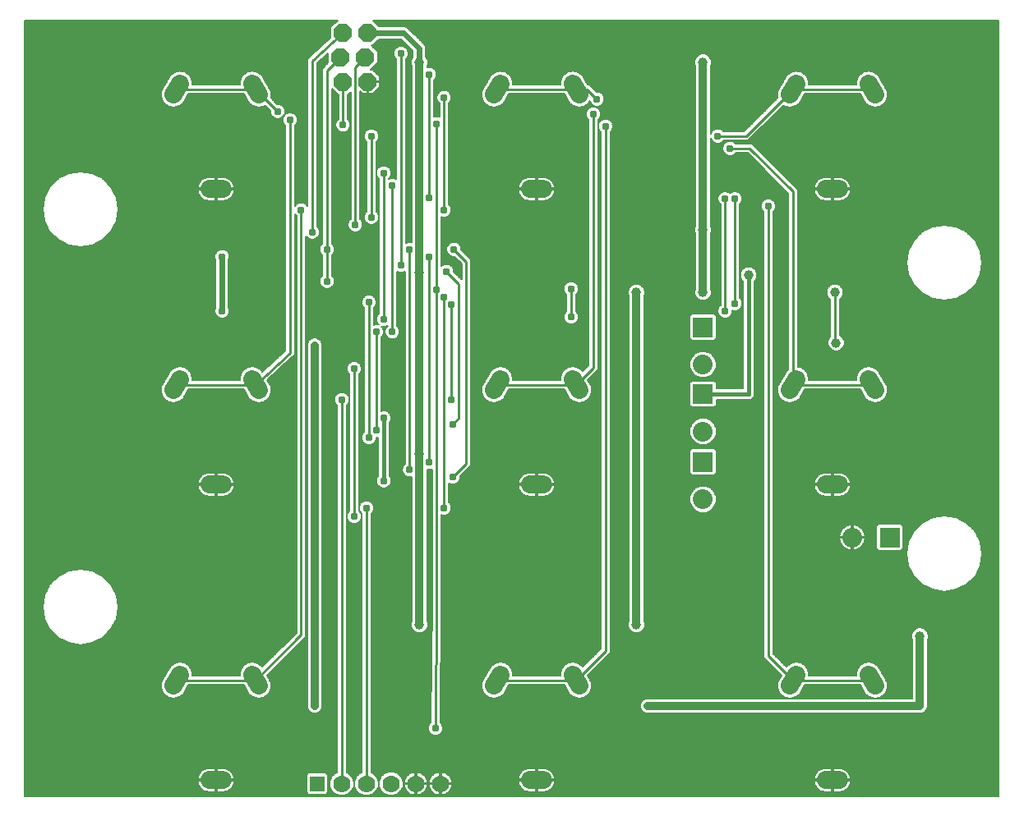
<source format=gbl>
G75*
%MOIN*%
%OFA0B0*%
%FSLAX24Y24*%
%IPPOS*%
%LPD*%
%AMOC8*
5,1,8,0,0,1.08239X$1,22.5*
%
%ADD10R,0.0800X0.0800*%
%ADD11C,0.0800*%
%ADD12R,0.0594X0.0594*%
%ADD13C,0.0700*%
%ADD14OC8,0.0740*%
%ADD15C,0.0720*%
%ADD16C,0.0310*%
%ADD17C,0.0100*%
%ADD18C,0.0320*%
%ADD19C,0.0396*%
%ADD20C,0.0240*%
%ADD21C,0.0050*%
%ADD22C,0.0160*%
D10*
X037343Y022379D03*
X037343Y025135D03*
X037343Y027848D03*
X044913Y019315D03*
D11*
X043395Y019315D03*
X037343Y020861D03*
X037343Y023617D03*
X037343Y026330D03*
D12*
X021693Y009315D03*
D13*
X022693Y009315D03*
X023693Y009315D03*
X024693Y009315D03*
X025693Y009315D03*
X026693Y009315D03*
D14*
X023743Y037815D03*
X022743Y037815D03*
X022643Y038815D03*
X023643Y038815D03*
X023743Y039815D03*
X022743Y039815D03*
D15*
X019061Y037744D02*
X019325Y037286D01*
X016125Y037744D02*
X015861Y037286D01*
X017328Y033465D02*
X017858Y033465D01*
X019061Y025744D02*
X019325Y025286D01*
X016125Y025744D02*
X015861Y025286D01*
X017328Y021465D02*
X017858Y021465D01*
X019061Y013744D02*
X019325Y013286D01*
X016125Y013744D02*
X015861Y013286D01*
X017328Y009465D02*
X017858Y009465D01*
X028861Y013286D02*
X029125Y013744D01*
X032061Y013744D02*
X032325Y013286D01*
X030858Y009465D02*
X030328Y009465D01*
X040861Y013286D02*
X041125Y013744D01*
X044061Y013744D02*
X044325Y013286D01*
X042858Y009465D02*
X042328Y009465D01*
X042328Y021465D02*
X042858Y021465D01*
X044325Y025286D02*
X044061Y025744D01*
X041125Y025744D02*
X040861Y025286D01*
X032325Y025286D02*
X032061Y025744D01*
X029125Y025744D02*
X028861Y025286D01*
X030328Y021465D02*
X030858Y021465D01*
X030858Y033465D02*
X030328Y033465D01*
X028861Y037286D02*
X029125Y037744D01*
X032061Y037744D02*
X032325Y037286D01*
X040861Y037286D02*
X041125Y037744D01*
X044061Y037744D02*
X044325Y037286D01*
X042858Y033465D02*
X042328Y033465D01*
D16*
X039993Y032765D03*
X038643Y033065D03*
X038243Y033065D03*
X038443Y035115D03*
X037943Y035615D03*
X033393Y036015D03*
X032893Y036515D03*
X033043Y037115D03*
X026843Y037165D03*
X026543Y036115D03*
X026243Y038115D03*
X025093Y038965D03*
X022743Y036065D03*
X023893Y035615D03*
X024393Y034115D03*
X024743Y033615D03*
X023893Y032315D03*
X023243Y032015D03*
X023243Y031365D03*
X022093Y031015D03*
X021493Y031715D03*
X021043Y032615D03*
X022093Y029715D03*
X023793Y028865D03*
X024393Y028165D03*
X024093Y027665D03*
X024743Y027665D03*
X023193Y026165D03*
X022693Y024915D03*
X024393Y024165D03*
X024093Y023665D03*
X023793Y023365D03*
X024393Y021615D03*
X023693Y020515D03*
X023193Y020165D03*
X025443Y022065D03*
X026243Y022365D03*
X027193Y021765D03*
X026843Y020515D03*
X027193Y023915D03*
X027143Y024915D03*
X027143Y028765D03*
X026843Y029065D03*
X026543Y029365D03*
X026943Y030115D03*
X026243Y030715D03*
X025443Y031015D03*
X025093Y030365D03*
X027243Y031015D03*
X026843Y032615D03*
X026243Y033115D03*
X020593Y036265D03*
X020093Y036615D03*
X017843Y030715D03*
X017843Y028515D03*
X021593Y027115D03*
X031993Y028265D03*
X031993Y029415D03*
X038243Y028515D03*
X038643Y028815D03*
X035093Y012465D03*
X026493Y011565D03*
X021593Y012465D03*
D17*
X019193Y013515D02*
X021043Y015365D01*
X021043Y032615D01*
X021493Y031715D02*
X021493Y038665D01*
X022743Y039815D01*
X022643Y038815D02*
X022093Y038265D01*
X022093Y031015D01*
X022093Y029715D01*
X023793Y028865D02*
X023793Y023365D01*
X024093Y023665D02*
X024093Y027665D01*
X024393Y028165D02*
X024393Y034115D01*
X024743Y033615D02*
X024743Y027665D01*
X023193Y026165D02*
X023193Y020165D01*
X023693Y020515D02*
X023693Y009315D01*
X022693Y009315D02*
X022693Y024915D01*
X020593Y026815D02*
X020593Y036265D01*
X020093Y036615D02*
X019193Y037515D01*
X015993Y037515D01*
X022743Y037815D02*
X022743Y036065D01*
X023893Y035615D02*
X023893Y032315D01*
X023243Y032015D02*
X023243Y038415D01*
X023643Y038815D01*
X025093Y038965D02*
X025093Y030365D01*
X025443Y031015D02*
X025443Y022065D01*
X026243Y022365D02*
X026243Y030715D01*
X026943Y030115D02*
X027443Y029615D01*
X027443Y024165D01*
X027193Y023915D01*
X027143Y024915D02*
X027143Y028765D01*
X026843Y029065D02*
X026843Y020515D01*
X027193Y021765D02*
X027743Y022315D01*
X027743Y030515D01*
X027243Y031015D01*
X026843Y032615D02*
X026843Y037165D01*
X026543Y036115D02*
X026543Y029365D01*
X026543Y016715D01*
X026493Y011565D01*
X028993Y013515D02*
X032193Y013515D01*
X033393Y014715D01*
X033393Y036015D01*
X032893Y036515D02*
X032893Y026215D01*
X032193Y025515D01*
X028993Y025515D01*
X031993Y028265D02*
X031993Y029415D01*
X038243Y028515D02*
X038243Y033065D01*
X038643Y033065D02*
X038643Y028815D01*
X040993Y025515D02*
X044193Y025515D01*
X042743Y027215D02*
X042693Y027215D01*
X042693Y029265D01*
X040993Y025515D02*
X040993Y033365D01*
X039243Y035115D01*
X038443Y035115D01*
X037943Y035615D02*
X039093Y035615D01*
X040993Y037515D01*
X044193Y037515D01*
X039993Y032765D02*
X039993Y014515D01*
X040993Y013515D01*
X044193Y013515D01*
X026243Y033115D02*
X026243Y038115D01*
X028993Y037515D02*
X032193Y037515D01*
X032643Y037515D01*
X033043Y037115D01*
X020593Y026815D02*
X019193Y025515D01*
X015993Y025515D01*
X015993Y013515D02*
X019193Y013515D01*
D18*
X021593Y012465D02*
X021593Y027115D01*
X025843Y030065D02*
X025843Y038615D01*
X025843Y030065D02*
X025843Y022715D01*
X025843Y015765D01*
X034643Y015765D02*
X034643Y029265D01*
X037343Y029265D02*
X037343Y031815D01*
X037343Y038615D01*
X046143Y015315D02*
X046143Y012465D01*
X035093Y012465D01*
D19*
X034643Y015765D03*
X025843Y015765D03*
X025843Y022715D03*
X025843Y030065D03*
X034643Y029265D03*
X037343Y029265D03*
X039193Y029965D03*
X037343Y031815D03*
X042693Y029265D03*
X042743Y027215D03*
X037343Y038615D03*
X025843Y038615D03*
X046143Y015315D03*
D20*
X025843Y038615D02*
X025843Y039165D01*
X025193Y039815D01*
X023743Y039815D01*
X017843Y030715D02*
X017843Y028515D01*
D21*
X009843Y040315D02*
X009843Y008815D01*
X049343Y008815D01*
X049343Y040315D01*
X023971Y040315D01*
X024206Y040080D01*
X025245Y040080D01*
X025343Y040040D01*
X025993Y039390D01*
X026067Y039315D01*
X026108Y039218D01*
X026108Y038835D01*
X026133Y038809D01*
X026186Y038683D01*
X026186Y038547D01*
X026148Y038455D01*
X026148Y038400D01*
X026183Y038415D01*
X026302Y038415D01*
X026413Y038369D01*
X026497Y038285D01*
X026543Y038175D01*
X026543Y038055D01*
X026497Y037945D01*
X026438Y037886D01*
X026438Y036396D01*
X026483Y036415D01*
X026602Y036415D01*
X026648Y036396D01*
X026648Y036936D01*
X026588Y036995D01*
X026543Y037105D01*
X026543Y037225D01*
X026588Y037335D01*
X026673Y037419D01*
X026783Y037465D01*
X026902Y037465D01*
X027013Y037419D01*
X027097Y037335D01*
X027143Y037225D01*
X027143Y037105D01*
X027097Y036995D01*
X027038Y036936D01*
X027038Y032844D01*
X027097Y032785D01*
X027143Y032675D01*
X027143Y032555D01*
X027097Y032445D01*
X027013Y032361D01*
X026902Y032315D01*
X026783Y032315D01*
X026738Y032334D01*
X026738Y030334D01*
X026773Y030369D01*
X026883Y030415D01*
X027002Y030415D01*
X027113Y030369D01*
X027197Y030285D01*
X027243Y030175D01*
X027243Y030091D01*
X027548Y029786D01*
X027548Y030434D01*
X027267Y030715D01*
X027183Y030715D01*
X027073Y030761D01*
X026988Y030845D01*
X026943Y030955D01*
X026943Y031075D01*
X026988Y031185D01*
X027073Y031269D01*
X027183Y031315D01*
X027302Y031315D01*
X027413Y031269D01*
X027497Y031185D01*
X027543Y031075D01*
X027543Y030991D01*
X027938Y030596D01*
X027938Y022234D01*
X027823Y022120D01*
X027493Y021789D01*
X027493Y021705D01*
X027447Y021595D01*
X027363Y021511D01*
X027252Y021465D01*
X027133Y021465D01*
X027038Y021504D01*
X027038Y020744D01*
X027097Y020685D01*
X027143Y020575D01*
X027143Y020455D01*
X027097Y020345D01*
X027013Y020261D01*
X026902Y020215D01*
X026783Y020215D01*
X026738Y020234D01*
X026738Y016795D01*
X026738Y016794D01*
X026738Y016714D01*
X026738Y016634D01*
X026737Y016633D01*
X026690Y011792D01*
X026747Y011735D01*
X026793Y011625D01*
X026793Y011505D01*
X026747Y011395D01*
X026663Y011311D01*
X026552Y011265D01*
X026433Y011265D01*
X026323Y011311D01*
X026238Y011395D01*
X026193Y011505D01*
X026193Y011625D01*
X026238Y011735D01*
X026300Y011797D01*
X026348Y016716D01*
X026348Y022084D01*
X026302Y022065D01*
X026183Y022065D01*
X026148Y022080D01*
X026148Y015925D01*
X026186Y015833D01*
X026186Y015697D01*
X026133Y015571D01*
X026037Y015474D01*
X025911Y015422D01*
X025774Y015422D01*
X025648Y015474D01*
X025552Y015571D01*
X025499Y015697D01*
X025499Y015833D01*
X025538Y015925D01*
X025538Y021780D01*
X025502Y021765D01*
X025383Y021765D01*
X025273Y021811D01*
X025188Y021895D01*
X025143Y022005D01*
X025143Y022125D01*
X025188Y022235D01*
X025248Y022294D01*
X025248Y030104D01*
X025152Y030065D01*
X025033Y030065D01*
X024938Y030104D01*
X024938Y027894D01*
X024997Y027835D01*
X025043Y027725D01*
X025043Y027605D01*
X024997Y027495D01*
X024913Y027411D01*
X024802Y027365D01*
X024683Y027365D01*
X024573Y027411D01*
X024488Y027495D01*
X024443Y027605D01*
X024443Y027725D01*
X024488Y027835D01*
X024548Y027894D01*
X024548Y027904D01*
X024452Y027865D01*
X024333Y027865D01*
X024305Y027876D01*
X024347Y027835D01*
X024393Y027725D01*
X024393Y027605D01*
X024347Y027495D01*
X024288Y027436D01*
X024288Y024446D01*
X024333Y024465D01*
X024452Y024465D01*
X024563Y024419D01*
X024647Y024335D01*
X024693Y024225D01*
X024693Y024105D01*
X024647Y023995D01*
X024618Y023966D01*
X024618Y021814D01*
X024647Y021785D01*
X024693Y021675D01*
X024693Y021555D01*
X024647Y021445D01*
X024563Y021361D01*
X024452Y021315D01*
X024333Y021315D01*
X024223Y021361D01*
X024138Y021445D01*
X024093Y021555D01*
X024093Y021675D01*
X024138Y021785D01*
X024168Y021814D01*
X024168Y023371D01*
X024152Y023365D01*
X024093Y023365D01*
X024093Y023305D01*
X024047Y023195D01*
X023963Y023111D01*
X023852Y023065D01*
X023733Y023065D01*
X023623Y023111D01*
X023538Y023195D01*
X023493Y023305D01*
X023493Y023425D01*
X023538Y023535D01*
X023598Y023594D01*
X023598Y028636D01*
X023538Y028695D01*
X023493Y028805D01*
X023493Y028925D01*
X023538Y029035D01*
X023623Y029119D01*
X023733Y029165D01*
X023852Y029165D01*
X023963Y029119D01*
X024047Y029035D01*
X024093Y028925D01*
X024093Y028805D01*
X024047Y028695D01*
X023988Y028636D01*
X023988Y027946D01*
X024033Y027965D01*
X024152Y027965D01*
X024180Y027954D01*
X024138Y027995D01*
X024093Y028105D01*
X024093Y028225D01*
X024138Y028335D01*
X024198Y028394D01*
X024198Y033886D01*
X024138Y033945D01*
X024093Y034055D01*
X024093Y034175D01*
X024138Y034285D01*
X024223Y034369D01*
X024333Y034415D01*
X024452Y034415D01*
X024563Y034369D01*
X024647Y034285D01*
X024693Y034175D01*
X024693Y034055D01*
X024647Y033945D01*
X024588Y033886D01*
X024588Y033876D01*
X024683Y033915D01*
X024802Y033915D01*
X024898Y033876D01*
X024898Y038736D01*
X024838Y038795D01*
X024793Y038905D01*
X024793Y039025D01*
X024838Y039135D01*
X024923Y039219D01*
X025033Y039265D01*
X025152Y039265D01*
X025263Y039219D01*
X025347Y039135D01*
X025393Y039025D01*
X025393Y038905D01*
X025347Y038795D01*
X025288Y038736D01*
X025288Y031276D01*
X025383Y031315D01*
X025502Y031315D01*
X025538Y031300D01*
X025538Y038455D01*
X025499Y038547D01*
X025499Y038683D01*
X025552Y038809D01*
X025578Y038835D01*
X025578Y039055D01*
X025083Y039550D01*
X024206Y039550D01*
X023956Y039300D01*
X023886Y039300D01*
X024158Y039028D01*
X024158Y038602D01*
X023866Y038310D01*
X023948Y038310D01*
X024238Y038020D01*
X024238Y037840D01*
X023768Y037840D01*
X023768Y037790D01*
X024238Y037790D01*
X024238Y037610D01*
X023948Y037320D01*
X023768Y037320D01*
X023768Y037790D01*
X023718Y037790D01*
X023718Y037320D01*
X023538Y037320D01*
X023438Y037420D01*
X023438Y032244D01*
X023497Y032185D01*
X023543Y032075D01*
X023543Y031955D01*
X023497Y031845D01*
X023413Y031761D01*
X023302Y031715D01*
X023183Y031715D01*
X023073Y031761D01*
X022988Y031845D01*
X022288Y031845D01*
X022288Y031797D02*
X023037Y031797D01*
X022988Y031845D02*
X022943Y031955D01*
X022943Y032075D01*
X022988Y032185D01*
X023048Y032244D01*
X023048Y037392D01*
X022956Y037300D01*
X022938Y037300D01*
X022938Y036294D01*
X022997Y036235D01*
X023043Y036125D01*
X023043Y036005D01*
X022997Y035895D01*
X022913Y035811D01*
X022802Y035765D01*
X022683Y035765D01*
X022573Y035811D01*
X022488Y035895D01*
X022443Y036005D01*
X022443Y036125D01*
X022488Y036235D01*
X022548Y036294D01*
X022548Y037300D01*
X022529Y037300D01*
X022288Y037542D01*
X022288Y031244D01*
X022347Y031185D01*
X022393Y031075D01*
X022393Y030955D01*
X022347Y030845D01*
X022288Y030786D01*
X022288Y029944D01*
X022347Y029885D01*
X022393Y029775D01*
X022393Y029655D01*
X022347Y029545D01*
X022263Y029461D01*
X022152Y029415D01*
X022033Y029415D01*
X021923Y029461D01*
X021838Y029545D01*
X021793Y029655D01*
X021793Y029775D01*
X021838Y029885D01*
X021898Y029944D01*
X021898Y030786D01*
X021838Y030845D01*
X021793Y030955D01*
X021793Y031075D01*
X021838Y031185D01*
X021898Y031244D01*
X021898Y038346D01*
X022141Y038589D01*
X022128Y038602D01*
X022128Y038984D01*
X021688Y038579D01*
X021688Y031944D01*
X021747Y031885D01*
X021793Y031775D01*
X021793Y031655D01*
X021747Y031545D01*
X021663Y031461D01*
X021552Y031415D01*
X021433Y031415D01*
X021323Y031461D01*
X021238Y031545D01*
X021238Y031547D01*
X021238Y015284D01*
X019663Y013710D01*
X019813Y013451D01*
X019839Y013252D01*
X019787Y013058D01*
X019665Y012898D01*
X019491Y012798D01*
X019291Y012772D01*
X019097Y012824D01*
X018938Y012946D01*
X018722Y013320D01*
X016463Y013320D01*
X016247Y012946D01*
X016088Y012824D01*
X015894Y012772D01*
X015695Y012798D01*
X015521Y012898D01*
X015398Y013058D01*
X015346Y013252D01*
X015373Y013451D01*
X015738Y014084D01*
X015897Y014206D01*
X016091Y014258D01*
X016291Y014232D01*
X016465Y014132D01*
X016587Y013972D01*
X016639Y013778D01*
X016630Y013710D01*
X018555Y013710D01*
X018546Y013778D01*
X018598Y013972D01*
X018721Y014132D01*
X018895Y014232D01*
X019094Y014258D01*
X019288Y014206D01*
X019447Y014084D01*
X019461Y014060D01*
X020848Y015446D01*
X020848Y032386D01*
X020788Y032445D01*
X020788Y032447D01*
X020788Y026892D01*
X020790Y026888D01*
X020788Y026811D01*
X020788Y026734D01*
X020785Y026731D01*
X020784Y026727D01*
X020728Y026675D01*
X020673Y026620D01*
X020669Y026620D01*
X019672Y025694D01*
X019813Y025451D01*
X019839Y025252D01*
X019787Y025058D01*
X019665Y024898D01*
X019491Y024798D01*
X019291Y024772D01*
X019097Y024824D01*
X018938Y024946D01*
X018722Y025320D01*
X016463Y025320D01*
X016247Y024946D01*
X016088Y024824D01*
X015894Y024772D01*
X015695Y024798D01*
X015521Y024898D01*
X015398Y025058D01*
X015346Y025252D01*
X015373Y025451D01*
X015738Y026084D01*
X015897Y026206D01*
X016091Y026258D01*
X016291Y026232D01*
X016465Y026132D01*
X016587Y025972D01*
X016639Y025778D01*
X016630Y025710D01*
X018555Y025710D01*
X018546Y025778D01*
X018598Y025972D01*
X018721Y026132D01*
X018895Y026232D01*
X019094Y026258D01*
X019288Y026206D01*
X019447Y026084D01*
X019472Y026041D01*
X020398Y026900D01*
X020398Y036036D01*
X020338Y036095D01*
X020293Y036205D01*
X020293Y036325D01*
X020338Y036435D01*
X020423Y036519D01*
X020533Y036565D01*
X020652Y036565D01*
X020763Y036519D01*
X020847Y036435D01*
X020893Y036325D01*
X020893Y036205D01*
X020847Y036095D01*
X020788Y036036D01*
X020788Y032783D01*
X020788Y032785D01*
X020873Y032869D01*
X020983Y032915D01*
X021102Y032915D01*
X021213Y032869D01*
X021297Y032785D01*
X021298Y032783D01*
X021298Y038589D01*
X021294Y038592D01*
X021298Y038669D01*
X021298Y038746D01*
X021301Y038749D01*
X021301Y038754D01*
X021358Y038806D01*
X021412Y038860D01*
X021417Y038860D01*
X022228Y039606D01*
X022228Y040028D01*
X022514Y040315D01*
X009843Y040315D01*
X009843Y040284D02*
X022483Y040284D01*
X022435Y040236D02*
X009843Y040236D01*
X009843Y040187D02*
X022386Y040187D01*
X022338Y040139D02*
X009843Y040139D01*
X009843Y040090D02*
X022289Y040090D01*
X022241Y040042D02*
X009843Y040042D01*
X009843Y039993D02*
X022228Y039993D01*
X022228Y039945D02*
X009843Y039945D01*
X009843Y039896D02*
X022228Y039896D01*
X022228Y039848D02*
X009843Y039848D01*
X009843Y039799D02*
X022228Y039799D01*
X022228Y039751D02*
X009843Y039751D01*
X009843Y039702D02*
X022228Y039702D01*
X022228Y039654D02*
X009843Y039654D01*
X009843Y039605D02*
X022226Y039605D01*
X022174Y039557D02*
X009843Y039557D01*
X009843Y039508D02*
X022121Y039508D01*
X022068Y039460D02*
X009843Y039460D01*
X009843Y039411D02*
X022016Y039411D01*
X021963Y039363D02*
X009843Y039363D01*
X009843Y039314D02*
X021910Y039314D01*
X021857Y039266D02*
X009843Y039266D01*
X009843Y039217D02*
X021805Y039217D01*
X021752Y039169D02*
X009843Y039169D01*
X009843Y039120D02*
X021699Y039120D01*
X021647Y039072D02*
X009843Y039072D01*
X009843Y039023D02*
X021594Y039023D01*
X021541Y038975D02*
X009843Y038975D01*
X009843Y038926D02*
X021488Y038926D01*
X021436Y038878D02*
X009843Y038878D01*
X009843Y038829D02*
X021381Y038829D01*
X021330Y038781D02*
X009843Y038781D01*
X009843Y038732D02*
X021298Y038732D01*
X021298Y038684D02*
X009843Y038684D01*
X009843Y038635D02*
X021296Y038635D01*
X021298Y038587D02*
X009843Y038587D01*
X009843Y038538D02*
X021298Y038538D01*
X021298Y038490D02*
X009843Y038490D01*
X009843Y038441D02*
X021298Y038441D01*
X021298Y038393D02*
X009843Y038393D01*
X009843Y038344D02*
X021298Y038344D01*
X021298Y038296D02*
X009843Y038296D01*
X009843Y038247D02*
X016050Y038247D01*
X016091Y038258D02*
X015897Y038206D01*
X015738Y038084D01*
X015373Y037451D01*
X015346Y037252D01*
X015398Y037058D01*
X015521Y036898D01*
X015695Y036798D01*
X015894Y036772D01*
X016088Y036824D01*
X016247Y036946D01*
X016463Y037320D01*
X018722Y037320D01*
X018938Y036946D01*
X019097Y036824D01*
X019291Y036772D01*
X019491Y036798D01*
X019581Y036850D01*
X019793Y036639D01*
X019793Y036555D01*
X019838Y036445D01*
X019923Y036361D01*
X020033Y036315D01*
X020152Y036315D01*
X020263Y036361D01*
X020347Y036445D01*
X020393Y036555D01*
X020393Y036675D01*
X020347Y036785D01*
X020263Y036869D01*
X020152Y036915D01*
X020068Y036915D01*
X019816Y037167D01*
X019839Y037252D01*
X019813Y037451D01*
X019447Y038084D01*
X019288Y038206D01*
X019094Y038258D01*
X018895Y038232D01*
X018721Y038132D01*
X018598Y037972D01*
X018546Y037778D01*
X018555Y037710D01*
X016630Y037710D01*
X016639Y037778D01*
X016587Y037972D01*
X016465Y038132D01*
X016291Y038232D01*
X016091Y038258D01*
X016176Y038247D02*
X019009Y038247D01*
X019135Y038247D02*
X021298Y038247D01*
X021298Y038199D02*
X019298Y038199D01*
X019361Y038150D02*
X021298Y038150D01*
X021298Y038102D02*
X019424Y038102D01*
X019465Y038053D02*
X021298Y038053D01*
X021298Y038005D02*
X019493Y038005D01*
X019521Y037956D02*
X021298Y037956D01*
X021298Y037908D02*
X019549Y037908D01*
X019577Y037859D02*
X021298Y037859D01*
X021298Y037811D02*
X019605Y037811D01*
X019633Y037762D02*
X021298Y037762D01*
X021298Y037714D02*
X019661Y037714D01*
X019689Y037665D02*
X021298Y037665D01*
X021298Y037617D02*
X019717Y037617D01*
X019745Y037568D02*
X021298Y037568D01*
X021298Y037520D02*
X019773Y037520D01*
X019801Y037471D02*
X021298Y037471D01*
X021298Y037423D02*
X019816Y037423D01*
X019823Y037374D02*
X021298Y037374D01*
X021298Y037326D02*
X019829Y037326D01*
X019836Y037277D02*
X021298Y037277D01*
X021298Y037229D02*
X019833Y037229D01*
X019820Y037180D02*
X021298Y037180D01*
X021298Y037132D02*
X019852Y037132D01*
X019900Y037083D02*
X021298Y037083D01*
X021298Y037035D02*
X019949Y037035D01*
X019997Y036986D02*
X021298Y036986D01*
X021298Y036938D02*
X020046Y036938D01*
X020215Y036889D02*
X021298Y036889D01*
X021298Y036841D02*
X020291Y036841D01*
X020340Y036792D02*
X021298Y036792D01*
X021298Y036744D02*
X020364Y036744D01*
X020384Y036695D02*
X021298Y036695D01*
X021298Y036647D02*
X020393Y036647D01*
X020393Y036598D02*
X021298Y036598D01*
X021298Y036550D02*
X020689Y036550D01*
X020781Y036501D02*
X021298Y036501D01*
X021298Y036453D02*
X020829Y036453D01*
X020860Y036404D02*
X021298Y036404D01*
X021298Y036356D02*
X020880Y036356D01*
X020893Y036307D02*
X021298Y036307D01*
X021298Y036259D02*
X020893Y036259D01*
X020893Y036210D02*
X021298Y036210D01*
X021298Y036162D02*
X020874Y036162D01*
X020854Y036113D02*
X021298Y036113D01*
X021298Y036065D02*
X020816Y036065D01*
X020788Y036016D02*
X021298Y036016D01*
X021298Y035968D02*
X020788Y035968D01*
X020788Y035919D02*
X021298Y035919D01*
X021298Y035871D02*
X020788Y035871D01*
X020788Y035822D02*
X021298Y035822D01*
X021298Y035774D02*
X020788Y035774D01*
X020788Y035725D02*
X021298Y035725D01*
X021298Y035677D02*
X020788Y035677D01*
X020788Y035628D02*
X021298Y035628D01*
X021298Y035580D02*
X020788Y035580D01*
X020788Y035531D02*
X021298Y035531D01*
X021298Y035483D02*
X020788Y035483D01*
X020788Y035434D02*
X021298Y035434D01*
X021298Y035386D02*
X020788Y035386D01*
X020788Y035337D02*
X021298Y035337D01*
X021298Y035289D02*
X020788Y035289D01*
X020788Y035240D02*
X021298Y035240D01*
X021298Y035192D02*
X020788Y035192D01*
X020788Y035143D02*
X021298Y035143D01*
X021298Y035095D02*
X020788Y035095D01*
X020788Y035046D02*
X021298Y035046D01*
X021298Y034998D02*
X020788Y034998D01*
X020788Y034949D02*
X021298Y034949D01*
X021298Y034901D02*
X020788Y034901D01*
X020788Y034852D02*
X021298Y034852D01*
X021298Y034804D02*
X020788Y034804D01*
X020788Y034755D02*
X021298Y034755D01*
X021298Y034707D02*
X020788Y034707D01*
X020788Y034658D02*
X021298Y034658D01*
X021298Y034610D02*
X020788Y034610D01*
X020788Y034561D02*
X021298Y034561D01*
X021298Y034513D02*
X020788Y034513D01*
X020788Y034464D02*
X021298Y034464D01*
X021298Y034416D02*
X020788Y034416D01*
X020788Y034367D02*
X021298Y034367D01*
X021298Y034319D02*
X020788Y034319D01*
X020788Y034270D02*
X021298Y034270D01*
X021298Y034222D02*
X020788Y034222D01*
X020788Y034173D02*
X021298Y034173D01*
X021298Y034125D02*
X020788Y034125D01*
X020788Y034076D02*
X021298Y034076D01*
X021298Y034028D02*
X020788Y034028D01*
X020788Y033979D02*
X021298Y033979D01*
X021298Y033931D02*
X020788Y033931D01*
X020788Y033882D02*
X021298Y033882D01*
X021298Y033834D02*
X020788Y033834D01*
X020788Y033785D02*
X021298Y033785D01*
X021298Y033737D02*
X020788Y033737D01*
X020788Y033688D02*
X021298Y033688D01*
X021298Y033640D02*
X020788Y033640D01*
X020788Y033591D02*
X021298Y033591D01*
X021298Y033543D02*
X020788Y033543D01*
X020788Y033494D02*
X021298Y033494D01*
X021298Y033446D02*
X020788Y033446D01*
X020788Y033397D02*
X021298Y033397D01*
X021298Y033349D02*
X020788Y033349D01*
X020788Y033300D02*
X021298Y033300D01*
X021298Y033252D02*
X020788Y033252D01*
X020788Y033203D02*
X021298Y033203D01*
X021298Y033155D02*
X020788Y033155D01*
X020788Y033106D02*
X021298Y033106D01*
X021298Y033058D02*
X020788Y033058D01*
X020788Y033009D02*
X021298Y033009D01*
X021298Y032961D02*
X020788Y032961D01*
X020788Y032912D02*
X020976Y032912D01*
X020867Y032864D02*
X020788Y032864D01*
X020788Y032815D02*
X020818Y032815D01*
X021109Y032912D02*
X021298Y032912D01*
X021298Y032864D02*
X021218Y032864D01*
X021267Y032815D02*
X021298Y032815D01*
X021688Y032815D02*
X021898Y032815D01*
X021898Y032767D02*
X021688Y032767D01*
X021688Y032718D02*
X021898Y032718D01*
X021898Y032670D02*
X021688Y032670D01*
X021688Y032621D02*
X021898Y032621D01*
X021898Y032573D02*
X021688Y032573D01*
X021688Y032524D02*
X021898Y032524D01*
X021898Y032476D02*
X021688Y032476D01*
X021688Y032427D02*
X021898Y032427D01*
X021898Y032379D02*
X021688Y032379D01*
X021688Y032330D02*
X021898Y032330D01*
X021898Y032282D02*
X021688Y032282D01*
X021688Y032233D02*
X021898Y032233D01*
X021898Y032185D02*
X021688Y032185D01*
X021688Y032136D02*
X021898Y032136D01*
X021898Y032088D02*
X021688Y032088D01*
X021688Y032039D02*
X021898Y032039D01*
X021898Y031991D02*
X021688Y031991D01*
X021690Y031942D02*
X021898Y031942D01*
X021898Y031894D02*
X021738Y031894D01*
X021763Y031845D02*
X021898Y031845D01*
X021898Y031797D02*
X021783Y031797D01*
X021793Y031748D02*
X021898Y031748D01*
X021898Y031700D02*
X021793Y031700D01*
X021791Y031651D02*
X021898Y031651D01*
X021898Y031603D02*
X021771Y031603D01*
X021751Y031554D02*
X021898Y031554D01*
X021898Y031506D02*
X021707Y031506D01*
X021654Y031457D02*
X021898Y031457D01*
X021898Y031409D02*
X021238Y031409D01*
X021238Y031457D02*
X021331Y031457D01*
X021278Y031506D02*
X021238Y031506D01*
X021238Y031360D02*
X021898Y031360D01*
X021898Y031312D02*
X021238Y031312D01*
X021238Y031263D02*
X021898Y031263D01*
X021868Y031215D02*
X021238Y031215D01*
X021238Y031166D02*
X021830Y031166D01*
X021810Y031118D02*
X021238Y031118D01*
X021238Y031069D02*
X021793Y031069D01*
X021793Y031021D02*
X021238Y031021D01*
X021238Y030972D02*
X021793Y030972D01*
X021806Y030924D02*
X021238Y030924D01*
X021238Y030875D02*
X021826Y030875D01*
X021857Y030827D02*
X021238Y030827D01*
X021238Y030778D02*
X021898Y030778D01*
X021898Y030730D02*
X021238Y030730D01*
X021238Y030681D02*
X021898Y030681D01*
X021898Y030633D02*
X021238Y030633D01*
X021238Y030584D02*
X021898Y030584D01*
X021898Y030536D02*
X021238Y030536D01*
X021238Y030487D02*
X021898Y030487D01*
X021898Y030439D02*
X021238Y030439D01*
X021238Y030390D02*
X021898Y030390D01*
X021898Y030342D02*
X021238Y030342D01*
X021238Y030293D02*
X021898Y030293D01*
X021898Y030245D02*
X021238Y030245D01*
X021238Y030196D02*
X021898Y030196D01*
X021898Y030148D02*
X021238Y030148D01*
X021238Y030099D02*
X021898Y030099D01*
X021898Y030051D02*
X021238Y030051D01*
X021238Y030002D02*
X021898Y030002D01*
X021898Y029954D02*
X021238Y029954D01*
X021238Y029905D02*
X021858Y029905D01*
X021827Y029857D02*
X021238Y029857D01*
X021238Y029808D02*
X021806Y029808D01*
X021793Y029760D02*
X021238Y029760D01*
X021238Y029711D02*
X021793Y029711D01*
X021793Y029663D02*
X021238Y029663D01*
X021238Y029614D02*
X021810Y029614D01*
X021830Y029566D02*
X021238Y029566D01*
X021238Y029517D02*
X021866Y029517D01*
X021915Y029469D02*
X021238Y029469D01*
X021238Y029420D02*
X022021Y029420D01*
X022165Y029420D02*
X024198Y029420D01*
X024198Y029372D02*
X021238Y029372D01*
X021238Y029323D02*
X024198Y029323D01*
X024198Y029275D02*
X021238Y029275D01*
X021238Y029226D02*
X024198Y029226D01*
X024198Y029178D02*
X021238Y029178D01*
X021238Y029129D02*
X023646Y029129D01*
X023584Y029081D02*
X021238Y029081D01*
X021238Y029032D02*
X023537Y029032D01*
X023517Y028984D02*
X021238Y028984D01*
X021238Y028935D02*
X023497Y028935D01*
X023493Y028887D02*
X021238Y028887D01*
X021238Y028838D02*
X023493Y028838D01*
X023499Y028790D02*
X021238Y028790D01*
X021238Y028741D02*
X023519Y028741D01*
X023541Y028693D02*
X021238Y028693D01*
X021238Y028644D02*
X023589Y028644D01*
X023598Y028596D02*
X021238Y028596D01*
X021238Y028547D02*
X023598Y028547D01*
X023598Y028499D02*
X021238Y028499D01*
X021238Y028450D02*
X023598Y028450D01*
X023598Y028402D02*
X021238Y028402D01*
X021238Y028353D02*
X023598Y028353D01*
X023598Y028305D02*
X021238Y028305D01*
X021238Y028256D02*
X023598Y028256D01*
X023598Y028208D02*
X021238Y028208D01*
X021238Y028159D02*
X023598Y028159D01*
X023598Y028111D02*
X021238Y028111D01*
X021238Y028062D02*
X023598Y028062D01*
X023598Y028014D02*
X021238Y028014D01*
X021238Y027965D02*
X023598Y027965D01*
X023598Y027917D02*
X021238Y027917D01*
X021238Y027868D02*
X023598Y027868D01*
X023598Y027820D02*
X021238Y027820D01*
X021238Y027771D02*
X023598Y027771D01*
X023598Y027723D02*
X021238Y027723D01*
X021238Y027674D02*
X023598Y027674D01*
X023598Y027626D02*
X021238Y027626D01*
X021238Y027577D02*
X023598Y027577D01*
X023598Y027529D02*
X021238Y027529D01*
X021238Y027480D02*
X023598Y027480D01*
X023598Y027432D02*
X021238Y027432D01*
X021238Y027383D02*
X021443Y027383D01*
X021420Y027374D02*
X021334Y027288D01*
X021288Y027176D01*
X021288Y012404D01*
X021334Y012292D01*
X021420Y012206D01*
X021532Y012160D01*
X021653Y012160D01*
X021765Y012206D01*
X021851Y012292D01*
X021898Y012404D01*
X021898Y027176D01*
X021851Y027288D01*
X021765Y027374D01*
X021653Y027420D01*
X021532Y027420D01*
X021420Y027374D01*
X021381Y027335D02*
X021238Y027335D01*
X021238Y027286D02*
X021333Y027286D01*
X021313Y027238D02*
X021238Y027238D01*
X021238Y027189D02*
X021293Y027189D01*
X021288Y027141D02*
X021238Y027141D01*
X021238Y027092D02*
X021288Y027092D01*
X021288Y027044D02*
X021238Y027044D01*
X021238Y026995D02*
X021288Y026995D01*
X021288Y026947D02*
X021238Y026947D01*
X021238Y026898D02*
X021288Y026898D01*
X021288Y026850D02*
X021238Y026850D01*
X021238Y026801D02*
X021288Y026801D01*
X021288Y026753D02*
X021238Y026753D01*
X021238Y026704D02*
X021288Y026704D01*
X021288Y026656D02*
X021238Y026656D01*
X021238Y026607D02*
X021288Y026607D01*
X021288Y026559D02*
X021238Y026559D01*
X021238Y026510D02*
X021288Y026510D01*
X021288Y026462D02*
X021238Y026462D01*
X021238Y026413D02*
X021288Y026413D01*
X021288Y026365D02*
X021238Y026365D01*
X021238Y026316D02*
X021288Y026316D01*
X021288Y026268D02*
X021238Y026268D01*
X021238Y026219D02*
X021288Y026219D01*
X021288Y026171D02*
X021238Y026171D01*
X021238Y026122D02*
X021288Y026122D01*
X021288Y026074D02*
X021238Y026074D01*
X021238Y026025D02*
X021288Y026025D01*
X021288Y025977D02*
X021238Y025977D01*
X021238Y025928D02*
X021288Y025928D01*
X021288Y025880D02*
X021238Y025880D01*
X021238Y025831D02*
X021288Y025831D01*
X021288Y025783D02*
X021238Y025783D01*
X021238Y025734D02*
X021288Y025734D01*
X021288Y025686D02*
X021238Y025686D01*
X021238Y025637D02*
X021288Y025637D01*
X021288Y025589D02*
X021238Y025589D01*
X021238Y025540D02*
X021288Y025540D01*
X021288Y025492D02*
X021238Y025492D01*
X021238Y025443D02*
X021288Y025443D01*
X021288Y025395D02*
X021238Y025395D01*
X021238Y025346D02*
X021288Y025346D01*
X021288Y025298D02*
X021238Y025298D01*
X021238Y025249D02*
X021288Y025249D01*
X021288Y025201D02*
X021238Y025201D01*
X021238Y025152D02*
X021288Y025152D01*
X021288Y025104D02*
X021238Y025104D01*
X021238Y025055D02*
X021288Y025055D01*
X021288Y025007D02*
X021238Y025007D01*
X021238Y024958D02*
X021288Y024958D01*
X021288Y024910D02*
X021238Y024910D01*
X021238Y024861D02*
X021288Y024861D01*
X021288Y024813D02*
X021238Y024813D01*
X021238Y024764D02*
X021288Y024764D01*
X021288Y024716D02*
X021238Y024716D01*
X021238Y024667D02*
X021288Y024667D01*
X021288Y024619D02*
X021238Y024619D01*
X021238Y024570D02*
X021288Y024570D01*
X021288Y024522D02*
X021238Y024522D01*
X021238Y024473D02*
X021288Y024473D01*
X021288Y024425D02*
X021238Y024425D01*
X021238Y024376D02*
X021288Y024376D01*
X021288Y024328D02*
X021238Y024328D01*
X021238Y024279D02*
X021288Y024279D01*
X021288Y024231D02*
X021238Y024231D01*
X021238Y024182D02*
X021288Y024182D01*
X021288Y024134D02*
X021238Y024134D01*
X021238Y024085D02*
X021288Y024085D01*
X021288Y024037D02*
X021238Y024037D01*
X021238Y023988D02*
X021288Y023988D01*
X021288Y023940D02*
X021238Y023940D01*
X021238Y023891D02*
X021288Y023891D01*
X021288Y023843D02*
X021238Y023843D01*
X021238Y023794D02*
X021288Y023794D01*
X021288Y023746D02*
X021238Y023746D01*
X021238Y023697D02*
X021288Y023697D01*
X021288Y023649D02*
X021238Y023649D01*
X021238Y023600D02*
X021288Y023600D01*
X021288Y023552D02*
X021238Y023552D01*
X021238Y023503D02*
X021288Y023503D01*
X021288Y023455D02*
X021238Y023455D01*
X021238Y023406D02*
X021288Y023406D01*
X021288Y023358D02*
X021238Y023358D01*
X021238Y023309D02*
X021288Y023309D01*
X021288Y023261D02*
X021238Y023261D01*
X021238Y023212D02*
X021288Y023212D01*
X021288Y023164D02*
X021238Y023164D01*
X021238Y023115D02*
X021288Y023115D01*
X021288Y023067D02*
X021238Y023067D01*
X021238Y023018D02*
X021288Y023018D01*
X021288Y022970D02*
X021238Y022970D01*
X021238Y022921D02*
X021288Y022921D01*
X021288Y022873D02*
X021238Y022873D01*
X021238Y022824D02*
X021288Y022824D01*
X021288Y022776D02*
X021238Y022776D01*
X021238Y022727D02*
X021288Y022727D01*
X021288Y022679D02*
X021238Y022679D01*
X021238Y022630D02*
X021288Y022630D01*
X021288Y022582D02*
X021238Y022582D01*
X021238Y022533D02*
X021288Y022533D01*
X021288Y022485D02*
X021238Y022485D01*
X021238Y022436D02*
X021288Y022436D01*
X021288Y022388D02*
X021238Y022388D01*
X021238Y022339D02*
X021288Y022339D01*
X021288Y022291D02*
X021238Y022291D01*
X021238Y022242D02*
X021288Y022242D01*
X021288Y022194D02*
X021238Y022194D01*
X021238Y022145D02*
X021288Y022145D01*
X021288Y022097D02*
X021238Y022097D01*
X021238Y022048D02*
X021288Y022048D01*
X021288Y022000D02*
X021238Y022000D01*
X021238Y021951D02*
X021288Y021951D01*
X021288Y021903D02*
X021238Y021903D01*
X021238Y021854D02*
X021288Y021854D01*
X021288Y021806D02*
X021238Y021806D01*
X021238Y021757D02*
X021288Y021757D01*
X021288Y021709D02*
X021238Y021709D01*
X021238Y021660D02*
X021288Y021660D01*
X021288Y021612D02*
X021238Y021612D01*
X021238Y021563D02*
X021288Y021563D01*
X021288Y021515D02*
X021238Y021515D01*
X021238Y021466D02*
X021288Y021466D01*
X021288Y021418D02*
X021238Y021418D01*
X021238Y021369D02*
X021288Y021369D01*
X021288Y021321D02*
X021238Y021321D01*
X021238Y021272D02*
X021288Y021272D01*
X021288Y021224D02*
X021238Y021224D01*
X021238Y021175D02*
X021288Y021175D01*
X021288Y021127D02*
X021238Y021127D01*
X021238Y021078D02*
X021288Y021078D01*
X021288Y021030D02*
X021238Y021030D01*
X021238Y020981D02*
X021288Y020981D01*
X021288Y020933D02*
X021238Y020933D01*
X021238Y020884D02*
X021288Y020884D01*
X021288Y020836D02*
X021238Y020836D01*
X021238Y020787D02*
X021288Y020787D01*
X021288Y020739D02*
X021238Y020739D01*
X021238Y020690D02*
X021288Y020690D01*
X021288Y020642D02*
X021238Y020642D01*
X021238Y020593D02*
X021288Y020593D01*
X021288Y020545D02*
X021238Y020545D01*
X021238Y020496D02*
X021288Y020496D01*
X021288Y020448D02*
X021238Y020448D01*
X021238Y020399D02*
X021288Y020399D01*
X021288Y020351D02*
X021238Y020351D01*
X021238Y020302D02*
X021288Y020302D01*
X021288Y020254D02*
X021238Y020254D01*
X021238Y020205D02*
X021288Y020205D01*
X021288Y020157D02*
X021238Y020157D01*
X021238Y020108D02*
X021288Y020108D01*
X021288Y020060D02*
X021238Y020060D01*
X021238Y020011D02*
X021288Y020011D01*
X021288Y019963D02*
X021238Y019963D01*
X021238Y019914D02*
X021288Y019914D01*
X021288Y019866D02*
X021238Y019866D01*
X021238Y019817D02*
X021288Y019817D01*
X021288Y019769D02*
X021238Y019769D01*
X021238Y019720D02*
X021288Y019720D01*
X021288Y019672D02*
X021238Y019672D01*
X021238Y019623D02*
X021288Y019623D01*
X021288Y019575D02*
X021238Y019575D01*
X021238Y019526D02*
X021288Y019526D01*
X021288Y019478D02*
X021238Y019478D01*
X021238Y019429D02*
X021288Y019429D01*
X021288Y019381D02*
X021238Y019381D01*
X021238Y019332D02*
X021288Y019332D01*
X021288Y019284D02*
X021238Y019284D01*
X021238Y019235D02*
X021288Y019235D01*
X021288Y019187D02*
X021238Y019187D01*
X021238Y019138D02*
X021288Y019138D01*
X021288Y019090D02*
X021238Y019090D01*
X021238Y019041D02*
X021288Y019041D01*
X021288Y018993D02*
X021238Y018993D01*
X021238Y018944D02*
X021288Y018944D01*
X021288Y018896D02*
X021238Y018896D01*
X021238Y018847D02*
X021288Y018847D01*
X021288Y018799D02*
X021238Y018799D01*
X021238Y018750D02*
X021288Y018750D01*
X021288Y018702D02*
X021238Y018702D01*
X021238Y018653D02*
X021288Y018653D01*
X021288Y018605D02*
X021238Y018605D01*
X021238Y018556D02*
X021288Y018556D01*
X021288Y018508D02*
X021238Y018508D01*
X021238Y018459D02*
X021288Y018459D01*
X021288Y018411D02*
X021238Y018411D01*
X021238Y018362D02*
X021288Y018362D01*
X021288Y018314D02*
X021238Y018314D01*
X021238Y018265D02*
X021288Y018265D01*
X021288Y018217D02*
X021238Y018217D01*
X021238Y018168D02*
X021288Y018168D01*
X021288Y018120D02*
X021238Y018120D01*
X021238Y018071D02*
X021288Y018071D01*
X021288Y018023D02*
X021238Y018023D01*
X021238Y017974D02*
X021288Y017974D01*
X021288Y017926D02*
X021238Y017926D01*
X021238Y017877D02*
X021288Y017877D01*
X021288Y017829D02*
X021238Y017829D01*
X021238Y017780D02*
X021288Y017780D01*
X021288Y017732D02*
X021238Y017732D01*
X021238Y017683D02*
X021288Y017683D01*
X021288Y017635D02*
X021238Y017635D01*
X021238Y017586D02*
X021288Y017586D01*
X021288Y017538D02*
X021238Y017538D01*
X021238Y017489D02*
X021288Y017489D01*
X021288Y017441D02*
X021238Y017441D01*
X021238Y017392D02*
X021288Y017392D01*
X021288Y017344D02*
X021238Y017344D01*
X021238Y017295D02*
X021288Y017295D01*
X021288Y017247D02*
X021238Y017247D01*
X021238Y017198D02*
X021288Y017198D01*
X021288Y017150D02*
X021238Y017150D01*
X021238Y017101D02*
X021288Y017101D01*
X021288Y017053D02*
X021238Y017053D01*
X021238Y017004D02*
X021288Y017004D01*
X021288Y016956D02*
X021238Y016956D01*
X021238Y016907D02*
X021288Y016907D01*
X021288Y016859D02*
X021238Y016859D01*
X021238Y016810D02*
X021288Y016810D01*
X021288Y016762D02*
X021238Y016762D01*
X021238Y016713D02*
X021288Y016713D01*
X021288Y016665D02*
X021238Y016665D01*
X021238Y016616D02*
X021288Y016616D01*
X021288Y016568D02*
X021238Y016568D01*
X021238Y016519D02*
X021288Y016519D01*
X021288Y016471D02*
X021238Y016471D01*
X021238Y016422D02*
X021288Y016422D01*
X021288Y016374D02*
X021238Y016374D01*
X021238Y016325D02*
X021288Y016325D01*
X021288Y016277D02*
X021238Y016277D01*
X021238Y016228D02*
X021288Y016228D01*
X021288Y016180D02*
X021238Y016180D01*
X021238Y016131D02*
X021288Y016131D01*
X021288Y016083D02*
X021238Y016083D01*
X021238Y016034D02*
X021288Y016034D01*
X021288Y015986D02*
X021238Y015986D01*
X021238Y015937D02*
X021288Y015937D01*
X021288Y015889D02*
X021238Y015889D01*
X021238Y015840D02*
X021288Y015840D01*
X021288Y015792D02*
X021238Y015792D01*
X021238Y015743D02*
X021288Y015743D01*
X021288Y015695D02*
X021238Y015695D01*
X021238Y015646D02*
X021288Y015646D01*
X021288Y015598D02*
X021238Y015598D01*
X021238Y015549D02*
X021288Y015549D01*
X021288Y015501D02*
X021238Y015501D01*
X021238Y015452D02*
X021288Y015452D01*
X021288Y015404D02*
X021238Y015404D01*
X021238Y015355D02*
X021288Y015355D01*
X021288Y015307D02*
X021238Y015307D01*
X021211Y015258D02*
X021288Y015258D01*
X021288Y015210D02*
X021163Y015210D01*
X021114Y015161D02*
X021288Y015161D01*
X021288Y015113D02*
X021066Y015113D01*
X021017Y015064D02*
X021288Y015064D01*
X021288Y015016D02*
X020969Y015016D01*
X020920Y014967D02*
X021288Y014967D01*
X021288Y014919D02*
X020872Y014919D01*
X020823Y014870D02*
X021288Y014870D01*
X021288Y014822D02*
X020775Y014822D01*
X020726Y014773D02*
X021288Y014773D01*
X021288Y014725D02*
X020678Y014725D01*
X020629Y014676D02*
X021288Y014676D01*
X021288Y014628D02*
X020581Y014628D01*
X020532Y014579D02*
X021288Y014579D01*
X021288Y014531D02*
X020484Y014531D01*
X020435Y014482D02*
X021288Y014482D01*
X021288Y014434D02*
X020387Y014434D01*
X020338Y014385D02*
X021288Y014385D01*
X021288Y014337D02*
X020290Y014337D01*
X020241Y014288D02*
X021288Y014288D01*
X021288Y014240D02*
X020193Y014240D01*
X020144Y014191D02*
X021288Y014191D01*
X021288Y014143D02*
X020096Y014143D01*
X020047Y014094D02*
X021288Y014094D01*
X021288Y014046D02*
X019999Y014046D01*
X019950Y013997D02*
X021288Y013997D01*
X021288Y013949D02*
X019902Y013949D01*
X019853Y013900D02*
X021288Y013900D01*
X021288Y013852D02*
X019805Y013852D01*
X019756Y013803D02*
X021288Y013803D01*
X021288Y013755D02*
X019708Y013755D01*
X019665Y013706D02*
X021288Y013706D01*
X021288Y013658D02*
X019693Y013658D01*
X019721Y013609D02*
X021288Y013609D01*
X021288Y013561D02*
X019749Y013561D01*
X019777Y013512D02*
X021288Y013512D01*
X021288Y013464D02*
X019805Y013464D01*
X019817Y013415D02*
X021288Y013415D01*
X021288Y013367D02*
X019824Y013367D01*
X019830Y013318D02*
X021288Y013318D01*
X021288Y013270D02*
X019837Y013270D01*
X019831Y013221D02*
X021288Y013221D01*
X021288Y013173D02*
X019818Y013173D01*
X019805Y013124D02*
X021288Y013124D01*
X021288Y013076D02*
X019792Y013076D01*
X019763Y013027D02*
X021288Y013027D01*
X021288Y012979D02*
X019726Y012979D01*
X019689Y012930D02*
X021288Y012930D01*
X021288Y012882D02*
X019635Y012882D01*
X019551Y012833D02*
X021288Y012833D01*
X021288Y012785D02*
X019389Y012785D01*
X019244Y012785D02*
X015942Y012785D01*
X015796Y012785D02*
X009843Y012785D01*
X009843Y012833D02*
X015634Y012833D01*
X015550Y012882D02*
X009843Y012882D01*
X009843Y012930D02*
X015496Y012930D01*
X015459Y012979D02*
X009843Y012979D01*
X009843Y013027D02*
X015422Y013027D01*
X015394Y013076D02*
X009843Y013076D01*
X009843Y013124D02*
X015381Y013124D01*
X015368Y013173D02*
X009843Y013173D01*
X009843Y013221D02*
X015355Y013221D01*
X015349Y013270D02*
X009843Y013270D01*
X009843Y013318D02*
X015355Y013318D01*
X015361Y013367D02*
X009843Y013367D01*
X009843Y013415D02*
X015368Y013415D01*
X015380Y013464D02*
X009843Y013464D01*
X009843Y013512D02*
X015408Y013512D01*
X015436Y013561D02*
X009843Y013561D01*
X009843Y013609D02*
X015464Y013609D01*
X015492Y013658D02*
X009843Y013658D01*
X009843Y013706D02*
X015520Y013706D01*
X015548Y013755D02*
X009843Y013755D01*
X009843Y013803D02*
X015576Y013803D01*
X015604Y013852D02*
X009843Y013852D01*
X009843Y013900D02*
X015632Y013900D01*
X015660Y013949D02*
X009843Y013949D01*
X009843Y013997D02*
X015688Y013997D01*
X015716Y014046D02*
X009843Y014046D01*
X009843Y014094D02*
X015751Y014094D01*
X015814Y014143D02*
X009843Y014143D01*
X009843Y014191D02*
X015877Y014191D01*
X016021Y014240D02*
X009843Y014240D01*
X009843Y014288D02*
X019690Y014288D01*
X019738Y014337D02*
X009843Y014337D01*
X009843Y014385D02*
X019787Y014385D01*
X019835Y014434D02*
X009843Y014434D01*
X009843Y014482D02*
X019884Y014482D01*
X019932Y014531D02*
X009843Y014531D01*
X009843Y014579D02*
X019981Y014579D01*
X020029Y014628D02*
X009843Y014628D01*
X009843Y014676D02*
X020078Y014676D01*
X020126Y014725D02*
X009843Y014725D01*
X009843Y014773D02*
X020175Y014773D01*
X020223Y014822D02*
X009843Y014822D01*
X009843Y014870D02*
X020272Y014870D01*
X020320Y014919D02*
X009843Y014919D01*
X009843Y014967D02*
X011979Y014967D01*
X012093Y014949D02*
X012093Y014949D01*
X012570Y015025D01*
X013001Y015244D01*
X013343Y015586D01*
X013562Y016017D01*
X013638Y016494D01*
X013562Y016971D01*
X013562Y016971D01*
X013343Y017402D01*
X013343Y017402D01*
X013001Y017744D01*
X013001Y017744D01*
X012570Y017963D01*
X012093Y018039D01*
X012093Y018039D01*
X011615Y017963D01*
X011184Y017744D01*
X010843Y017402D01*
X010623Y016971D01*
X010548Y016494D01*
X010623Y016017D01*
X010623Y016017D01*
X010843Y015586D01*
X011184Y015244D01*
X011184Y015244D01*
X011615Y015025D01*
X011615Y015025D01*
X012093Y014949D01*
X012206Y014967D02*
X020369Y014967D01*
X020417Y015016D02*
X012513Y015016D01*
X012570Y015025D02*
X012570Y015025D01*
X012647Y015064D02*
X020466Y015064D01*
X020514Y015113D02*
X012743Y015113D01*
X012838Y015161D02*
X020563Y015161D01*
X020611Y015210D02*
X012933Y015210D01*
X013001Y015244D02*
X013001Y015244D01*
X013015Y015258D02*
X020660Y015258D01*
X020708Y015307D02*
X013063Y015307D01*
X013112Y015355D02*
X020757Y015355D01*
X020805Y015404D02*
X013160Y015404D01*
X013209Y015452D02*
X020848Y015452D01*
X020848Y015501D02*
X013257Y015501D01*
X013306Y015549D02*
X020848Y015549D01*
X020848Y015598D02*
X013348Y015598D01*
X013343Y015586D02*
X013343Y015586D01*
X013373Y015646D02*
X020848Y015646D01*
X020848Y015695D02*
X013398Y015695D01*
X013423Y015743D02*
X020848Y015743D01*
X020848Y015792D02*
X013447Y015792D01*
X013472Y015840D02*
X020848Y015840D01*
X020848Y015889D02*
X013497Y015889D01*
X013521Y015937D02*
X020848Y015937D01*
X020848Y015986D02*
X013546Y015986D01*
X013562Y016017D02*
X013562Y016017D01*
X013565Y016034D02*
X020848Y016034D01*
X020848Y016083D02*
X013572Y016083D01*
X013580Y016131D02*
X020848Y016131D01*
X020848Y016180D02*
X013588Y016180D01*
X013595Y016228D02*
X020848Y016228D01*
X020848Y016277D02*
X013603Y016277D01*
X013611Y016325D02*
X020848Y016325D01*
X020848Y016374D02*
X013619Y016374D01*
X013626Y016422D02*
X020848Y016422D01*
X020848Y016471D02*
X013634Y016471D01*
X013634Y016519D02*
X020848Y016519D01*
X020848Y016568D02*
X013626Y016568D01*
X013618Y016616D02*
X020848Y016616D01*
X020848Y016665D02*
X013611Y016665D01*
X013603Y016713D02*
X020848Y016713D01*
X020848Y016762D02*
X013595Y016762D01*
X013588Y016810D02*
X020848Y016810D01*
X020848Y016859D02*
X013580Y016859D01*
X013572Y016907D02*
X020848Y016907D01*
X020848Y016956D02*
X013564Y016956D01*
X013545Y017004D02*
X020848Y017004D01*
X020848Y017053D02*
X013521Y017053D01*
X013496Y017101D02*
X020848Y017101D01*
X020848Y017150D02*
X013471Y017150D01*
X013447Y017198D02*
X020848Y017198D01*
X020848Y017247D02*
X013422Y017247D01*
X013397Y017295D02*
X020848Y017295D01*
X020848Y017344D02*
X013372Y017344D01*
X013348Y017392D02*
X020848Y017392D01*
X020848Y017441D02*
X013304Y017441D01*
X013256Y017489D02*
X020848Y017489D01*
X020848Y017538D02*
X013207Y017538D01*
X013159Y017586D02*
X020848Y017586D01*
X020848Y017635D02*
X013110Y017635D01*
X013062Y017683D02*
X020848Y017683D01*
X020848Y017732D02*
X013013Y017732D01*
X012930Y017780D02*
X020848Y017780D01*
X020848Y017829D02*
X012835Y017829D01*
X012739Y017877D02*
X020848Y017877D01*
X020848Y017926D02*
X012644Y017926D01*
X012570Y017963D02*
X012570Y017963D01*
X012503Y017974D02*
X020848Y017974D01*
X020848Y018023D02*
X012196Y018023D01*
X011989Y018023D02*
X009843Y018023D01*
X009843Y018071D02*
X020848Y018071D01*
X020848Y018120D02*
X009843Y018120D01*
X009843Y018168D02*
X020848Y018168D01*
X020848Y018217D02*
X009843Y018217D01*
X009843Y018265D02*
X020848Y018265D01*
X020848Y018314D02*
X009843Y018314D01*
X009843Y018362D02*
X020848Y018362D01*
X020848Y018411D02*
X009843Y018411D01*
X009843Y018459D02*
X020848Y018459D01*
X020848Y018508D02*
X009843Y018508D01*
X009843Y018556D02*
X020848Y018556D01*
X020848Y018605D02*
X009843Y018605D01*
X009843Y018653D02*
X020848Y018653D01*
X020848Y018702D02*
X009843Y018702D01*
X009843Y018750D02*
X020848Y018750D01*
X020848Y018799D02*
X009843Y018799D01*
X009843Y018847D02*
X020848Y018847D01*
X020848Y018896D02*
X009843Y018896D01*
X009843Y018944D02*
X020848Y018944D01*
X020848Y018993D02*
X009843Y018993D01*
X009843Y019041D02*
X020848Y019041D01*
X020848Y019090D02*
X009843Y019090D01*
X009843Y019138D02*
X020848Y019138D01*
X020848Y019187D02*
X009843Y019187D01*
X009843Y019235D02*
X020848Y019235D01*
X020848Y019284D02*
X009843Y019284D01*
X009843Y019332D02*
X020848Y019332D01*
X020848Y019381D02*
X009843Y019381D01*
X009843Y019429D02*
X020848Y019429D01*
X020848Y019478D02*
X009843Y019478D01*
X009843Y019526D02*
X020848Y019526D01*
X020848Y019575D02*
X009843Y019575D01*
X009843Y019623D02*
X020848Y019623D01*
X020848Y019672D02*
X009843Y019672D01*
X009843Y019720D02*
X020848Y019720D01*
X020848Y019769D02*
X009843Y019769D01*
X009843Y019817D02*
X020848Y019817D01*
X020848Y019866D02*
X009843Y019866D01*
X009843Y019914D02*
X020848Y019914D01*
X020848Y019963D02*
X009843Y019963D01*
X009843Y020011D02*
X020848Y020011D01*
X020848Y020060D02*
X009843Y020060D01*
X009843Y020108D02*
X020848Y020108D01*
X020848Y020157D02*
X009843Y020157D01*
X009843Y020205D02*
X020848Y020205D01*
X020848Y020254D02*
X009843Y020254D01*
X009843Y020302D02*
X020848Y020302D01*
X020848Y020351D02*
X009843Y020351D01*
X009843Y020399D02*
X020848Y020399D01*
X020848Y020448D02*
X009843Y020448D01*
X009843Y020496D02*
X020848Y020496D01*
X020848Y020545D02*
X009843Y020545D01*
X009843Y020593D02*
X020848Y020593D01*
X020848Y020642D02*
X009843Y020642D01*
X009843Y020690D02*
X020848Y020690D01*
X020848Y020739D02*
X009843Y020739D01*
X009843Y020787D02*
X020848Y020787D01*
X020848Y020836D02*
X009843Y020836D01*
X009843Y020884D02*
X020848Y020884D01*
X020848Y020933D02*
X009843Y020933D01*
X009843Y020981D02*
X017283Y020981D01*
X017289Y020980D02*
X017568Y020980D01*
X017568Y021440D01*
X017618Y021440D01*
X017618Y021490D01*
X018343Y021490D01*
X018343Y021503D01*
X018331Y021579D01*
X018307Y021651D01*
X018272Y021719D01*
X018228Y021781D01*
X018174Y021835D01*
X018112Y021880D01*
X018044Y021914D01*
X017971Y021938D01*
X017896Y021950D01*
X017618Y021950D01*
X017618Y021490D01*
X017568Y021490D01*
X017568Y021950D01*
X017289Y021950D01*
X017214Y021938D01*
X017141Y021914D01*
X017073Y021880D01*
X017012Y021835D01*
X016958Y021781D01*
X016913Y021719D01*
X016878Y021651D01*
X016855Y021579D01*
X016843Y021503D01*
X016843Y021490D01*
X017568Y021490D01*
X017568Y021440D01*
X016843Y021440D01*
X016843Y021427D01*
X016855Y021351D01*
X016878Y021279D01*
X016913Y021211D01*
X016958Y021149D01*
X017012Y021095D01*
X017073Y021050D01*
X017141Y021016D01*
X017214Y020992D01*
X017289Y020980D01*
X017114Y021030D02*
X009843Y021030D01*
X009843Y021078D02*
X017035Y021078D01*
X016980Y021127D02*
X009843Y021127D01*
X009843Y021175D02*
X016939Y021175D01*
X016906Y021224D02*
X009843Y021224D01*
X009843Y021272D02*
X016882Y021272D01*
X016865Y021321D02*
X009843Y021321D01*
X009843Y021369D02*
X016852Y021369D01*
X016844Y021418D02*
X009843Y021418D01*
X009843Y021466D02*
X017568Y021466D01*
X017568Y021418D02*
X017618Y021418D01*
X017618Y021440D02*
X017618Y020980D01*
X017896Y020980D01*
X017971Y020992D01*
X018044Y021016D01*
X018112Y021050D01*
X018174Y021095D01*
X018228Y021149D01*
X018272Y021211D01*
X018307Y021279D01*
X018331Y021351D01*
X018343Y021427D01*
X018343Y021440D01*
X017618Y021440D01*
X017618Y021466D02*
X020848Y021466D01*
X020848Y021418D02*
X018341Y021418D01*
X018333Y021369D02*
X020848Y021369D01*
X020848Y021321D02*
X018321Y021321D01*
X018304Y021272D02*
X020848Y021272D01*
X020848Y021224D02*
X018279Y021224D01*
X018246Y021175D02*
X020848Y021175D01*
X020848Y021127D02*
X018205Y021127D01*
X018150Y021078D02*
X020848Y021078D01*
X020848Y021030D02*
X018071Y021030D01*
X017902Y020981D02*
X020848Y020981D01*
X020848Y021515D02*
X018341Y021515D01*
X018333Y021563D02*
X020848Y021563D01*
X020848Y021612D02*
X018320Y021612D01*
X018303Y021660D02*
X020848Y021660D01*
X020848Y021709D02*
X018278Y021709D01*
X018245Y021757D02*
X020848Y021757D01*
X020848Y021806D02*
X018203Y021806D01*
X018147Y021854D02*
X020848Y021854D01*
X020848Y021903D02*
X018067Y021903D01*
X017618Y021903D02*
X017568Y021903D01*
X017568Y021854D02*
X017618Y021854D01*
X017618Y021806D02*
X017568Y021806D01*
X017568Y021757D02*
X017618Y021757D01*
X017618Y021709D02*
X017568Y021709D01*
X017568Y021660D02*
X017618Y021660D01*
X017618Y021612D02*
X017568Y021612D01*
X017568Y021563D02*
X017618Y021563D01*
X017618Y021515D02*
X017568Y021515D01*
X017568Y021369D02*
X017618Y021369D01*
X017618Y021321D02*
X017568Y021321D01*
X017568Y021272D02*
X017618Y021272D01*
X017618Y021224D02*
X017568Y021224D01*
X017568Y021175D02*
X017618Y021175D01*
X017618Y021127D02*
X017568Y021127D01*
X017568Y021078D02*
X017618Y021078D01*
X017618Y021030D02*
X017568Y021030D01*
X017568Y020981D02*
X017618Y020981D01*
X016940Y021757D02*
X009843Y021757D01*
X009843Y021709D02*
X016907Y021709D01*
X016883Y021660D02*
X009843Y021660D01*
X009843Y021612D02*
X016865Y021612D01*
X016852Y021563D02*
X009843Y021563D01*
X009843Y021515D02*
X016844Y021515D01*
X016982Y021806D02*
X009843Y021806D01*
X009843Y021854D02*
X017038Y021854D01*
X017118Y021903D02*
X009843Y021903D01*
X009843Y021951D02*
X020848Y021951D01*
X020848Y022000D02*
X009843Y022000D01*
X009843Y022048D02*
X020848Y022048D01*
X020848Y022097D02*
X009843Y022097D01*
X009843Y022145D02*
X020848Y022145D01*
X020848Y022194D02*
X009843Y022194D01*
X009843Y022242D02*
X020848Y022242D01*
X020848Y022291D02*
X009843Y022291D01*
X009843Y022339D02*
X020848Y022339D01*
X020848Y022388D02*
X009843Y022388D01*
X009843Y022436D02*
X020848Y022436D01*
X020848Y022485D02*
X009843Y022485D01*
X009843Y022533D02*
X020848Y022533D01*
X020848Y022582D02*
X009843Y022582D01*
X009843Y022630D02*
X020848Y022630D01*
X020848Y022679D02*
X009843Y022679D01*
X009843Y022727D02*
X020848Y022727D01*
X020848Y022776D02*
X009843Y022776D01*
X009843Y022824D02*
X020848Y022824D01*
X020848Y022873D02*
X009843Y022873D01*
X009843Y022921D02*
X020848Y022921D01*
X020848Y022970D02*
X009843Y022970D01*
X009843Y023018D02*
X020848Y023018D01*
X020848Y023067D02*
X009843Y023067D01*
X009843Y023115D02*
X020848Y023115D01*
X020848Y023164D02*
X009843Y023164D01*
X009843Y023212D02*
X020848Y023212D01*
X020848Y023261D02*
X009843Y023261D01*
X009843Y023309D02*
X020848Y023309D01*
X020848Y023358D02*
X009843Y023358D01*
X009843Y023406D02*
X020848Y023406D01*
X020848Y023455D02*
X009843Y023455D01*
X009843Y023503D02*
X020848Y023503D01*
X020848Y023552D02*
X009843Y023552D01*
X009843Y023600D02*
X020848Y023600D01*
X020848Y023649D02*
X009843Y023649D01*
X009843Y023697D02*
X020848Y023697D01*
X020848Y023746D02*
X009843Y023746D01*
X009843Y023794D02*
X020848Y023794D01*
X020848Y023843D02*
X009843Y023843D01*
X009843Y023891D02*
X020848Y023891D01*
X020848Y023940D02*
X009843Y023940D01*
X009843Y023988D02*
X020848Y023988D01*
X020848Y024037D02*
X009843Y024037D01*
X009843Y024085D02*
X020848Y024085D01*
X020848Y024134D02*
X009843Y024134D01*
X009843Y024182D02*
X020848Y024182D01*
X020848Y024231D02*
X009843Y024231D01*
X009843Y024279D02*
X020848Y024279D01*
X020848Y024328D02*
X009843Y024328D01*
X009843Y024376D02*
X020848Y024376D01*
X020848Y024425D02*
X009843Y024425D01*
X009843Y024473D02*
X020848Y024473D01*
X020848Y024522D02*
X009843Y024522D01*
X009843Y024570D02*
X020848Y024570D01*
X020848Y024619D02*
X009843Y024619D01*
X009843Y024667D02*
X020848Y024667D01*
X020848Y024716D02*
X009843Y024716D01*
X009843Y024764D02*
X020848Y024764D01*
X020848Y024813D02*
X019516Y024813D01*
X019600Y024861D02*
X020848Y024861D01*
X020848Y024910D02*
X019673Y024910D01*
X019710Y024958D02*
X020848Y024958D01*
X020848Y025007D02*
X019748Y025007D01*
X019785Y025055D02*
X020848Y025055D01*
X020848Y025104D02*
X019799Y025104D01*
X019812Y025152D02*
X020848Y025152D01*
X020848Y025201D02*
X019825Y025201D01*
X019838Y025249D02*
X020848Y025249D01*
X020848Y025298D02*
X019833Y025298D01*
X019826Y025346D02*
X020848Y025346D01*
X020848Y025395D02*
X019820Y025395D01*
X019814Y025443D02*
X020848Y025443D01*
X020848Y025492D02*
X019789Y025492D01*
X019761Y025540D02*
X020848Y025540D01*
X020848Y025589D02*
X019733Y025589D01*
X019705Y025637D02*
X020848Y025637D01*
X020848Y025686D02*
X019677Y025686D01*
X019715Y025734D02*
X020848Y025734D01*
X020848Y025783D02*
X019767Y025783D01*
X019820Y025831D02*
X020848Y025831D01*
X020848Y025880D02*
X019872Y025880D01*
X019924Y025928D02*
X020848Y025928D01*
X020848Y025977D02*
X019976Y025977D01*
X020028Y026025D02*
X020848Y026025D01*
X020848Y026074D02*
X020081Y026074D01*
X020133Y026122D02*
X020848Y026122D01*
X020848Y026171D02*
X020185Y026171D01*
X020237Y026219D02*
X020848Y026219D01*
X020848Y026268D02*
X020290Y026268D01*
X020342Y026316D02*
X020848Y026316D01*
X020848Y026365D02*
X020394Y026365D01*
X020446Y026413D02*
X020848Y026413D01*
X020848Y026462D02*
X020499Y026462D01*
X020551Y026510D02*
X020848Y026510D01*
X020848Y026559D02*
X020603Y026559D01*
X020655Y026607D02*
X020848Y026607D01*
X020848Y026656D02*
X020709Y026656D01*
X020760Y026704D02*
X020848Y026704D01*
X020848Y026753D02*
X020788Y026753D01*
X020788Y026801D02*
X020848Y026801D01*
X020848Y026850D02*
X020789Y026850D01*
X020788Y026898D02*
X020848Y026898D01*
X020848Y026947D02*
X020788Y026947D01*
X020788Y026995D02*
X020848Y026995D01*
X020848Y027044D02*
X020788Y027044D01*
X020788Y027092D02*
X020848Y027092D01*
X020848Y027141D02*
X020788Y027141D01*
X020788Y027189D02*
X020848Y027189D01*
X020848Y027238D02*
X020788Y027238D01*
X020788Y027286D02*
X020848Y027286D01*
X020848Y027335D02*
X020788Y027335D01*
X020788Y027383D02*
X020848Y027383D01*
X020848Y027432D02*
X020788Y027432D01*
X020788Y027480D02*
X020848Y027480D01*
X020848Y027529D02*
X020788Y027529D01*
X020788Y027577D02*
X020848Y027577D01*
X020848Y027626D02*
X020788Y027626D01*
X020788Y027674D02*
X020848Y027674D01*
X020848Y027723D02*
X020788Y027723D01*
X020788Y027771D02*
X020848Y027771D01*
X020848Y027820D02*
X020788Y027820D01*
X020788Y027868D02*
X020848Y027868D01*
X020848Y027917D02*
X020788Y027917D01*
X020788Y027965D02*
X020848Y027965D01*
X020848Y028014D02*
X020788Y028014D01*
X020788Y028062D02*
X020848Y028062D01*
X020848Y028111D02*
X020788Y028111D01*
X020788Y028159D02*
X020848Y028159D01*
X020848Y028208D02*
X020788Y028208D01*
X020788Y028256D02*
X020848Y028256D01*
X020848Y028305D02*
X020788Y028305D01*
X020788Y028353D02*
X020848Y028353D01*
X020848Y028402D02*
X020788Y028402D01*
X020788Y028450D02*
X020848Y028450D01*
X020848Y028499D02*
X020788Y028499D01*
X020788Y028547D02*
X020848Y028547D01*
X020848Y028596D02*
X020788Y028596D01*
X020788Y028644D02*
X020848Y028644D01*
X020848Y028693D02*
X020788Y028693D01*
X020788Y028741D02*
X020848Y028741D01*
X020848Y028790D02*
X020788Y028790D01*
X020788Y028838D02*
X020848Y028838D01*
X020848Y028887D02*
X020788Y028887D01*
X020788Y028935D02*
X020848Y028935D01*
X020848Y028984D02*
X020788Y028984D01*
X020788Y029032D02*
X020848Y029032D01*
X020848Y029081D02*
X020788Y029081D01*
X020788Y029129D02*
X020848Y029129D01*
X020848Y029178D02*
X020788Y029178D01*
X020788Y029226D02*
X020848Y029226D01*
X020848Y029275D02*
X020788Y029275D01*
X020788Y029323D02*
X020848Y029323D01*
X020848Y029372D02*
X020788Y029372D01*
X020788Y029420D02*
X020848Y029420D01*
X020848Y029469D02*
X020788Y029469D01*
X020788Y029517D02*
X020848Y029517D01*
X020848Y029566D02*
X020788Y029566D01*
X020788Y029614D02*
X020848Y029614D01*
X020848Y029663D02*
X020788Y029663D01*
X020788Y029711D02*
X020848Y029711D01*
X020848Y029760D02*
X020788Y029760D01*
X020788Y029808D02*
X020848Y029808D01*
X020848Y029857D02*
X020788Y029857D01*
X020788Y029905D02*
X020848Y029905D01*
X020848Y029954D02*
X020788Y029954D01*
X020788Y030002D02*
X020848Y030002D01*
X020848Y030051D02*
X020788Y030051D01*
X020788Y030099D02*
X020848Y030099D01*
X020848Y030148D02*
X020788Y030148D01*
X020788Y030196D02*
X020848Y030196D01*
X020848Y030245D02*
X020788Y030245D01*
X020788Y030293D02*
X020848Y030293D01*
X020848Y030342D02*
X020788Y030342D01*
X020788Y030390D02*
X020848Y030390D01*
X020848Y030439D02*
X020788Y030439D01*
X020788Y030487D02*
X020848Y030487D01*
X020848Y030536D02*
X020788Y030536D01*
X020788Y030584D02*
X020848Y030584D01*
X020848Y030633D02*
X020788Y030633D01*
X020788Y030681D02*
X020848Y030681D01*
X020848Y030730D02*
X020788Y030730D01*
X020788Y030778D02*
X020848Y030778D01*
X020848Y030827D02*
X020788Y030827D01*
X020788Y030875D02*
X020848Y030875D01*
X020848Y030924D02*
X020788Y030924D01*
X020788Y030972D02*
X020848Y030972D01*
X020848Y031021D02*
X020788Y031021D01*
X020788Y031069D02*
X020848Y031069D01*
X020848Y031118D02*
X020788Y031118D01*
X020788Y031166D02*
X020848Y031166D01*
X020848Y031215D02*
X020788Y031215D01*
X020788Y031263D02*
X020848Y031263D01*
X020848Y031312D02*
X020788Y031312D01*
X020788Y031360D02*
X020848Y031360D01*
X020848Y031409D02*
X020788Y031409D01*
X020788Y031457D02*
X020848Y031457D01*
X020848Y031506D02*
X020788Y031506D01*
X020788Y031554D02*
X020848Y031554D01*
X020848Y031603D02*
X020788Y031603D01*
X020788Y031651D02*
X020848Y031651D01*
X020848Y031700D02*
X020788Y031700D01*
X020788Y031748D02*
X020848Y031748D01*
X020848Y031797D02*
X020788Y031797D01*
X020788Y031845D02*
X020848Y031845D01*
X020848Y031894D02*
X020788Y031894D01*
X020788Y031942D02*
X020848Y031942D01*
X020848Y031991D02*
X020788Y031991D01*
X020788Y032039D02*
X020848Y032039D01*
X020848Y032088D02*
X020788Y032088D01*
X020788Y032136D02*
X020848Y032136D01*
X020848Y032185D02*
X020788Y032185D01*
X020788Y032233D02*
X020848Y032233D01*
X020848Y032282D02*
X020788Y032282D01*
X020788Y032330D02*
X020848Y032330D01*
X020848Y032379D02*
X020788Y032379D01*
X020788Y032427D02*
X020806Y032427D01*
X020398Y032427D02*
X013604Y032427D01*
X013597Y032379D02*
X020398Y032379D01*
X020398Y032330D02*
X013589Y032330D01*
X013581Y032282D02*
X020398Y032282D01*
X020398Y032233D02*
X013574Y032233D01*
X013566Y032185D02*
X020398Y032185D01*
X020398Y032136D02*
X013551Y032136D01*
X013562Y032159D02*
X013343Y031728D01*
X013343Y031728D01*
X013001Y031386D01*
X013001Y031386D01*
X012570Y031167D01*
X012570Y031167D01*
X012093Y031091D01*
X012093Y031091D01*
X011615Y031167D01*
X011615Y031167D01*
X011184Y031386D01*
X010843Y031728D01*
X010843Y031728D01*
X010623Y032159D01*
X010548Y032636D01*
X010548Y032636D01*
X010623Y033113D01*
X010623Y033113D01*
X010843Y033544D01*
X010843Y033544D01*
X011184Y033886D01*
X011184Y033886D01*
X011615Y034105D01*
X011615Y034105D01*
X012093Y034181D01*
X012093Y034181D01*
X012570Y034105D01*
X012570Y034105D01*
X013001Y033886D01*
X013001Y033886D01*
X013343Y033544D01*
X013343Y033544D01*
X013562Y033113D01*
X013562Y033113D01*
X013638Y032636D01*
X013562Y032159D01*
X013562Y032159D01*
X013526Y032088D02*
X020398Y032088D01*
X020398Y032039D02*
X013501Y032039D01*
X013476Y031991D02*
X020398Y031991D01*
X020398Y031942D02*
X013452Y031942D01*
X013427Y031894D02*
X020398Y031894D01*
X020398Y031845D02*
X013402Y031845D01*
X013378Y031797D02*
X020398Y031797D01*
X020398Y031748D02*
X013353Y031748D01*
X013314Y031700D02*
X020398Y031700D01*
X020398Y031651D02*
X013266Y031651D01*
X013217Y031603D02*
X020398Y031603D01*
X020398Y031554D02*
X013169Y031554D01*
X013120Y031506D02*
X020398Y031506D01*
X020398Y031457D02*
X013072Y031457D01*
X013023Y031409D02*
X020398Y031409D01*
X020398Y031360D02*
X012950Y031360D01*
X012855Y031312D02*
X020398Y031312D01*
X020398Y031263D02*
X012759Y031263D01*
X012664Y031215D02*
X020398Y031215D01*
X020398Y031166D02*
X012567Y031166D01*
X012261Y031118D02*
X020398Y031118D01*
X020398Y031069D02*
X009843Y031069D01*
X009843Y031021D02*
X020398Y031021D01*
X020398Y030972D02*
X018006Y030972D01*
X018013Y030969D02*
X017902Y031015D01*
X017783Y031015D01*
X017673Y030969D01*
X017588Y030885D01*
X017543Y030775D01*
X017543Y030655D01*
X017578Y030571D01*
X017578Y028659D01*
X017543Y028575D01*
X017543Y028455D01*
X017588Y028345D01*
X017673Y028261D01*
X017783Y028215D01*
X017902Y028215D01*
X018013Y028261D01*
X018097Y028345D01*
X018143Y028455D01*
X018143Y028575D01*
X018108Y028659D01*
X018108Y030571D01*
X018143Y030655D01*
X018143Y030775D01*
X018097Y030885D01*
X018013Y030969D01*
X018058Y030924D02*
X020398Y030924D01*
X020398Y030875D02*
X018101Y030875D01*
X018121Y030827D02*
X020398Y030827D01*
X020398Y030778D02*
X018141Y030778D01*
X018143Y030730D02*
X020398Y030730D01*
X020398Y030681D02*
X018143Y030681D01*
X018133Y030633D02*
X020398Y030633D01*
X020398Y030584D02*
X018113Y030584D01*
X018108Y030536D02*
X020398Y030536D01*
X020398Y030487D02*
X018108Y030487D01*
X018108Y030439D02*
X020398Y030439D01*
X020398Y030390D02*
X018108Y030390D01*
X018108Y030342D02*
X020398Y030342D01*
X020398Y030293D02*
X018108Y030293D01*
X018108Y030245D02*
X020398Y030245D01*
X020398Y030196D02*
X018108Y030196D01*
X018108Y030148D02*
X020398Y030148D01*
X020398Y030099D02*
X018108Y030099D01*
X018108Y030051D02*
X020398Y030051D01*
X020398Y030002D02*
X018108Y030002D01*
X018108Y029954D02*
X020398Y029954D01*
X020398Y029905D02*
X018108Y029905D01*
X018108Y029857D02*
X020398Y029857D01*
X020398Y029808D02*
X018108Y029808D01*
X018108Y029760D02*
X020398Y029760D01*
X020398Y029711D02*
X018108Y029711D01*
X018108Y029663D02*
X020398Y029663D01*
X020398Y029614D02*
X018108Y029614D01*
X018108Y029566D02*
X020398Y029566D01*
X020398Y029517D02*
X018108Y029517D01*
X018108Y029469D02*
X020398Y029469D01*
X020398Y029420D02*
X018108Y029420D01*
X018108Y029372D02*
X020398Y029372D01*
X020398Y029323D02*
X018108Y029323D01*
X018108Y029275D02*
X020398Y029275D01*
X020398Y029226D02*
X018108Y029226D01*
X018108Y029178D02*
X020398Y029178D01*
X020398Y029129D02*
X018108Y029129D01*
X018108Y029081D02*
X020398Y029081D01*
X020398Y029032D02*
X018108Y029032D01*
X018108Y028984D02*
X020398Y028984D01*
X020398Y028935D02*
X018108Y028935D01*
X018108Y028887D02*
X020398Y028887D01*
X020398Y028838D02*
X018108Y028838D01*
X018108Y028790D02*
X020398Y028790D01*
X020398Y028741D02*
X018108Y028741D01*
X018108Y028693D02*
X020398Y028693D01*
X020398Y028644D02*
X018114Y028644D01*
X018134Y028596D02*
X020398Y028596D01*
X020398Y028547D02*
X018143Y028547D01*
X018143Y028499D02*
X020398Y028499D01*
X020398Y028450D02*
X018140Y028450D01*
X018120Y028402D02*
X020398Y028402D01*
X020398Y028353D02*
X018100Y028353D01*
X018056Y028305D02*
X020398Y028305D01*
X020398Y028256D02*
X018001Y028256D01*
X017684Y028256D02*
X009843Y028256D01*
X009843Y028208D02*
X020398Y028208D01*
X020398Y028159D02*
X009843Y028159D01*
X009843Y028111D02*
X020398Y028111D01*
X020398Y028062D02*
X009843Y028062D01*
X009843Y028014D02*
X020398Y028014D01*
X020398Y027965D02*
X009843Y027965D01*
X009843Y027917D02*
X020398Y027917D01*
X020398Y027868D02*
X009843Y027868D01*
X009843Y027820D02*
X020398Y027820D01*
X020398Y027771D02*
X009843Y027771D01*
X009843Y027723D02*
X020398Y027723D01*
X020398Y027674D02*
X009843Y027674D01*
X009843Y027626D02*
X020398Y027626D01*
X020398Y027577D02*
X009843Y027577D01*
X009843Y027529D02*
X020398Y027529D01*
X020398Y027480D02*
X009843Y027480D01*
X009843Y027432D02*
X020398Y027432D01*
X020398Y027383D02*
X009843Y027383D01*
X009843Y027335D02*
X020398Y027335D01*
X020398Y027286D02*
X009843Y027286D01*
X009843Y027238D02*
X020398Y027238D01*
X020398Y027189D02*
X009843Y027189D01*
X009843Y027141D02*
X020398Y027141D01*
X020398Y027092D02*
X009843Y027092D01*
X009843Y027044D02*
X020398Y027044D01*
X020398Y026995D02*
X009843Y026995D01*
X009843Y026947D02*
X020398Y026947D01*
X020395Y026898D02*
X009843Y026898D01*
X009843Y026850D02*
X020343Y026850D01*
X020291Y026801D02*
X009843Y026801D01*
X009843Y026753D02*
X020239Y026753D01*
X020187Y026704D02*
X009843Y026704D01*
X009843Y026656D02*
X020134Y026656D01*
X020082Y026607D02*
X009843Y026607D01*
X009843Y026559D02*
X020030Y026559D01*
X019978Y026510D02*
X009843Y026510D01*
X009843Y026462D02*
X019925Y026462D01*
X019873Y026413D02*
X009843Y026413D01*
X009843Y026365D02*
X019821Y026365D01*
X019769Y026316D02*
X009843Y026316D01*
X009843Y026268D02*
X019716Y026268D01*
X019664Y026219D02*
X019240Y026219D01*
X019334Y026171D02*
X019612Y026171D01*
X019560Y026122D02*
X019398Y026122D01*
X019453Y026074D02*
X019508Y026074D01*
X018872Y026219D02*
X016313Y026219D01*
X016397Y026171D02*
X018788Y026171D01*
X018713Y026122D02*
X016472Y026122D01*
X016509Y026074D02*
X018676Y026074D01*
X018639Y026025D02*
X016546Y026025D01*
X016584Y025977D02*
X018602Y025977D01*
X018586Y025928D02*
X016599Y025928D01*
X016612Y025880D02*
X018573Y025880D01*
X018560Y025831D02*
X016625Y025831D01*
X016638Y025783D02*
X018547Y025783D01*
X018552Y025734D02*
X016633Y025734D01*
X016450Y025298D02*
X018735Y025298D01*
X018763Y025249D02*
X016422Y025249D01*
X016394Y025201D02*
X018791Y025201D01*
X018819Y025152D02*
X016366Y025152D01*
X016338Y025104D02*
X018847Y025104D01*
X018875Y025055D02*
X016310Y025055D01*
X016282Y025007D02*
X018903Y025007D01*
X018931Y024958D02*
X016254Y024958D01*
X016200Y024910D02*
X018985Y024910D01*
X019049Y024861D02*
X016137Y024861D01*
X016046Y024813D02*
X019139Y024813D01*
X021898Y024813D02*
X022410Y024813D01*
X022393Y024855D02*
X022438Y024745D01*
X022498Y024686D01*
X022498Y009770D01*
X022412Y009735D01*
X022273Y009595D01*
X022198Y009413D01*
X022198Y009217D01*
X022273Y009035D01*
X022412Y008895D01*
X022594Y008820D01*
X022791Y008820D01*
X022973Y008895D01*
X023112Y009035D01*
X023188Y009217D01*
X023188Y009413D01*
X023112Y009595D01*
X022973Y009735D01*
X022888Y009770D01*
X022888Y024686D01*
X022947Y024745D01*
X022993Y024855D01*
X022993Y024975D01*
X022947Y025085D01*
X022863Y025169D01*
X022752Y025215D01*
X022633Y025215D01*
X022523Y025169D01*
X022438Y025085D01*
X022393Y024975D01*
X022393Y024855D01*
X022393Y024861D02*
X021898Y024861D01*
X021898Y024910D02*
X022393Y024910D01*
X022393Y024958D02*
X021898Y024958D01*
X021898Y025007D02*
X022406Y025007D01*
X022426Y025055D02*
X021898Y025055D01*
X021898Y025104D02*
X022457Y025104D01*
X022505Y025152D02*
X021898Y025152D01*
X021898Y025201D02*
X022598Y025201D01*
X022787Y025201D02*
X022998Y025201D01*
X022998Y025249D02*
X021898Y025249D01*
X021898Y025298D02*
X022998Y025298D01*
X022998Y025346D02*
X021898Y025346D01*
X021898Y025395D02*
X022998Y025395D01*
X022998Y025443D02*
X021898Y025443D01*
X021898Y025492D02*
X022998Y025492D01*
X022998Y025540D02*
X021898Y025540D01*
X021898Y025589D02*
X022998Y025589D01*
X022998Y025637D02*
X021898Y025637D01*
X021898Y025686D02*
X022998Y025686D01*
X022998Y025734D02*
X021898Y025734D01*
X021898Y025783D02*
X022998Y025783D01*
X022998Y025831D02*
X021898Y025831D01*
X021898Y025880D02*
X022998Y025880D01*
X022998Y025928D02*
X021898Y025928D01*
X021898Y025977D02*
X022957Y025977D01*
X022938Y025995D02*
X022998Y025936D01*
X022998Y020394D01*
X022938Y020335D01*
X022893Y020225D01*
X022893Y020105D01*
X022938Y019995D01*
X023023Y019911D01*
X023133Y019865D01*
X023252Y019865D01*
X023363Y019911D01*
X023447Y019995D01*
X023493Y020105D01*
X023493Y020225D01*
X023447Y020335D01*
X023388Y020394D01*
X023388Y025936D01*
X023447Y025995D01*
X023493Y026105D01*
X023493Y026225D01*
X023447Y026335D01*
X023363Y026419D01*
X023252Y026465D01*
X023133Y026465D01*
X023023Y026419D01*
X022938Y026335D01*
X022893Y026225D01*
X022893Y026105D01*
X022938Y025995D01*
X022926Y026025D02*
X021898Y026025D01*
X021898Y026074D02*
X022906Y026074D01*
X022893Y026122D02*
X021898Y026122D01*
X021898Y026171D02*
X022893Y026171D01*
X022893Y026219D02*
X021898Y026219D01*
X021898Y026268D02*
X022910Y026268D01*
X022930Y026316D02*
X021898Y026316D01*
X021898Y026365D02*
X022968Y026365D01*
X023016Y026413D02*
X021898Y026413D01*
X021898Y026462D02*
X023125Y026462D01*
X023260Y026462D02*
X023598Y026462D01*
X023598Y026510D02*
X021898Y026510D01*
X021898Y026559D02*
X023598Y026559D01*
X023598Y026607D02*
X021898Y026607D01*
X021898Y026656D02*
X023598Y026656D01*
X023598Y026704D02*
X021898Y026704D01*
X021898Y026753D02*
X023598Y026753D01*
X023598Y026801D02*
X021898Y026801D01*
X021898Y026850D02*
X023598Y026850D01*
X023598Y026898D02*
X021898Y026898D01*
X021898Y026947D02*
X023598Y026947D01*
X023598Y026995D02*
X021898Y026995D01*
X021898Y027044D02*
X023598Y027044D01*
X023598Y027092D02*
X021898Y027092D01*
X021898Y027141D02*
X023598Y027141D01*
X023598Y027189D02*
X021892Y027189D01*
X021872Y027238D02*
X023598Y027238D01*
X023598Y027286D02*
X021852Y027286D01*
X021804Y027335D02*
X023598Y027335D01*
X023598Y027383D02*
X021742Y027383D01*
X023369Y026413D02*
X023598Y026413D01*
X023598Y026365D02*
X023417Y026365D01*
X023455Y026316D02*
X023598Y026316D01*
X023598Y026268D02*
X023475Y026268D01*
X023493Y026219D02*
X023598Y026219D01*
X023598Y026171D02*
X023493Y026171D01*
X023493Y026122D02*
X023598Y026122D01*
X023598Y026074D02*
X023479Y026074D01*
X023459Y026025D02*
X023598Y026025D01*
X023598Y025977D02*
X023428Y025977D01*
X023388Y025928D02*
X023598Y025928D01*
X023598Y025880D02*
X023388Y025880D01*
X023388Y025831D02*
X023598Y025831D01*
X023598Y025783D02*
X023388Y025783D01*
X023388Y025734D02*
X023598Y025734D01*
X023598Y025686D02*
X023388Y025686D01*
X023388Y025637D02*
X023598Y025637D01*
X023598Y025589D02*
X023388Y025589D01*
X023388Y025540D02*
X023598Y025540D01*
X023598Y025492D02*
X023388Y025492D01*
X023388Y025443D02*
X023598Y025443D01*
X023598Y025395D02*
X023388Y025395D01*
X023388Y025346D02*
X023598Y025346D01*
X023598Y025298D02*
X023388Y025298D01*
X023388Y025249D02*
X023598Y025249D01*
X023598Y025201D02*
X023388Y025201D01*
X023388Y025152D02*
X023598Y025152D01*
X023598Y025104D02*
X023388Y025104D01*
X023388Y025055D02*
X023598Y025055D01*
X023598Y025007D02*
X023388Y025007D01*
X023388Y024958D02*
X023598Y024958D01*
X023598Y024910D02*
X023388Y024910D01*
X023388Y024861D02*
X023598Y024861D01*
X023598Y024813D02*
X023388Y024813D01*
X023388Y024764D02*
X023598Y024764D01*
X023598Y024716D02*
X023388Y024716D01*
X023388Y024667D02*
X023598Y024667D01*
X023598Y024619D02*
X023388Y024619D01*
X023388Y024570D02*
X023598Y024570D01*
X023598Y024522D02*
X023388Y024522D01*
X023388Y024473D02*
X023598Y024473D01*
X023598Y024425D02*
X023388Y024425D01*
X023388Y024376D02*
X023598Y024376D01*
X023598Y024328D02*
X023388Y024328D01*
X023388Y024279D02*
X023598Y024279D01*
X023598Y024231D02*
X023388Y024231D01*
X023388Y024182D02*
X023598Y024182D01*
X023598Y024134D02*
X023388Y024134D01*
X023388Y024085D02*
X023598Y024085D01*
X023598Y024037D02*
X023388Y024037D01*
X023388Y023988D02*
X023598Y023988D01*
X023598Y023940D02*
X023388Y023940D01*
X023388Y023891D02*
X023598Y023891D01*
X023598Y023843D02*
X023388Y023843D01*
X023388Y023794D02*
X023598Y023794D01*
X023598Y023746D02*
X023388Y023746D01*
X023388Y023697D02*
X023598Y023697D01*
X023598Y023649D02*
X023388Y023649D01*
X023388Y023600D02*
X023598Y023600D01*
X023555Y023552D02*
X023388Y023552D01*
X023388Y023503D02*
X023525Y023503D01*
X023505Y023455D02*
X023388Y023455D01*
X023388Y023406D02*
X023493Y023406D01*
X023493Y023358D02*
X023388Y023358D01*
X023388Y023309D02*
X023493Y023309D01*
X023511Y023261D02*
X023388Y023261D01*
X023388Y023212D02*
X023531Y023212D01*
X023570Y023164D02*
X023388Y023164D01*
X023388Y023115D02*
X023618Y023115D01*
X023729Y023067D02*
X023388Y023067D01*
X023388Y023018D02*
X024168Y023018D01*
X024168Y022970D02*
X023388Y022970D01*
X023388Y022921D02*
X024168Y022921D01*
X024168Y022873D02*
X023388Y022873D01*
X023388Y022824D02*
X024168Y022824D01*
X024168Y022776D02*
X023388Y022776D01*
X023388Y022727D02*
X024168Y022727D01*
X024168Y022679D02*
X023388Y022679D01*
X023388Y022630D02*
X024168Y022630D01*
X024168Y022582D02*
X023388Y022582D01*
X023388Y022533D02*
X024168Y022533D01*
X024168Y022485D02*
X023388Y022485D01*
X023388Y022436D02*
X024168Y022436D01*
X024168Y022388D02*
X023388Y022388D01*
X023388Y022339D02*
X024168Y022339D01*
X024168Y022291D02*
X023388Y022291D01*
X023388Y022242D02*
X024168Y022242D01*
X024168Y022194D02*
X023388Y022194D01*
X023388Y022145D02*
X024168Y022145D01*
X024168Y022097D02*
X023388Y022097D01*
X023388Y022048D02*
X024168Y022048D01*
X024168Y022000D02*
X023388Y022000D01*
X023388Y021951D02*
X024168Y021951D01*
X024168Y021903D02*
X023388Y021903D01*
X023388Y021854D02*
X024168Y021854D01*
X024159Y021806D02*
X023388Y021806D01*
X023388Y021757D02*
X024127Y021757D01*
X024107Y021709D02*
X023388Y021709D01*
X023388Y021660D02*
X024093Y021660D01*
X024093Y021612D02*
X023388Y021612D01*
X023388Y021563D02*
X024093Y021563D01*
X024109Y021515D02*
X023388Y021515D01*
X023388Y021466D02*
X024130Y021466D01*
X024166Y021418D02*
X023388Y021418D01*
X023388Y021369D02*
X024214Y021369D01*
X024319Y021321D02*
X023388Y021321D01*
X023388Y021272D02*
X025538Y021272D01*
X025538Y021224D02*
X023388Y021224D01*
X023388Y021175D02*
X025538Y021175D01*
X025538Y021127D02*
X023388Y021127D01*
X023388Y021078D02*
X025538Y021078D01*
X025538Y021030D02*
X023388Y021030D01*
X023388Y020981D02*
X025538Y020981D01*
X025538Y020933D02*
X023388Y020933D01*
X023388Y020884D02*
X025538Y020884D01*
X025538Y020836D02*
X023388Y020836D01*
X023388Y020787D02*
X023565Y020787D01*
X023523Y020769D02*
X023438Y020685D01*
X023393Y020575D01*
X023393Y020455D01*
X023438Y020345D01*
X023498Y020286D01*
X023498Y009770D01*
X023412Y009735D01*
X023273Y009595D01*
X023198Y009413D01*
X023198Y009217D01*
X023273Y009035D01*
X023412Y008895D01*
X023594Y008820D01*
X023791Y008820D01*
X023973Y008895D01*
X024112Y009035D01*
X024188Y009217D01*
X024188Y009413D01*
X024112Y009595D01*
X023973Y009735D01*
X023888Y009770D01*
X023888Y020286D01*
X023947Y020345D01*
X023993Y020455D01*
X023993Y020575D01*
X023947Y020685D01*
X023863Y020769D01*
X023752Y020815D01*
X023633Y020815D01*
X023523Y020769D01*
X023492Y020739D02*
X023388Y020739D01*
X023388Y020690D02*
X023443Y020690D01*
X023420Y020642D02*
X023388Y020642D01*
X023388Y020593D02*
X023400Y020593D01*
X023393Y020545D02*
X023388Y020545D01*
X023388Y020496D02*
X023393Y020496D01*
X023388Y020448D02*
X023396Y020448D01*
X023388Y020399D02*
X023416Y020399D01*
X023431Y020351D02*
X023436Y020351D01*
X023461Y020302D02*
X023481Y020302D01*
X023481Y020254D02*
X023498Y020254D01*
X023493Y020205D02*
X023498Y020205D01*
X023493Y020157D02*
X023498Y020157D01*
X023493Y020108D02*
X023498Y020108D01*
X023498Y020060D02*
X023474Y020060D01*
X023454Y020011D02*
X023498Y020011D01*
X023498Y019963D02*
X023414Y019963D01*
X023366Y019914D02*
X023498Y019914D01*
X023498Y019866D02*
X023254Y019866D01*
X023132Y019866D02*
X022888Y019866D01*
X022888Y019914D02*
X023019Y019914D01*
X022971Y019963D02*
X022888Y019963D01*
X022888Y020011D02*
X022932Y020011D01*
X022912Y020060D02*
X022888Y020060D01*
X022888Y020108D02*
X022893Y020108D01*
X022888Y020157D02*
X022893Y020157D01*
X022888Y020205D02*
X022893Y020205D01*
X022888Y020254D02*
X022905Y020254D01*
X022888Y020302D02*
X022925Y020302D01*
X022954Y020351D02*
X022888Y020351D01*
X022888Y020399D02*
X022998Y020399D01*
X022998Y020448D02*
X022888Y020448D01*
X022888Y020496D02*
X022998Y020496D01*
X022998Y020545D02*
X022888Y020545D01*
X022888Y020593D02*
X022998Y020593D01*
X022998Y020642D02*
X022888Y020642D01*
X022888Y020690D02*
X022998Y020690D01*
X022998Y020739D02*
X022888Y020739D01*
X022888Y020787D02*
X022998Y020787D01*
X022998Y020836D02*
X022888Y020836D01*
X022888Y020884D02*
X022998Y020884D01*
X022998Y020933D02*
X022888Y020933D01*
X022888Y020981D02*
X022998Y020981D01*
X022998Y021030D02*
X022888Y021030D01*
X022888Y021078D02*
X022998Y021078D01*
X022998Y021127D02*
X022888Y021127D01*
X022888Y021175D02*
X022998Y021175D01*
X022998Y021224D02*
X022888Y021224D01*
X022888Y021272D02*
X022998Y021272D01*
X022998Y021321D02*
X022888Y021321D01*
X022888Y021369D02*
X022998Y021369D01*
X022998Y021418D02*
X022888Y021418D01*
X022888Y021466D02*
X022998Y021466D01*
X022998Y021515D02*
X022888Y021515D01*
X022888Y021563D02*
X022998Y021563D01*
X022998Y021612D02*
X022888Y021612D01*
X022888Y021660D02*
X022998Y021660D01*
X022998Y021709D02*
X022888Y021709D01*
X022888Y021757D02*
X022998Y021757D01*
X022998Y021806D02*
X022888Y021806D01*
X022888Y021854D02*
X022998Y021854D01*
X022998Y021903D02*
X022888Y021903D01*
X022888Y021951D02*
X022998Y021951D01*
X022998Y022000D02*
X022888Y022000D01*
X022888Y022048D02*
X022998Y022048D01*
X022998Y022097D02*
X022888Y022097D01*
X022888Y022145D02*
X022998Y022145D01*
X022998Y022194D02*
X022888Y022194D01*
X022888Y022242D02*
X022998Y022242D01*
X022998Y022291D02*
X022888Y022291D01*
X022888Y022339D02*
X022998Y022339D01*
X022998Y022388D02*
X022888Y022388D01*
X022888Y022436D02*
X022998Y022436D01*
X022998Y022485D02*
X022888Y022485D01*
X022888Y022533D02*
X022998Y022533D01*
X022998Y022582D02*
X022888Y022582D01*
X022888Y022630D02*
X022998Y022630D01*
X022998Y022679D02*
X022888Y022679D01*
X022888Y022727D02*
X022998Y022727D01*
X022998Y022776D02*
X022888Y022776D01*
X022888Y022824D02*
X022998Y022824D01*
X022998Y022873D02*
X022888Y022873D01*
X022888Y022921D02*
X022998Y022921D01*
X022998Y022970D02*
X022888Y022970D01*
X022888Y023018D02*
X022998Y023018D01*
X022998Y023067D02*
X022888Y023067D01*
X022888Y023115D02*
X022998Y023115D01*
X022998Y023164D02*
X022888Y023164D01*
X022888Y023212D02*
X022998Y023212D01*
X022998Y023261D02*
X022888Y023261D01*
X022888Y023309D02*
X022998Y023309D01*
X022998Y023358D02*
X022888Y023358D01*
X022888Y023406D02*
X022998Y023406D01*
X022998Y023455D02*
X022888Y023455D01*
X022888Y023503D02*
X022998Y023503D01*
X022998Y023552D02*
X022888Y023552D01*
X022888Y023600D02*
X022998Y023600D01*
X022998Y023649D02*
X022888Y023649D01*
X022888Y023697D02*
X022998Y023697D01*
X022998Y023746D02*
X022888Y023746D01*
X022888Y023794D02*
X022998Y023794D01*
X022998Y023843D02*
X022888Y023843D01*
X022888Y023891D02*
X022998Y023891D01*
X022998Y023940D02*
X022888Y023940D01*
X022888Y023988D02*
X022998Y023988D01*
X022998Y024037D02*
X022888Y024037D01*
X022888Y024085D02*
X022998Y024085D01*
X022998Y024134D02*
X022888Y024134D01*
X022888Y024182D02*
X022998Y024182D01*
X022998Y024231D02*
X022888Y024231D01*
X022888Y024279D02*
X022998Y024279D01*
X022998Y024328D02*
X022888Y024328D01*
X022888Y024376D02*
X022998Y024376D01*
X022998Y024425D02*
X022888Y024425D01*
X022888Y024473D02*
X022998Y024473D01*
X022998Y024522D02*
X022888Y024522D01*
X022888Y024570D02*
X022998Y024570D01*
X022998Y024619D02*
X022888Y024619D01*
X022888Y024667D02*
X022998Y024667D01*
X022998Y024716D02*
X022917Y024716D01*
X022955Y024764D02*
X022998Y024764D01*
X022998Y024813D02*
X022975Y024813D01*
X022993Y024861D02*
X022998Y024861D01*
X022993Y024910D02*
X022998Y024910D01*
X022993Y024958D02*
X022998Y024958D01*
X022998Y025007D02*
X022979Y025007D01*
X022998Y025055D02*
X022959Y025055D01*
X022928Y025104D02*
X022998Y025104D01*
X022998Y025152D02*
X022880Y025152D01*
X022430Y024764D02*
X021898Y024764D01*
X021898Y024716D02*
X022468Y024716D01*
X022498Y024667D02*
X021898Y024667D01*
X021898Y024619D02*
X022498Y024619D01*
X022498Y024570D02*
X021898Y024570D01*
X021898Y024522D02*
X022498Y024522D01*
X022498Y024473D02*
X021898Y024473D01*
X021898Y024425D02*
X022498Y024425D01*
X022498Y024376D02*
X021898Y024376D01*
X021898Y024328D02*
X022498Y024328D01*
X022498Y024279D02*
X021898Y024279D01*
X021898Y024231D02*
X022498Y024231D01*
X022498Y024182D02*
X021898Y024182D01*
X021898Y024134D02*
X022498Y024134D01*
X022498Y024085D02*
X021898Y024085D01*
X021898Y024037D02*
X022498Y024037D01*
X022498Y023988D02*
X021898Y023988D01*
X021898Y023940D02*
X022498Y023940D01*
X022498Y023891D02*
X021898Y023891D01*
X021898Y023843D02*
X022498Y023843D01*
X022498Y023794D02*
X021898Y023794D01*
X021898Y023746D02*
X022498Y023746D01*
X022498Y023697D02*
X021898Y023697D01*
X021898Y023649D02*
X022498Y023649D01*
X022498Y023600D02*
X021898Y023600D01*
X021898Y023552D02*
X022498Y023552D01*
X022498Y023503D02*
X021898Y023503D01*
X021898Y023455D02*
X022498Y023455D01*
X022498Y023406D02*
X021898Y023406D01*
X021898Y023358D02*
X022498Y023358D01*
X022498Y023309D02*
X021898Y023309D01*
X021898Y023261D02*
X022498Y023261D01*
X022498Y023212D02*
X021898Y023212D01*
X021898Y023164D02*
X022498Y023164D01*
X022498Y023115D02*
X021898Y023115D01*
X021898Y023067D02*
X022498Y023067D01*
X022498Y023018D02*
X021898Y023018D01*
X021898Y022970D02*
X022498Y022970D01*
X022498Y022921D02*
X021898Y022921D01*
X021898Y022873D02*
X022498Y022873D01*
X022498Y022824D02*
X021898Y022824D01*
X021898Y022776D02*
X022498Y022776D01*
X022498Y022727D02*
X021898Y022727D01*
X021898Y022679D02*
X022498Y022679D01*
X022498Y022630D02*
X021898Y022630D01*
X021898Y022582D02*
X022498Y022582D01*
X022498Y022533D02*
X021898Y022533D01*
X021898Y022485D02*
X022498Y022485D01*
X022498Y022436D02*
X021898Y022436D01*
X021898Y022388D02*
X022498Y022388D01*
X022498Y022339D02*
X021898Y022339D01*
X021898Y022291D02*
X022498Y022291D01*
X022498Y022242D02*
X021898Y022242D01*
X021898Y022194D02*
X022498Y022194D01*
X022498Y022145D02*
X021898Y022145D01*
X021898Y022097D02*
X022498Y022097D01*
X022498Y022048D02*
X021898Y022048D01*
X021898Y022000D02*
X022498Y022000D01*
X022498Y021951D02*
X021898Y021951D01*
X021898Y021903D02*
X022498Y021903D01*
X022498Y021854D02*
X021898Y021854D01*
X021898Y021806D02*
X022498Y021806D01*
X022498Y021757D02*
X021898Y021757D01*
X021898Y021709D02*
X022498Y021709D01*
X022498Y021660D02*
X021898Y021660D01*
X021898Y021612D02*
X022498Y021612D01*
X022498Y021563D02*
X021898Y021563D01*
X021898Y021515D02*
X022498Y021515D01*
X022498Y021466D02*
X021898Y021466D01*
X021898Y021418D02*
X022498Y021418D01*
X022498Y021369D02*
X021898Y021369D01*
X021898Y021321D02*
X022498Y021321D01*
X022498Y021272D02*
X021898Y021272D01*
X021898Y021224D02*
X022498Y021224D01*
X022498Y021175D02*
X021898Y021175D01*
X021898Y021127D02*
X022498Y021127D01*
X022498Y021078D02*
X021898Y021078D01*
X021898Y021030D02*
X022498Y021030D01*
X022498Y020981D02*
X021898Y020981D01*
X021898Y020933D02*
X022498Y020933D01*
X022498Y020884D02*
X021898Y020884D01*
X021898Y020836D02*
X022498Y020836D01*
X022498Y020787D02*
X021898Y020787D01*
X021898Y020739D02*
X022498Y020739D01*
X022498Y020690D02*
X021898Y020690D01*
X021898Y020642D02*
X022498Y020642D01*
X022498Y020593D02*
X021898Y020593D01*
X021898Y020545D02*
X022498Y020545D01*
X022498Y020496D02*
X021898Y020496D01*
X021898Y020448D02*
X022498Y020448D01*
X022498Y020399D02*
X021898Y020399D01*
X021898Y020351D02*
X022498Y020351D01*
X022498Y020302D02*
X021898Y020302D01*
X021898Y020254D02*
X022498Y020254D01*
X022498Y020205D02*
X021898Y020205D01*
X021898Y020157D02*
X022498Y020157D01*
X022498Y020108D02*
X021898Y020108D01*
X021898Y020060D02*
X022498Y020060D01*
X022498Y020011D02*
X021898Y020011D01*
X021898Y019963D02*
X022498Y019963D01*
X022498Y019914D02*
X021898Y019914D01*
X021898Y019866D02*
X022498Y019866D01*
X022498Y019817D02*
X021898Y019817D01*
X021898Y019769D02*
X022498Y019769D01*
X022498Y019720D02*
X021898Y019720D01*
X021898Y019672D02*
X022498Y019672D01*
X022498Y019623D02*
X021898Y019623D01*
X021898Y019575D02*
X022498Y019575D01*
X022498Y019526D02*
X021898Y019526D01*
X021898Y019478D02*
X022498Y019478D01*
X022498Y019429D02*
X021898Y019429D01*
X021898Y019381D02*
X022498Y019381D01*
X022498Y019332D02*
X021898Y019332D01*
X021898Y019284D02*
X022498Y019284D01*
X022498Y019235D02*
X021898Y019235D01*
X021898Y019187D02*
X022498Y019187D01*
X022498Y019138D02*
X021898Y019138D01*
X021898Y019090D02*
X022498Y019090D01*
X022498Y019041D02*
X021898Y019041D01*
X021898Y018993D02*
X022498Y018993D01*
X022498Y018944D02*
X021898Y018944D01*
X021898Y018896D02*
X022498Y018896D01*
X022498Y018847D02*
X021898Y018847D01*
X021898Y018799D02*
X022498Y018799D01*
X022498Y018750D02*
X021898Y018750D01*
X021898Y018702D02*
X022498Y018702D01*
X022498Y018653D02*
X021898Y018653D01*
X021898Y018605D02*
X022498Y018605D01*
X022498Y018556D02*
X021898Y018556D01*
X021898Y018508D02*
X022498Y018508D01*
X022498Y018459D02*
X021898Y018459D01*
X021898Y018411D02*
X022498Y018411D01*
X022498Y018362D02*
X021898Y018362D01*
X021898Y018314D02*
X022498Y018314D01*
X022498Y018265D02*
X021898Y018265D01*
X021898Y018217D02*
X022498Y018217D01*
X022498Y018168D02*
X021898Y018168D01*
X021898Y018120D02*
X022498Y018120D01*
X022498Y018071D02*
X021898Y018071D01*
X021898Y018023D02*
X022498Y018023D01*
X022498Y017974D02*
X021898Y017974D01*
X021898Y017926D02*
X022498Y017926D01*
X022498Y017877D02*
X021898Y017877D01*
X021898Y017829D02*
X022498Y017829D01*
X022498Y017780D02*
X021898Y017780D01*
X021898Y017732D02*
X022498Y017732D01*
X022498Y017683D02*
X021898Y017683D01*
X021898Y017635D02*
X022498Y017635D01*
X022498Y017586D02*
X021898Y017586D01*
X021898Y017538D02*
X022498Y017538D01*
X022498Y017489D02*
X021898Y017489D01*
X021898Y017441D02*
X022498Y017441D01*
X022498Y017392D02*
X021898Y017392D01*
X021898Y017344D02*
X022498Y017344D01*
X022498Y017295D02*
X021898Y017295D01*
X021898Y017247D02*
X022498Y017247D01*
X022498Y017198D02*
X021898Y017198D01*
X021898Y017150D02*
X022498Y017150D01*
X022498Y017101D02*
X021898Y017101D01*
X021898Y017053D02*
X022498Y017053D01*
X022498Y017004D02*
X021898Y017004D01*
X021898Y016956D02*
X022498Y016956D01*
X022498Y016907D02*
X021898Y016907D01*
X021898Y016859D02*
X022498Y016859D01*
X022498Y016810D02*
X021898Y016810D01*
X021898Y016762D02*
X022498Y016762D01*
X022498Y016713D02*
X021898Y016713D01*
X021898Y016665D02*
X022498Y016665D01*
X022498Y016616D02*
X021898Y016616D01*
X021898Y016568D02*
X022498Y016568D01*
X022498Y016519D02*
X021898Y016519D01*
X021898Y016471D02*
X022498Y016471D01*
X022498Y016422D02*
X021898Y016422D01*
X021898Y016374D02*
X022498Y016374D01*
X022498Y016325D02*
X021898Y016325D01*
X021898Y016277D02*
X022498Y016277D01*
X022498Y016228D02*
X021898Y016228D01*
X021898Y016180D02*
X022498Y016180D01*
X022498Y016131D02*
X021898Y016131D01*
X021898Y016083D02*
X022498Y016083D01*
X022498Y016034D02*
X021898Y016034D01*
X021898Y015986D02*
X022498Y015986D01*
X022498Y015937D02*
X021898Y015937D01*
X021898Y015889D02*
X022498Y015889D01*
X022498Y015840D02*
X021898Y015840D01*
X021898Y015792D02*
X022498Y015792D01*
X022498Y015743D02*
X021898Y015743D01*
X021898Y015695D02*
X022498Y015695D01*
X022498Y015646D02*
X021898Y015646D01*
X021898Y015598D02*
X022498Y015598D01*
X022498Y015549D02*
X021898Y015549D01*
X021898Y015501D02*
X022498Y015501D01*
X022498Y015452D02*
X021898Y015452D01*
X021898Y015404D02*
X022498Y015404D01*
X022498Y015355D02*
X021898Y015355D01*
X021898Y015307D02*
X022498Y015307D01*
X022498Y015258D02*
X021898Y015258D01*
X021898Y015210D02*
X022498Y015210D01*
X022498Y015161D02*
X021898Y015161D01*
X021898Y015113D02*
X022498Y015113D01*
X022498Y015064D02*
X021898Y015064D01*
X021898Y015016D02*
X022498Y015016D01*
X022498Y014967D02*
X021898Y014967D01*
X021898Y014919D02*
X022498Y014919D01*
X022498Y014870D02*
X021898Y014870D01*
X021898Y014822D02*
X022498Y014822D01*
X022498Y014773D02*
X021898Y014773D01*
X021898Y014725D02*
X022498Y014725D01*
X022498Y014676D02*
X021898Y014676D01*
X021898Y014628D02*
X022498Y014628D01*
X022498Y014579D02*
X021898Y014579D01*
X021898Y014531D02*
X022498Y014531D01*
X022498Y014482D02*
X021898Y014482D01*
X021898Y014434D02*
X022498Y014434D01*
X022498Y014385D02*
X021898Y014385D01*
X021898Y014337D02*
X022498Y014337D01*
X022498Y014288D02*
X021898Y014288D01*
X021898Y014240D02*
X022498Y014240D01*
X022498Y014191D02*
X021898Y014191D01*
X021898Y014143D02*
X022498Y014143D01*
X022498Y014094D02*
X021898Y014094D01*
X021898Y014046D02*
X022498Y014046D01*
X022498Y013997D02*
X021898Y013997D01*
X021898Y013949D02*
X022498Y013949D01*
X022498Y013900D02*
X021898Y013900D01*
X021898Y013852D02*
X022498Y013852D01*
X022498Y013803D02*
X021898Y013803D01*
X021898Y013755D02*
X022498Y013755D01*
X022498Y013706D02*
X021898Y013706D01*
X021898Y013658D02*
X022498Y013658D01*
X022498Y013609D02*
X021898Y013609D01*
X021898Y013561D02*
X022498Y013561D01*
X022498Y013512D02*
X021898Y013512D01*
X021898Y013464D02*
X022498Y013464D01*
X022498Y013415D02*
X021898Y013415D01*
X021898Y013367D02*
X022498Y013367D01*
X022498Y013318D02*
X021898Y013318D01*
X021898Y013270D02*
X022498Y013270D01*
X022498Y013221D02*
X021898Y013221D01*
X021898Y013173D02*
X022498Y013173D01*
X022498Y013124D02*
X021898Y013124D01*
X021898Y013076D02*
X022498Y013076D01*
X022498Y013027D02*
X021898Y013027D01*
X021898Y012979D02*
X022498Y012979D01*
X022498Y012930D02*
X021898Y012930D01*
X021898Y012882D02*
X022498Y012882D01*
X022498Y012833D02*
X021898Y012833D01*
X021898Y012785D02*
X022498Y012785D01*
X022498Y012736D02*
X021898Y012736D01*
X021898Y012688D02*
X022498Y012688D01*
X022498Y012639D02*
X021898Y012639D01*
X021898Y012591D02*
X022498Y012591D01*
X022498Y012542D02*
X021898Y012542D01*
X021898Y012494D02*
X022498Y012494D01*
X022498Y012445D02*
X021898Y012445D01*
X021894Y012397D02*
X022498Y012397D01*
X022498Y012348D02*
X021874Y012348D01*
X021854Y012300D02*
X022498Y012300D01*
X022498Y012251D02*
X021810Y012251D01*
X021756Y012203D02*
X022498Y012203D01*
X022498Y012154D02*
X009843Y012154D01*
X009843Y012106D02*
X022498Y012106D01*
X022498Y012057D02*
X009843Y012057D01*
X009843Y012009D02*
X022498Y012009D01*
X022498Y011960D02*
X009843Y011960D01*
X009843Y011912D02*
X022498Y011912D01*
X022498Y011863D02*
X009843Y011863D01*
X009843Y011815D02*
X022498Y011815D01*
X022498Y011766D02*
X009843Y011766D01*
X009843Y011718D02*
X022498Y011718D01*
X022498Y011669D02*
X009843Y011669D01*
X009843Y011621D02*
X022498Y011621D01*
X022498Y011572D02*
X009843Y011572D01*
X009843Y011524D02*
X022498Y011524D01*
X022498Y011475D02*
X009843Y011475D01*
X009843Y011427D02*
X022498Y011427D01*
X022498Y011378D02*
X009843Y011378D01*
X009843Y011330D02*
X022498Y011330D01*
X022498Y011281D02*
X009843Y011281D01*
X009843Y011233D02*
X022498Y011233D01*
X022498Y011184D02*
X009843Y011184D01*
X009843Y011136D02*
X022498Y011136D01*
X022498Y011087D02*
X009843Y011087D01*
X009843Y011039D02*
X022498Y011039D01*
X022498Y010990D02*
X009843Y010990D01*
X009843Y010942D02*
X022498Y010942D01*
X022498Y010893D02*
X009843Y010893D01*
X009843Y010845D02*
X022498Y010845D01*
X022498Y010796D02*
X009843Y010796D01*
X009843Y010748D02*
X022498Y010748D01*
X022498Y010699D02*
X009843Y010699D01*
X009843Y010651D02*
X022498Y010651D01*
X022498Y010602D02*
X009843Y010602D01*
X009843Y010554D02*
X022498Y010554D01*
X022498Y010505D02*
X009843Y010505D01*
X009843Y010457D02*
X022498Y010457D01*
X022498Y010408D02*
X009843Y010408D01*
X009843Y010360D02*
X022498Y010360D01*
X022498Y010311D02*
X009843Y010311D01*
X009843Y010263D02*
X022498Y010263D01*
X022498Y010214D02*
X009843Y010214D01*
X009843Y010166D02*
X022498Y010166D01*
X022498Y010117D02*
X009843Y010117D01*
X009843Y010069D02*
X022498Y010069D01*
X022498Y010020D02*
X009843Y010020D01*
X009843Y009972D02*
X022498Y009972D01*
X022498Y009923D02*
X018017Y009923D01*
X018044Y009914D02*
X017971Y009938D01*
X017896Y009950D01*
X017618Y009950D01*
X017618Y009490D01*
X018343Y009490D01*
X018343Y009503D01*
X018331Y009579D01*
X018307Y009651D01*
X018272Y009719D01*
X018228Y009781D01*
X018174Y009835D01*
X018112Y009880D01*
X018044Y009914D01*
X018119Y009875D02*
X022498Y009875D01*
X022498Y009826D02*
X018182Y009826D01*
X018230Y009778D02*
X022498Y009778D01*
X022407Y009729D02*
X022077Y009729D01*
X022049Y009757D02*
X021336Y009757D01*
X021251Y009672D01*
X021251Y008958D01*
X021336Y008873D01*
X022049Y008873D01*
X022134Y008958D01*
X022134Y009672D01*
X022049Y009757D01*
X022126Y009681D02*
X022358Y009681D01*
X022310Y009632D02*
X022134Y009632D01*
X022134Y009584D02*
X022268Y009584D01*
X022248Y009535D02*
X022134Y009535D01*
X022134Y009487D02*
X022228Y009487D01*
X022208Y009438D02*
X022134Y009438D01*
X022134Y009390D02*
X022198Y009390D01*
X022198Y009341D02*
X022134Y009341D01*
X022134Y009293D02*
X022198Y009293D01*
X022198Y009244D02*
X022134Y009244D01*
X022134Y009196D02*
X022206Y009196D01*
X022226Y009147D02*
X022134Y009147D01*
X022134Y009099D02*
X022246Y009099D01*
X022267Y009050D02*
X022134Y009050D01*
X022134Y009002D02*
X022306Y009002D01*
X022355Y008953D02*
X022129Y008953D01*
X022081Y008905D02*
X022403Y008905D01*
X022507Y008856D02*
X009843Y008856D01*
X009843Y008905D02*
X021304Y008905D01*
X021256Y008953D02*
X009843Y008953D01*
X009843Y009002D02*
X017185Y009002D01*
X017214Y008992D02*
X017289Y008980D01*
X017568Y008980D01*
X017568Y009440D01*
X017618Y009440D01*
X017618Y009490D01*
X017568Y009490D01*
X017568Y009950D01*
X017289Y009950D01*
X017214Y009938D01*
X017141Y009914D01*
X017073Y009880D01*
X017012Y009835D01*
X016958Y009781D01*
X016913Y009719D01*
X016878Y009651D01*
X016855Y009579D01*
X016843Y009503D01*
X016843Y009490D01*
X017568Y009490D01*
X017568Y009440D01*
X016843Y009440D01*
X016843Y009427D01*
X016855Y009351D01*
X016878Y009279D01*
X016913Y009211D01*
X016958Y009149D01*
X017012Y009095D01*
X017073Y009050D01*
X017141Y009016D01*
X017214Y008992D01*
X017074Y009050D02*
X009843Y009050D01*
X009843Y009099D02*
X017008Y009099D01*
X016960Y009147D02*
X009843Y009147D01*
X009843Y009196D02*
X016924Y009196D01*
X016896Y009244D02*
X009843Y009244D01*
X009843Y009293D02*
X016874Y009293D01*
X016858Y009341D02*
X009843Y009341D01*
X009843Y009390D02*
X016848Y009390D01*
X016843Y009438D02*
X009843Y009438D01*
X009843Y009487D02*
X017568Y009487D01*
X017568Y009535D02*
X017618Y009535D01*
X017618Y009487D02*
X021251Y009487D01*
X021251Y009535D02*
X018338Y009535D01*
X018329Y009584D02*
X021251Y009584D01*
X021251Y009632D02*
X018313Y009632D01*
X018292Y009681D02*
X021259Y009681D01*
X021308Y009729D02*
X018265Y009729D01*
X018343Y009440D02*
X017618Y009440D01*
X017618Y008980D01*
X017896Y008980D01*
X017971Y008992D01*
X018044Y009016D01*
X018112Y009050D01*
X018174Y009095D01*
X018228Y009149D01*
X018272Y009211D01*
X018307Y009279D01*
X018331Y009351D01*
X018343Y009427D01*
X018343Y009440D01*
X018343Y009438D02*
X021251Y009438D01*
X021251Y009390D02*
X018337Y009390D01*
X018327Y009341D02*
X021251Y009341D01*
X021251Y009293D02*
X018311Y009293D01*
X018289Y009244D02*
X021251Y009244D01*
X021251Y009196D02*
X018261Y009196D01*
X018225Y009147D02*
X021251Y009147D01*
X021251Y009099D02*
X018177Y009099D01*
X018111Y009050D02*
X021251Y009050D01*
X021251Y009002D02*
X018001Y009002D01*
X017618Y009002D02*
X017568Y009002D01*
X017568Y009050D02*
X017618Y009050D01*
X017618Y009099D02*
X017568Y009099D01*
X017568Y009147D02*
X017618Y009147D01*
X017618Y009196D02*
X017568Y009196D01*
X017568Y009244D02*
X017618Y009244D01*
X017618Y009293D02*
X017568Y009293D01*
X017568Y009341D02*
X017618Y009341D01*
X017618Y009390D02*
X017568Y009390D01*
X017568Y009438D02*
X017618Y009438D01*
X017618Y009584D02*
X017568Y009584D01*
X017568Y009632D02*
X017618Y009632D01*
X017618Y009681D02*
X017568Y009681D01*
X017568Y009729D02*
X017618Y009729D01*
X017618Y009778D02*
X017568Y009778D01*
X017568Y009826D02*
X017618Y009826D01*
X017618Y009875D02*
X017568Y009875D01*
X017568Y009923D02*
X017618Y009923D01*
X017168Y009923D02*
X009843Y009923D01*
X009843Y009875D02*
X017066Y009875D01*
X017003Y009826D02*
X009843Y009826D01*
X009843Y009778D02*
X016955Y009778D01*
X016920Y009729D02*
X009843Y009729D01*
X009843Y009681D02*
X016893Y009681D01*
X016872Y009632D02*
X009843Y009632D01*
X009843Y009584D02*
X016856Y009584D01*
X016848Y009535D02*
X009843Y009535D01*
X009843Y012203D02*
X021429Y012203D01*
X021375Y012251D02*
X009843Y012251D01*
X009843Y012300D02*
X021331Y012300D01*
X021311Y012348D02*
X009843Y012348D01*
X009843Y012397D02*
X021291Y012397D01*
X021288Y012445D02*
X009843Y012445D01*
X009843Y012494D02*
X021288Y012494D01*
X021288Y012542D02*
X009843Y012542D01*
X009843Y012591D02*
X021288Y012591D01*
X021288Y012639D02*
X009843Y012639D01*
X009843Y012688D02*
X021288Y012688D01*
X021288Y012736D02*
X009843Y012736D01*
X009843Y015016D02*
X011673Y015016D01*
X011538Y015064D02*
X009843Y015064D01*
X009843Y015113D02*
X011443Y015113D01*
X011347Y015161D02*
X009843Y015161D01*
X009843Y015210D02*
X011252Y015210D01*
X011170Y015258D02*
X009843Y015258D01*
X009843Y015307D02*
X011122Y015307D01*
X011073Y015355D02*
X009843Y015355D01*
X009843Y015404D02*
X011025Y015404D01*
X010976Y015452D02*
X009843Y015452D01*
X009843Y015501D02*
X010928Y015501D01*
X010879Y015549D02*
X009843Y015549D01*
X009843Y015598D02*
X010837Y015598D01*
X010843Y015586D02*
X010843Y015586D01*
X010812Y015646D02*
X009843Y015646D01*
X009843Y015695D02*
X010787Y015695D01*
X010763Y015743D02*
X009843Y015743D01*
X009843Y015792D02*
X010738Y015792D01*
X010713Y015840D02*
X009843Y015840D01*
X009843Y015889D02*
X010688Y015889D01*
X010664Y015937D02*
X009843Y015937D01*
X009843Y015986D02*
X010639Y015986D01*
X010620Y016034D02*
X009843Y016034D01*
X009843Y016083D02*
X010613Y016083D01*
X010605Y016131D02*
X009843Y016131D01*
X009843Y016180D02*
X010597Y016180D01*
X010590Y016228D02*
X009843Y016228D01*
X009843Y016277D02*
X010582Y016277D01*
X010574Y016325D02*
X009843Y016325D01*
X009843Y016374D02*
X010567Y016374D01*
X010559Y016422D02*
X009843Y016422D01*
X009843Y016471D02*
X010551Y016471D01*
X010548Y016494D02*
X010548Y016494D01*
X010552Y016519D02*
X009843Y016519D01*
X009843Y016568D02*
X010559Y016568D01*
X010567Y016616D02*
X009843Y016616D01*
X009843Y016665D02*
X010575Y016665D01*
X010582Y016713D02*
X009843Y016713D01*
X009843Y016762D02*
X010590Y016762D01*
X010598Y016810D02*
X009843Y016810D01*
X009843Y016859D02*
X010605Y016859D01*
X010613Y016907D02*
X009843Y016907D01*
X009843Y016956D02*
X010621Y016956D01*
X010623Y016971D02*
X010623Y016971D01*
X010640Y017004D02*
X009843Y017004D01*
X009843Y017053D02*
X010665Y017053D01*
X010689Y017101D02*
X009843Y017101D01*
X009843Y017150D02*
X010714Y017150D01*
X010739Y017198D02*
X009843Y017198D01*
X009843Y017247D02*
X010763Y017247D01*
X010788Y017295D02*
X009843Y017295D01*
X009843Y017344D02*
X010813Y017344D01*
X010838Y017392D02*
X009843Y017392D01*
X009843Y017441D02*
X010881Y017441D01*
X010843Y017402D02*
X010843Y017402D01*
X010930Y017489D02*
X009843Y017489D01*
X009843Y017538D02*
X010978Y017538D01*
X011027Y017586D02*
X009843Y017586D01*
X009843Y017635D02*
X011075Y017635D01*
X011124Y017683D02*
X009843Y017683D01*
X009843Y017732D02*
X011172Y017732D01*
X011184Y017744D02*
X011184Y017744D01*
X011255Y017780D02*
X009843Y017780D01*
X009843Y017829D02*
X011351Y017829D01*
X011446Y017877D02*
X009843Y017877D01*
X009843Y017926D02*
X011541Y017926D01*
X011615Y017963D02*
X011615Y017963D01*
X011683Y017974D02*
X009843Y017974D01*
X016234Y014240D02*
X018951Y014240D01*
X018824Y014191D02*
X016362Y014191D01*
X016446Y014143D02*
X018740Y014143D01*
X018692Y014094D02*
X016493Y014094D01*
X016531Y014046D02*
X018655Y014046D01*
X018617Y013997D02*
X016568Y013997D01*
X016593Y013949D02*
X018592Y013949D01*
X018579Y013900D02*
X016606Y013900D01*
X016619Y013852D02*
X018566Y013852D01*
X018553Y013803D02*
X016632Y013803D01*
X016636Y013755D02*
X018549Y013755D01*
X018723Y013318D02*
X016462Y013318D01*
X016434Y013270D02*
X018751Y013270D01*
X018779Y013221D02*
X016406Y013221D01*
X016378Y013173D02*
X018807Y013173D01*
X018835Y013124D02*
X016350Y013124D01*
X016322Y013076D02*
X018863Y013076D01*
X018891Y013027D02*
X016294Y013027D01*
X016266Y012979D02*
X018919Y012979D01*
X018959Y012930D02*
X016226Y012930D01*
X016163Y012882D02*
X019022Y012882D01*
X019085Y012833D02*
X016100Y012833D01*
X019164Y014240D02*
X019641Y014240D01*
X019593Y014191D02*
X019308Y014191D01*
X019371Y014143D02*
X019544Y014143D01*
X019496Y014094D02*
X019434Y014094D01*
X022888Y014094D02*
X023498Y014094D01*
X023498Y014046D02*
X022888Y014046D01*
X022888Y013997D02*
X023498Y013997D01*
X023498Y013949D02*
X022888Y013949D01*
X022888Y013900D02*
X023498Y013900D01*
X023498Y013852D02*
X022888Y013852D01*
X022888Y013803D02*
X023498Y013803D01*
X023498Y013755D02*
X022888Y013755D01*
X022888Y013706D02*
X023498Y013706D01*
X023498Y013658D02*
X022888Y013658D01*
X022888Y013609D02*
X023498Y013609D01*
X023498Y013561D02*
X022888Y013561D01*
X022888Y013512D02*
X023498Y013512D01*
X023498Y013464D02*
X022888Y013464D01*
X022888Y013415D02*
X023498Y013415D01*
X023498Y013367D02*
X022888Y013367D01*
X022888Y013318D02*
X023498Y013318D01*
X023498Y013270D02*
X022888Y013270D01*
X022888Y013221D02*
X023498Y013221D01*
X023498Y013173D02*
X022888Y013173D01*
X022888Y013124D02*
X023498Y013124D01*
X023498Y013076D02*
X022888Y013076D01*
X022888Y013027D02*
X023498Y013027D01*
X023498Y012979D02*
X022888Y012979D01*
X022888Y012930D02*
X023498Y012930D01*
X023498Y012882D02*
X022888Y012882D01*
X022888Y012833D02*
X023498Y012833D01*
X023498Y012785D02*
X022888Y012785D01*
X022888Y012736D02*
X023498Y012736D01*
X023498Y012688D02*
X022888Y012688D01*
X022888Y012639D02*
X023498Y012639D01*
X023498Y012591D02*
X022888Y012591D01*
X022888Y012542D02*
X023498Y012542D01*
X023498Y012494D02*
X022888Y012494D01*
X022888Y012445D02*
X023498Y012445D01*
X023498Y012397D02*
X022888Y012397D01*
X022888Y012348D02*
X023498Y012348D01*
X023498Y012300D02*
X022888Y012300D01*
X022888Y012251D02*
X023498Y012251D01*
X023498Y012203D02*
X022888Y012203D01*
X022888Y012154D02*
X023498Y012154D01*
X023498Y012106D02*
X022888Y012106D01*
X022888Y012057D02*
X023498Y012057D01*
X023498Y012009D02*
X022888Y012009D01*
X022888Y011960D02*
X023498Y011960D01*
X023498Y011912D02*
X022888Y011912D01*
X022888Y011863D02*
X023498Y011863D01*
X023498Y011815D02*
X022888Y011815D01*
X022888Y011766D02*
X023498Y011766D01*
X023498Y011718D02*
X022888Y011718D01*
X022888Y011669D02*
X023498Y011669D01*
X023498Y011621D02*
X022888Y011621D01*
X022888Y011572D02*
X023498Y011572D01*
X023498Y011524D02*
X022888Y011524D01*
X022888Y011475D02*
X023498Y011475D01*
X023498Y011427D02*
X022888Y011427D01*
X022888Y011378D02*
X023498Y011378D01*
X023498Y011330D02*
X022888Y011330D01*
X022888Y011281D02*
X023498Y011281D01*
X023498Y011233D02*
X022888Y011233D01*
X022888Y011184D02*
X023498Y011184D01*
X023498Y011136D02*
X022888Y011136D01*
X022888Y011087D02*
X023498Y011087D01*
X023498Y011039D02*
X022888Y011039D01*
X022888Y010990D02*
X023498Y010990D01*
X023498Y010942D02*
X022888Y010942D01*
X022888Y010893D02*
X023498Y010893D01*
X023498Y010845D02*
X022888Y010845D01*
X022888Y010796D02*
X023498Y010796D01*
X023498Y010748D02*
X022888Y010748D01*
X022888Y010699D02*
X023498Y010699D01*
X023498Y010651D02*
X022888Y010651D01*
X022888Y010602D02*
X023498Y010602D01*
X023498Y010554D02*
X022888Y010554D01*
X022888Y010505D02*
X023498Y010505D01*
X023498Y010457D02*
X022888Y010457D01*
X022888Y010408D02*
X023498Y010408D01*
X023498Y010360D02*
X022888Y010360D01*
X022888Y010311D02*
X023498Y010311D01*
X023498Y010263D02*
X022888Y010263D01*
X022888Y010214D02*
X023498Y010214D01*
X023498Y010166D02*
X022888Y010166D01*
X022888Y010117D02*
X023498Y010117D01*
X023498Y010069D02*
X022888Y010069D01*
X022888Y010020D02*
X023498Y010020D01*
X023498Y009972D02*
X022888Y009972D01*
X022888Y009923D02*
X023498Y009923D01*
X023498Y009875D02*
X022888Y009875D01*
X022888Y009826D02*
X023498Y009826D01*
X023498Y009778D02*
X022888Y009778D01*
X022979Y009729D02*
X023407Y009729D01*
X023358Y009681D02*
X023027Y009681D01*
X023076Y009632D02*
X023310Y009632D01*
X023268Y009584D02*
X023117Y009584D01*
X023137Y009535D02*
X023248Y009535D01*
X023228Y009487D02*
X023157Y009487D01*
X023177Y009438D02*
X023208Y009438D01*
X023198Y009390D02*
X023188Y009390D01*
X023188Y009341D02*
X023198Y009341D01*
X023198Y009293D02*
X023188Y009293D01*
X023188Y009244D02*
X023198Y009244D01*
X023206Y009196D02*
X023179Y009196D01*
X023159Y009147D02*
X023226Y009147D01*
X023246Y009099D02*
X023139Y009099D01*
X023119Y009050D02*
X023267Y009050D01*
X023306Y009002D02*
X023079Y009002D01*
X023031Y008953D02*
X023355Y008953D01*
X023403Y008905D02*
X022982Y008905D01*
X022878Y008856D02*
X023507Y008856D01*
X023878Y008856D02*
X024507Y008856D01*
X024594Y008820D02*
X024791Y008820D01*
X024973Y008895D01*
X025112Y009035D01*
X025188Y009217D01*
X025188Y009413D01*
X025112Y009595D01*
X024973Y009735D01*
X024791Y009810D01*
X024594Y009810D01*
X024412Y009735D01*
X024273Y009595D01*
X024198Y009413D01*
X024198Y009217D01*
X024273Y009035D01*
X024412Y008895D01*
X024594Y008820D01*
X024403Y008905D02*
X023982Y008905D01*
X024031Y008953D02*
X024355Y008953D01*
X024306Y009002D02*
X024079Y009002D01*
X024119Y009050D02*
X024267Y009050D01*
X024246Y009099D02*
X024139Y009099D01*
X024159Y009147D02*
X024226Y009147D01*
X024206Y009196D02*
X024179Y009196D01*
X024188Y009244D02*
X024198Y009244D01*
X024198Y009293D02*
X024188Y009293D01*
X024188Y009341D02*
X024198Y009341D01*
X024198Y009390D02*
X024188Y009390D01*
X024177Y009438D02*
X024208Y009438D01*
X024228Y009487D02*
X024157Y009487D01*
X024137Y009535D02*
X024248Y009535D01*
X024268Y009584D02*
X024117Y009584D01*
X024076Y009632D02*
X024310Y009632D01*
X024358Y009681D02*
X024027Y009681D01*
X023979Y009729D02*
X024407Y009729D01*
X024516Y009778D02*
X023888Y009778D01*
X023888Y009826D02*
X030003Y009826D01*
X030012Y009835D02*
X029958Y009781D01*
X029913Y009719D01*
X029878Y009651D01*
X029855Y009579D01*
X029843Y009503D01*
X029843Y009490D01*
X030568Y009490D01*
X030568Y009950D01*
X030289Y009950D01*
X030214Y009938D01*
X030141Y009914D01*
X030073Y009880D01*
X030012Y009835D01*
X030066Y009875D02*
X023888Y009875D01*
X023888Y009923D02*
X030168Y009923D01*
X029955Y009778D02*
X026806Y009778D01*
X026804Y009778D02*
X026730Y009790D01*
X026718Y009790D01*
X026718Y009340D01*
X027168Y009340D01*
X027168Y009352D01*
X027156Y009426D01*
X027133Y009497D01*
X027099Y009564D01*
X027055Y009624D01*
X027002Y009677D01*
X026942Y009721D01*
X026875Y009755D01*
X026804Y009778D01*
X026718Y009778D02*
X026668Y009778D01*
X026668Y009790D02*
X026668Y009340D01*
X026718Y009340D01*
X026718Y009290D01*
X027168Y009290D01*
X027168Y009278D01*
X027156Y009204D01*
X027133Y009133D01*
X027099Y009066D01*
X027055Y009006D01*
X027002Y008953D01*
X026942Y008909D01*
X026875Y008875D01*
X026804Y008852D01*
X026730Y008840D01*
X026718Y008840D01*
X026718Y009290D01*
X026668Y009290D01*
X026668Y008840D01*
X026655Y008840D01*
X026581Y008852D01*
X026510Y008875D01*
X026444Y008909D01*
X026383Y008953D01*
X026002Y008953D01*
X026055Y009006D01*
X026099Y009066D01*
X026133Y009133D01*
X026156Y009204D01*
X026168Y009278D01*
X026168Y009290D01*
X025718Y009290D01*
X025718Y009340D01*
X026168Y009340D01*
X026168Y009352D01*
X026156Y009426D01*
X026133Y009497D01*
X026099Y009564D01*
X026055Y009624D01*
X026002Y009677D01*
X025942Y009721D01*
X025875Y009755D01*
X025804Y009778D01*
X025730Y009790D01*
X025718Y009790D01*
X025718Y009340D01*
X025668Y009340D01*
X025668Y009790D01*
X025655Y009790D01*
X025581Y009778D01*
X025510Y009755D01*
X025444Y009721D01*
X025383Y009677D01*
X025330Y009624D01*
X025286Y009564D01*
X025252Y009497D01*
X025229Y009426D01*
X025218Y009352D01*
X025218Y009340D01*
X025668Y009340D01*
X025668Y009290D01*
X025718Y009290D01*
X025718Y008840D01*
X025730Y008840D01*
X025804Y008852D01*
X025875Y008875D01*
X025942Y008909D01*
X026002Y008953D01*
X026051Y009002D02*
X026334Y009002D01*
X026330Y009006D02*
X026383Y008953D01*
X026330Y009006D02*
X026286Y009066D01*
X026252Y009133D01*
X026229Y009204D01*
X026218Y009278D01*
X026218Y009290D01*
X026668Y009290D01*
X026668Y009340D01*
X026218Y009340D01*
X026218Y009352D01*
X026229Y009426D01*
X026252Y009497D01*
X026286Y009564D01*
X026330Y009624D01*
X026383Y009677D01*
X026444Y009721D01*
X026510Y009755D01*
X026581Y009778D01*
X026655Y009790D01*
X026668Y009790D01*
X026668Y009729D02*
X026718Y009729D01*
X026718Y009681D02*
X026668Y009681D01*
X026668Y009632D02*
X026718Y009632D01*
X026718Y009584D02*
X026668Y009584D01*
X026668Y009535D02*
X026718Y009535D01*
X026718Y009487D02*
X026668Y009487D01*
X026668Y009438D02*
X026718Y009438D01*
X026718Y009390D02*
X026668Y009390D01*
X026668Y009341D02*
X026718Y009341D01*
X026718Y009293D02*
X029874Y009293D01*
X029878Y009279D02*
X029913Y009211D01*
X029958Y009149D01*
X030012Y009095D01*
X030073Y009050D01*
X030141Y009016D01*
X030214Y008992D01*
X030289Y008980D01*
X030568Y008980D01*
X030568Y009440D01*
X030618Y009440D01*
X030618Y009490D01*
X031343Y009490D01*
X031343Y009503D01*
X031331Y009579D01*
X031307Y009651D01*
X031272Y009719D01*
X031228Y009781D01*
X031174Y009835D01*
X031112Y009880D01*
X031044Y009914D01*
X030971Y009938D01*
X030896Y009950D01*
X030618Y009950D01*
X030618Y009490D01*
X030568Y009490D01*
X030568Y009440D01*
X029843Y009440D01*
X029843Y009427D01*
X029855Y009351D01*
X029878Y009279D01*
X029896Y009244D02*
X027162Y009244D01*
X027153Y009196D02*
X029924Y009196D01*
X029960Y009147D02*
X027137Y009147D01*
X027115Y009099D02*
X030008Y009099D01*
X030074Y009050D02*
X027087Y009050D01*
X027051Y009002D02*
X030185Y009002D01*
X030568Y009002D02*
X030618Y009002D01*
X030618Y008980D02*
X030896Y008980D01*
X030971Y008992D01*
X031044Y009016D01*
X031112Y009050D01*
X031174Y009095D01*
X031228Y009149D01*
X031272Y009211D01*
X031307Y009279D01*
X031331Y009351D01*
X031343Y009427D01*
X031343Y009440D01*
X030618Y009440D01*
X030618Y008980D01*
X030618Y009050D02*
X030568Y009050D01*
X030568Y009099D02*
X030618Y009099D01*
X030618Y009147D02*
X030568Y009147D01*
X030568Y009196D02*
X030618Y009196D01*
X030618Y009244D02*
X030568Y009244D01*
X030568Y009293D02*
X030618Y009293D01*
X030618Y009341D02*
X030568Y009341D01*
X030568Y009390D02*
X030618Y009390D01*
X030618Y009438D02*
X030568Y009438D01*
X030568Y009487D02*
X027136Y009487D01*
X027152Y009438D02*
X029843Y009438D01*
X029848Y009390D02*
X027162Y009390D01*
X027168Y009341D02*
X029858Y009341D01*
X029848Y009535D02*
X027114Y009535D01*
X027085Y009584D02*
X029856Y009584D01*
X029872Y009632D02*
X027047Y009632D01*
X026998Y009681D02*
X029893Y009681D01*
X029920Y009729D02*
X026926Y009729D01*
X026579Y009778D02*
X025806Y009778D01*
X025718Y009778D02*
X025668Y009778D01*
X025668Y009729D02*
X025718Y009729D01*
X025718Y009681D02*
X025668Y009681D01*
X025668Y009632D02*
X025718Y009632D01*
X025718Y009584D02*
X025668Y009584D01*
X025668Y009535D02*
X025718Y009535D01*
X025718Y009487D02*
X025668Y009487D01*
X025668Y009438D02*
X025718Y009438D01*
X025718Y009390D02*
X025668Y009390D01*
X025668Y009341D02*
X025718Y009341D01*
X025718Y009293D02*
X026668Y009293D01*
X026668Y009244D02*
X026718Y009244D01*
X026718Y009196D02*
X026668Y009196D01*
X026668Y009147D02*
X026718Y009147D01*
X026718Y009099D02*
X026668Y009099D01*
X026668Y009050D02*
X026718Y009050D01*
X026718Y009002D02*
X026668Y009002D01*
X026668Y008953D02*
X026718Y008953D01*
X026718Y008905D02*
X026668Y008905D01*
X026668Y008856D02*
X026718Y008856D01*
X026817Y008856D02*
X049343Y008856D01*
X049343Y008905D02*
X026933Y008905D01*
X027002Y008953D02*
X049343Y008953D01*
X049343Y009002D02*
X043001Y009002D01*
X042971Y008992D02*
X043044Y009016D01*
X043112Y009050D01*
X043174Y009095D01*
X043228Y009149D01*
X043272Y009211D01*
X043307Y009279D01*
X043331Y009351D01*
X043343Y009427D01*
X043343Y009440D01*
X042618Y009440D01*
X042618Y009490D01*
X043343Y009490D01*
X043343Y009503D01*
X043331Y009579D01*
X043307Y009651D01*
X043272Y009719D01*
X043228Y009781D01*
X043174Y009835D01*
X043112Y009880D01*
X043044Y009914D01*
X042971Y009938D01*
X042896Y009950D01*
X042618Y009950D01*
X042618Y009490D01*
X042568Y009490D01*
X042568Y009950D01*
X042289Y009950D01*
X042214Y009938D01*
X042141Y009914D01*
X042073Y009880D01*
X042012Y009835D01*
X041958Y009781D01*
X041913Y009719D01*
X041878Y009651D01*
X041855Y009579D01*
X041843Y009503D01*
X041843Y009490D01*
X042568Y009490D01*
X042568Y009440D01*
X042618Y009440D01*
X042618Y008980D01*
X042896Y008980D01*
X042971Y008992D01*
X043111Y009050D02*
X049343Y009050D01*
X049343Y009099D02*
X043177Y009099D01*
X043225Y009147D02*
X049343Y009147D01*
X049343Y009196D02*
X043261Y009196D01*
X043289Y009244D02*
X049343Y009244D01*
X049343Y009293D02*
X043311Y009293D01*
X043327Y009341D02*
X049343Y009341D01*
X049343Y009390D02*
X043337Y009390D01*
X043343Y009438D02*
X049343Y009438D01*
X049343Y009487D02*
X042618Y009487D01*
X042618Y009535D02*
X042568Y009535D01*
X042568Y009487D02*
X030618Y009487D01*
X030618Y009535D02*
X030568Y009535D01*
X030568Y009584D02*
X030618Y009584D01*
X030618Y009632D02*
X030568Y009632D01*
X030568Y009681D02*
X030618Y009681D01*
X030618Y009729D02*
X030568Y009729D01*
X030568Y009778D02*
X030618Y009778D01*
X030618Y009826D02*
X030568Y009826D01*
X030568Y009875D02*
X030618Y009875D01*
X030618Y009923D02*
X030568Y009923D01*
X031017Y009923D02*
X042168Y009923D01*
X042066Y009875D02*
X031119Y009875D01*
X031182Y009826D02*
X042003Y009826D01*
X041955Y009778D02*
X031230Y009778D01*
X031265Y009729D02*
X041920Y009729D01*
X041893Y009681D02*
X031292Y009681D01*
X031313Y009632D02*
X041872Y009632D01*
X041856Y009584D02*
X031329Y009584D01*
X031338Y009535D02*
X041848Y009535D01*
X041843Y009440D02*
X041843Y009427D01*
X041855Y009351D01*
X041878Y009279D01*
X041913Y009211D01*
X041958Y009149D01*
X042012Y009095D01*
X042073Y009050D01*
X042141Y009016D01*
X042214Y008992D01*
X042289Y008980D01*
X042568Y008980D01*
X042568Y009440D01*
X041843Y009440D01*
X041843Y009438D02*
X031343Y009438D01*
X031337Y009390D02*
X041848Y009390D01*
X041858Y009341D02*
X031327Y009341D01*
X031311Y009293D02*
X041874Y009293D01*
X041896Y009244D02*
X031289Y009244D01*
X031261Y009196D02*
X041924Y009196D01*
X041960Y009147D02*
X031225Y009147D01*
X031177Y009099D02*
X042008Y009099D01*
X042074Y009050D02*
X031111Y009050D01*
X031001Y009002D02*
X042185Y009002D01*
X042568Y009002D02*
X042618Y009002D01*
X042618Y009050D02*
X042568Y009050D01*
X042568Y009099D02*
X042618Y009099D01*
X042618Y009147D02*
X042568Y009147D01*
X042568Y009196D02*
X042618Y009196D01*
X042618Y009244D02*
X042568Y009244D01*
X042568Y009293D02*
X042618Y009293D01*
X042618Y009341D02*
X042568Y009341D01*
X042568Y009390D02*
X042618Y009390D01*
X042618Y009438D02*
X042568Y009438D01*
X042568Y009584D02*
X042618Y009584D01*
X042618Y009632D02*
X042568Y009632D01*
X042568Y009681D02*
X042618Y009681D01*
X042618Y009729D02*
X042568Y009729D01*
X042568Y009778D02*
X042618Y009778D01*
X042618Y009826D02*
X042568Y009826D01*
X042568Y009875D02*
X042618Y009875D01*
X042618Y009923D02*
X042568Y009923D01*
X043017Y009923D02*
X049343Y009923D01*
X049343Y009875D02*
X043119Y009875D01*
X043182Y009826D02*
X049343Y009826D01*
X049343Y009778D02*
X043230Y009778D01*
X043265Y009729D02*
X049343Y009729D01*
X049343Y009681D02*
X043292Y009681D01*
X043313Y009632D02*
X049343Y009632D01*
X049343Y009584D02*
X043329Y009584D01*
X043338Y009535D02*
X049343Y009535D01*
X049343Y009972D02*
X023888Y009972D01*
X023888Y010020D02*
X049343Y010020D01*
X049343Y010069D02*
X023888Y010069D01*
X023888Y010117D02*
X049343Y010117D01*
X049343Y010166D02*
X023888Y010166D01*
X023888Y010214D02*
X049343Y010214D01*
X049343Y010263D02*
X023888Y010263D01*
X023888Y010311D02*
X049343Y010311D01*
X049343Y010360D02*
X023888Y010360D01*
X023888Y010408D02*
X049343Y010408D01*
X049343Y010457D02*
X023888Y010457D01*
X023888Y010505D02*
X049343Y010505D01*
X049343Y010554D02*
X023888Y010554D01*
X023888Y010602D02*
X049343Y010602D01*
X049343Y010651D02*
X023888Y010651D01*
X023888Y010699D02*
X049343Y010699D01*
X049343Y010748D02*
X023888Y010748D01*
X023888Y010796D02*
X049343Y010796D01*
X049343Y010845D02*
X023888Y010845D01*
X023888Y010893D02*
X049343Y010893D01*
X049343Y010942D02*
X023888Y010942D01*
X023888Y010990D02*
X049343Y010990D01*
X049343Y011039D02*
X023888Y011039D01*
X023888Y011087D02*
X049343Y011087D01*
X049343Y011136D02*
X023888Y011136D01*
X023888Y011184D02*
X049343Y011184D01*
X049343Y011233D02*
X023888Y011233D01*
X023888Y011281D02*
X026394Y011281D01*
X026304Y011330D02*
X023888Y011330D01*
X023888Y011378D02*
X026255Y011378D01*
X026225Y011427D02*
X023888Y011427D01*
X023888Y011475D02*
X026205Y011475D01*
X026193Y011524D02*
X023888Y011524D01*
X023888Y011572D02*
X026193Y011572D01*
X026193Y011621D02*
X023888Y011621D01*
X023888Y011669D02*
X026211Y011669D01*
X026231Y011718D02*
X023888Y011718D01*
X023888Y011766D02*
X026269Y011766D01*
X026300Y011815D02*
X023888Y011815D01*
X023888Y011863D02*
X026300Y011863D01*
X026301Y011912D02*
X023888Y011912D01*
X023888Y011960D02*
X026301Y011960D01*
X026302Y012009D02*
X023888Y012009D01*
X023888Y012057D02*
X026302Y012057D01*
X026303Y012106D02*
X023888Y012106D01*
X023888Y012154D02*
X026303Y012154D01*
X026304Y012203D02*
X023888Y012203D01*
X023888Y012251D02*
X026304Y012251D01*
X026305Y012300D02*
X023888Y012300D01*
X023888Y012348D02*
X026305Y012348D01*
X026306Y012397D02*
X023888Y012397D01*
X023888Y012445D02*
X026306Y012445D01*
X026307Y012494D02*
X023888Y012494D01*
X023888Y012542D02*
X026307Y012542D01*
X026308Y012591D02*
X023888Y012591D01*
X023888Y012639D02*
X026308Y012639D01*
X026308Y012688D02*
X023888Y012688D01*
X023888Y012736D02*
X026309Y012736D01*
X026309Y012785D02*
X023888Y012785D01*
X023888Y012833D02*
X026310Y012833D01*
X026310Y012882D02*
X023888Y012882D01*
X023888Y012930D02*
X026311Y012930D01*
X026311Y012979D02*
X023888Y012979D01*
X023888Y013027D02*
X026312Y013027D01*
X026312Y013076D02*
X023888Y013076D01*
X023888Y013124D02*
X026313Y013124D01*
X026313Y013173D02*
X023888Y013173D01*
X023888Y013221D02*
X026314Y013221D01*
X026314Y013270D02*
X023888Y013270D01*
X023888Y013318D02*
X026315Y013318D01*
X026315Y013367D02*
X023888Y013367D01*
X023888Y013415D02*
X026316Y013415D01*
X026316Y013464D02*
X023888Y013464D01*
X023888Y013512D02*
X026316Y013512D01*
X026317Y013561D02*
X023888Y013561D01*
X023888Y013609D02*
X026317Y013609D01*
X026318Y013658D02*
X023888Y013658D01*
X023888Y013706D02*
X026318Y013706D01*
X026319Y013755D02*
X023888Y013755D01*
X023888Y013803D02*
X026319Y013803D01*
X026320Y013852D02*
X023888Y013852D01*
X023888Y013900D02*
X026320Y013900D01*
X026321Y013949D02*
X023888Y013949D01*
X023888Y013997D02*
X026321Y013997D01*
X026322Y014046D02*
X023888Y014046D01*
X023888Y014094D02*
X026322Y014094D01*
X026323Y014143D02*
X023888Y014143D01*
X023888Y014191D02*
X026323Y014191D01*
X026324Y014240D02*
X023888Y014240D01*
X023888Y014288D02*
X026324Y014288D01*
X026324Y014337D02*
X023888Y014337D01*
X023888Y014385D02*
X026325Y014385D01*
X026325Y014434D02*
X023888Y014434D01*
X023888Y014482D02*
X026326Y014482D01*
X026326Y014531D02*
X023888Y014531D01*
X023888Y014579D02*
X026327Y014579D01*
X026327Y014628D02*
X023888Y014628D01*
X023888Y014676D02*
X026328Y014676D01*
X026328Y014725D02*
X023888Y014725D01*
X023888Y014773D02*
X026329Y014773D01*
X026329Y014822D02*
X023888Y014822D01*
X023888Y014870D02*
X026330Y014870D01*
X026330Y014919D02*
X023888Y014919D01*
X023888Y014967D02*
X026331Y014967D01*
X026331Y015016D02*
X023888Y015016D01*
X023888Y015064D02*
X026332Y015064D01*
X026332Y015113D02*
X023888Y015113D01*
X023888Y015161D02*
X026332Y015161D01*
X026333Y015210D02*
X023888Y015210D01*
X023888Y015258D02*
X026333Y015258D01*
X026334Y015307D02*
X023888Y015307D01*
X023888Y015355D02*
X026334Y015355D01*
X026335Y015404D02*
X023888Y015404D01*
X023888Y015452D02*
X025702Y015452D01*
X025622Y015501D02*
X023888Y015501D01*
X023888Y015549D02*
X025573Y015549D01*
X025541Y015598D02*
X023888Y015598D01*
X023888Y015646D02*
X025520Y015646D01*
X025500Y015695D02*
X023888Y015695D01*
X023888Y015743D02*
X025499Y015743D01*
X025499Y015792D02*
X023888Y015792D01*
X023888Y015840D02*
X025502Y015840D01*
X025522Y015889D02*
X023888Y015889D01*
X023888Y015937D02*
X025538Y015937D01*
X025538Y015986D02*
X023888Y015986D01*
X023888Y016034D02*
X025538Y016034D01*
X025538Y016083D02*
X023888Y016083D01*
X023888Y016131D02*
X025538Y016131D01*
X025538Y016180D02*
X023888Y016180D01*
X023888Y016228D02*
X025538Y016228D01*
X025538Y016277D02*
X023888Y016277D01*
X023888Y016325D02*
X025538Y016325D01*
X025538Y016374D02*
X023888Y016374D01*
X023888Y016422D02*
X025538Y016422D01*
X025538Y016471D02*
X023888Y016471D01*
X023888Y016519D02*
X025538Y016519D01*
X025538Y016568D02*
X023888Y016568D01*
X023888Y016616D02*
X025538Y016616D01*
X025538Y016665D02*
X023888Y016665D01*
X023888Y016713D02*
X025538Y016713D01*
X025538Y016762D02*
X023888Y016762D01*
X023888Y016810D02*
X025538Y016810D01*
X025538Y016859D02*
X023888Y016859D01*
X023888Y016907D02*
X025538Y016907D01*
X025538Y016956D02*
X023888Y016956D01*
X023888Y017004D02*
X025538Y017004D01*
X025538Y017053D02*
X023888Y017053D01*
X023888Y017101D02*
X025538Y017101D01*
X025538Y017150D02*
X023888Y017150D01*
X023888Y017198D02*
X025538Y017198D01*
X025538Y017247D02*
X023888Y017247D01*
X023888Y017295D02*
X025538Y017295D01*
X025538Y017344D02*
X023888Y017344D01*
X023888Y017392D02*
X025538Y017392D01*
X025538Y017441D02*
X023888Y017441D01*
X023888Y017489D02*
X025538Y017489D01*
X025538Y017538D02*
X023888Y017538D01*
X023888Y017586D02*
X025538Y017586D01*
X025538Y017635D02*
X023888Y017635D01*
X023888Y017683D02*
X025538Y017683D01*
X025538Y017732D02*
X023888Y017732D01*
X023888Y017780D02*
X025538Y017780D01*
X025538Y017829D02*
X023888Y017829D01*
X023888Y017877D02*
X025538Y017877D01*
X025538Y017926D02*
X023888Y017926D01*
X023888Y017974D02*
X025538Y017974D01*
X025538Y018023D02*
X023888Y018023D01*
X023888Y018071D02*
X025538Y018071D01*
X025538Y018120D02*
X023888Y018120D01*
X023888Y018168D02*
X025538Y018168D01*
X025538Y018217D02*
X023888Y018217D01*
X023888Y018265D02*
X025538Y018265D01*
X025538Y018314D02*
X023888Y018314D01*
X023888Y018362D02*
X025538Y018362D01*
X025538Y018411D02*
X023888Y018411D01*
X023888Y018459D02*
X025538Y018459D01*
X025538Y018508D02*
X023888Y018508D01*
X023888Y018556D02*
X025538Y018556D01*
X025538Y018605D02*
X023888Y018605D01*
X023888Y018653D02*
X025538Y018653D01*
X025538Y018702D02*
X023888Y018702D01*
X023888Y018750D02*
X025538Y018750D01*
X025538Y018799D02*
X023888Y018799D01*
X023888Y018847D02*
X025538Y018847D01*
X025538Y018896D02*
X023888Y018896D01*
X023888Y018944D02*
X025538Y018944D01*
X025538Y018993D02*
X023888Y018993D01*
X023888Y019041D02*
X025538Y019041D01*
X025538Y019090D02*
X023888Y019090D01*
X023888Y019138D02*
X025538Y019138D01*
X025538Y019187D02*
X023888Y019187D01*
X023888Y019235D02*
X025538Y019235D01*
X025538Y019284D02*
X023888Y019284D01*
X023888Y019332D02*
X025538Y019332D01*
X025538Y019381D02*
X023888Y019381D01*
X023888Y019429D02*
X025538Y019429D01*
X025538Y019478D02*
X023888Y019478D01*
X023888Y019526D02*
X025538Y019526D01*
X025538Y019575D02*
X023888Y019575D01*
X023888Y019623D02*
X025538Y019623D01*
X025538Y019672D02*
X023888Y019672D01*
X023888Y019720D02*
X025538Y019720D01*
X025538Y019769D02*
X023888Y019769D01*
X023888Y019817D02*
X025538Y019817D01*
X025538Y019866D02*
X023888Y019866D01*
X023888Y019914D02*
X025538Y019914D01*
X025538Y019963D02*
X023888Y019963D01*
X023888Y020011D02*
X025538Y020011D01*
X025538Y020060D02*
X023888Y020060D01*
X023888Y020108D02*
X025538Y020108D01*
X025538Y020157D02*
X023888Y020157D01*
X023888Y020205D02*
X025538Y020205D01*
X025538Y020254D02*
X023888Y020254D01*
X023904Y020302D02*
X025538Y020302D01*
X025538Y020351D02*
X023949Y020351D01*
X023969Y020399D02*
X025538Y020399D01*
X025538Y020448D02*
X023989Y020448D01*
X023993Y020496D02*
X025538Y020496D01*
X025538Y020545D02*
X023993Y020545D01*
X023985Y020593D02*
X025538Y020593D01*
X025538Y020642D02*
X023965Y020642D01*
X023942Y020690D02*
X025538Y020690D01*
X025538Y020739D02*
X023893Y020739D01*
X023820Y020787D02*
X025538Y020787D01*
X025538Y021321D02*
X024466Y021321D01*
X024571Y021369D02*
X025538Y021369D01*
X025538Y021418D02*
X024619Y021418D01*
X024656Y021466D02*
X025538Y021466D01*
X025538Y021515D02*
X024676Y021515D01*
X024693Y021563D02*
X025538Y021563D01*
X025538Y021612D02*
X024693Y021612D01*
X024693Y021660D02*
X025538Y021660D01*
X025538Y021709D02*
X024679Y021709D01*
X024658Y021757D02*
X025538Y021757D01*
X025285Y021806D02*
X024626Y021806D01*
X024618Y021854D02*
X025229Y021854D01*
X025185Y021903D02*
X024618Y021903D01*
X024618Y021951D02*
X025165Y021951D01*
X025145Y022000D02*
X024618Y022000D01*
X024618Y022048D02*
X025143Y022048D01*
X025143Y022097D02*
X024618Y022097D01*
X024618Y022145D02*
X025151Y022145D01*
X025171Y022194D02*
X024618Y022194D01*
X024618Y022242D02*
X025195Y022242D01*
X025244Y022291D02*
X024618Y022291D01*
X024618Y022339D02*
X025248Y022339D01*
X025248Y022388D02*
X024618Y022388D01*
X024618Y022436D02*
X025248Y022436D01*
X025248Y022485D02*
X024618Y022485D01*
X024618Y022533D02*
X025248Y022533D01*
X025248Y022582D02*
X024618Y022582D01*
X024618Y022630D02*
X025248Y022630D01*
X025248Y022679D02*
X024618Y022679D01*
X024618Y022727D02*
X025248Y022727D01*
X025248Y022776D02*
X024618Y022776D01*
X024618Y022824D02*
X025248Y022824D01*
X025248Y022873D02*
X024618Y022873D01*
X024618Y022921D02*
X025248Y022921D01*
X025248Y022970D02*
X024618Y022970D01*
X024618Y023018D02*
X025248Y023018D01*
X025248Y023067D02*
X024618Y023067D01*
X024618Y023115D02*
X025248Y023115D01*
X025248Y023164D02*
X024618Y023164D01*
X024618Y023212D02*
X025248Y023212D01*
X025248Y023261D02*
X024618Y023261D01*
X024618Y023309D02*
X025248Y023309D01*
X025248Y023358D02*
X024618Y023358D01*
X024618Y023406D02*
X025248Y023406D01*
X025248Y023455D02*
X024618Y023455D01*
X024618Y023503D02*
X025248Y023503D01*
X025248Y023552D02*
X024618Y023552D01*
X024618Y023600D02*
X025248Y023600D01*
X025248Y023649D02*
X024618Y023649D01*
X024618Y023697D02*
X025248Y023697D01*
X025248Y023746D02*
X024618Y023746D01*
X024618Y023794D02*
X025248Y023794D01*
X025248Y023843D02*
X024618Y023843D01*
X024618Y023891D02*
X025248Y023891D01*
X025248Y023940D02*
X024618Y023940D01*
X024640Y023988D02*
X025248Y023988D01*
X025248Y024037D02*
X024664Y024037D01*
X024684Y024085D02*
X025248Y024085D01*
X025248Y024134D02*
X024693Y024134D01*
X024693Y024182D02*
X025248Y024182D01*
X025248Y024231D02*
X024690Y024231D01*
X024670Y024279D02*
X025248Y024279D01*
X025248Y024328D02*
X024650Y024328D01*
X024606Y024376D02*
X025248Y024376D01*
X025248Y024425D02*
X024550Y024425D01*
X024288Y024473D02*
X025248Y024473D01*
X025248Y024522D02*
X024288Y024522D01*
X024288Y024570D02*
X025248Y024570D01*
X025248Y024619D02*
X024288Y024619D01*
X024288Y024667D02*
X025248Y024667D01*
X025248Y024716D02*
X024288Y024716D01*
X024288Y024764D02*
X025248Y024764D01*
X025248Y024813D02*
X024288Y024813D01*
X024288Y024861D02*
X025248Y024861D01*
X025248Y024910D02*
X024288Y024910D01*
X024288Y024958D02*
X025248Y024958D01*
X025248Y025007D02*
X024288Y025007D01*
X024288Y025055D02*
X025248Y025055D01*
X025248Y025104D02*
X024288Y025104D01*
X024288Y025152D02*
X025248Y025152D01*
X025248Y025201D02*
X024288Y025201D01*
X024288Y025249D02*
X025248Y025249D01*
X025248Y025298D02*
X024288Y025298D01*
X024288Y025346D02*
X025248Y025346D01*
X025248Y025395D02*
X024288Y025395D01*
X024288Y025443D02*
X025248Y025443D01*
X025248Y025492D02*
X024288Y025492D01*
X024288Y025540D02*
X025248Y025540D01*
X025248Y025589D02*
X024288Y025589D01*
X024288Y025637D02*
X025248Y025637D01*
X025248Y025686D02*
X024288Y025686D01*
X024288Y025734D02*
X025248Y025734D01*
X025248Y025783D02*
X024288Y025783D01*
X024288Y025831D02*
X025248Y025831D01*
X025248Y025880D02*
X024288Y025880D01*
X024288Y025928D02*
X025248Y025928D01*
X025248Y025977D02*
X024288Y025977D01*
X024288Y026025D02*
X025248Y026025D01*
X025248Y026074D02*
X024288Y026074D01*
X024288Y026122D02*
X025248Y026122D01*
X025248Y026171D02*
X024288Y026171D01*
X024288Y026219D02*
X025248Y026219D01*
X025248Y026268D02*
X024288Y026268D01*
X024288Y026316D02*
X025248Y026316D01*
X025248Y026365D02*
X024288Y026365D01*
X024288Y026413D02*
X025248Y026413D01*
X025248Y026462D02*
X024288Y026462D01*
X024288Y026510D02*
X025248Y026510D01*
X025248Y026559D02*
X024288Y026559D01*
X024288Y026607D02*
X025248Y026607D01*
X025248Y026656D02*
X024288Y026656D01*
X024288Y026704D02*
X025248Y026704D01*
X025248Y026753D02*
X024288Y026753D01*
X024288Y026801D02*
X025248Y026801D01*
X025248Y026850D02*
X024288Y026850D01*
X024288Y026898D02*
X025248Y026898D01*
X025248Y026947D02*
X024288Y026947D01*
X024288Y026995D02*
X025248Y026995D01*
X025248Y027044D02*
X024288Y027044D01*
X024288Y027092D02*
X025248Y027092D01*
X025248Y027141D02*
X024288Y027141D01*
X024288Y027189D02*
X025248Y027189D01*
X025248Y027238D02*
X024288Y027238D01*
X024288Y027286D02*
X025248Y027286D01*
X025248Y027335D02*
X024288Y027335D01*
X024288Y027383D02*
X024639Y027383D01*
X024552Y027432D02*
X024288Y027432D01*
X024332Y027480D02*
X024503Y027480D01*
X024474Y027529D02*
X024361Y027529D01*
X024381Y027577D02*
X024454Y027577D01*
X024443Y027626D02*
X024393Y027626D01*
X024393Y027674D02*
X024443Y027674D01*
X024443Y027723D02*
X024393Y027723D01*
X024373Y027771D02*
X024462Y027771D01*
X024482Y027820D02*
X024353Y027820D01*
X024325Y027868D02*
X024314Y027868D01*
X024460Y027868D02*
X024521Y027868D01*
X024168Y027965D02*
X023988Y027965D01*
X023988Y028014D02*
X024131Y028014D01*
X024110Y028062D02*
X023988Y028062D01*
X023988Y028111D02*
X024093Y028111D01*
X024093Y028159D02*
X023988Y028159D01*
X023988Y028208D02*
X024093Y028208D01*
X024106Y028256D02*
X023988Y028256D01*
X023988Y028305D02*
X024126Y028305D01*
X024156Y028353D02*
X023988Y028353D01*
X023988Y028402D02*
X024198Y028402D01*
X024198Y028450D02*
X023988Y028450D01*
X023988Y028499D02*
X024198Y028499D01*
X024198Y028547D02*
X023988Y028547D01*
X023988Y028596D02*
X024198Y028596D01*
X024198Y028644D02*
X023996Y028644D01*
X024044Y028693D02*
X024198Y028693D01*
X024198Y028741D02*
X024066Y028741D01*
X024086Y028790D02*
X024198Y028790D01*
X024198Y028838D02*
X024093Y028838D01*
X024093Y028887D02*
X024198Y028887D01*
X024198Y028935D02*
X024088Y028935D01*
X024068Y028984D02*
X024198Y028984D01*
X024198Y029032D02*
X024048Y029032D01*
X024001Y029081D02*
X024198Y029081D01*
X024198Y029129D02*
X023939Y029129D01*
X024198Y029469D02*
X022270Y029469D01*
X022319Y029517D02*
X024198Y029517D01*
X024198Y029566D02*
X022355Y029566D01*
X022376Y029614D02*
X024198Y029614D01*
X024198Y029663D02*
X022393Y029663D01*
X022393Y029711D02*
X024198Y029711D01*
X024198Y029760D02*
X022393Y029760D01*
X022379Y029808D02*
X024198Y029808D01*
X024198Y029857D02*
X022359Y029857D01*
X022327Y029905D02*
X024198Y029905D01*
X024198Y029954D02*
X022288Y029954D01*
X022288Y030002D02*
X024198Y030002D01*
X024198Y030051D02*
X022288Y030051D01*
X022288Y030099D02*
X024198Y030099D01*
X024198Y030148D02*
X022288Y030148D01*
X022288Y030196D02*
X024198Y030196D01*
X024198Y030245D02*
X022288Y030245D01*
X022288Y030293D02*
X024198Y030293D01*
X024198Y030342D02*
X022288Y030342D01*
X022288Y030390D02*
X024198Y030390D01*
X024198Y030439D02*
X022288Y030439D01*
X022288Y030487D02*
X024198Y030487D01*
X024198Y030536D02*
X022288Y030536D01*
X022288Y030584D02*
X024198Y030584D01*
X024198Y030633D02*
X022288Y030633D01*
X022288Y030681D02*
X024198Y030681D01*
X024198Y030730D02*
X022288Y030730D01*
X022288Y030778D02*
X024198Y030778D01*
X024198Y030827D02*
X022328Y030827D01*
X022359Y030875D02*
X024198Y030875D01*
X024198Y030924D02*
X022379Y030924D01*
X022393Y030972D02*
X024198Y030972D01*
X024198Y031021D02*
X022393Y031021D01*
X022393Y031069D02*
X024198Y031069D01*
X024198Y031118D02*
X022375Y031118D01*
X022355Y031166D02*
X024198Y031166D01*
X024198Y031215D02*
X022317Y031215D01*
X022288Y031263D02*
X024198Y031263D01*
X024198Y031312D02*
X022288Y031312D01*
X022288Y031360D02*
X024198Y031360D01*
X024198Y031409D02*
X022288Y031409D01*
X022288Y031457D02*
X024198Y031457D01*
X024198Y031506D02*
X022288Y031506D01*
X022288Y031554D02*
X024198Y031554D01*
X024198Y031603D02*
X022288Y031603D01*
X022288Y031651D02*
X024198Y031651D01*
X024198Y031700D02*
X022288Y031700D01*
X022288Y031748D02*
X023103Y031748D01*
X022968Y031894D02*
X022288Y031894D01*
X022288Y031942D02*
X022948Y031942D01*
X022943Y031991D02*
X022288Y031991D01*
X022288Y032039D02*
X022943Y032039D01*
X022948Y032088D02*
X022288Y032088D01*
X022288Y032136D02*
X022968Y032136D01*
X022988Y032185D02*
X022288Y032185D01*
X022288Y032233D02*
X023036Y032233D01*
X023048Y032282D02*
X022288Y032282D01*
X022288Y032330D02*
X023048Y032330D01*
X023048Y032379D02*
X022288Y032379D01*
X022288Y032427D02*
X023048Y032427D01*
X023048Y032476D02*
X022288Y032476D01*
X022288Y032524D02*
X023048Y032524D01*
X023048Y032573D02*
X022288Y032573D01*
X022288Y032621D02*
X023048Y032621D01*
X023048Y032670D02*
X022288Y032670D01*
X022288Y032718D02*
X023048Y032718D01*
X023048Y032767D02*
X022288Y032767D01*
X022288Y032815D02*
X023048Y032815D01*
X023048Y032864D02*
X022288Y032864D01*
X022288Y032912D02*
X023048Y032912D01*
X023048Y032961D02*
X022288Y032961D01*
X022288Y033009D02*
X023048Y033009D01*
X023048Y033058D02*
X022288Y033058D01*
X022288Y033106D02*
X023048Y033106D01*
X023048Y033155D02*
X022288Y033155D01*
X022288Y033203D02*
X023048Y033203D01*
X023048Y033252D02*
X022288Y033252D01*
X022288Y033300D02*
X023048Y033300D01*
X023048Y033349D02*
X022288Y033349D01*
X022288Y033397D02*
X023048Y033397D01*
X023048Y033446D02*
X022288Y033446D01*
X022288Y033494D02*
X023048Y033494D01*
X023048Y033543D02*
X022288Y033543D01*
X022288Y033591D02*
X023048Y033591D01*
X023048Y033640D02*
X022288Y033640D01*
X022288Y033688D02*
X023048Y033688D01*
X023048Y033737D02*
X022288Y033737D01*
X022288Y033785D02*
X023048Y033785D01*
X023048Y033834D02*
X022288Y033834D01*
X022288Y033882D02*
X023048Y033882D01*
X023048Y033931D02*
X022288Y033931D01*
X022288Y033979D02*
X023048Y033979D01*
X023048Y034028D02*
X022288Y034028D01*
X022288Y034076D02*
X023048Y034076D01*
X023048Y034125D02*
X022288Y034125D01*
X022288Y034173D02*
X023048Y034173D01*
X023048Y034222D02*
X022288Y034222D01*
X022288Y034270D02*
X023048Y034270D01*
X023048Y034319D02*
X022288Y034319D01*
X022288Y034367D02*
X023048Y034367D01*
X023048Y034416D02*
X022288Y034416D01*
X022288Y034464D02*
X023048Y034464D01*
X023048Y034513D02*
X022288Y034513D01*
X022288Y034561D02*
X023048Y034561D01*
X023048Y034610D02*
X022288Y034610D01*
X022288Y034658D02*
X023048Y034658D01*
X023048Y034707D02*
X022288Y034707D01*
X022288Y034755D02*
X023048Y034755D01*
X023048Y034804D02*
X022288Y034804D01*
X022288Y034852D02*
X023048Y034852D01*
X023048Y034901D02*
X022288Y034901D01*
X022288Y034949D02*
X023048Y034949D01*
X023048Y034998D02*
X022288Y034998D01*
X022288Y035046D02*
X023048Y035046D01*
X023048Y035095D02*
X022288Y035095D01*
X022288Y035143D02*
X023048Y035143D01*
X023048Y035192D02*
X022288Y035192D01*
X022288Y035240D02*
X023048Y035240D01*
X023048Y035289D02*
X022288Y035289D01*
X022288Y035337D02*
X023048Y035337D01*
X023048Y035386D02*
X022288Y035386D01*
X022288Y035434D02*
X023048Y035434D01*
X023048Y035483D02*
X022288Y035483D01*
X022288Y035531D02*
X023048Y035531D01*
X023048Y035580D02*
X022288Y035580D01*
X022288Y035628D02*
X023048Y035628D01*
X023048Y035677D02*
X022288Y035677D01*
X022288Y035725D02*
X023048Y035725D01*
X023048Y035774D02*
X022823Y035774D01*
X022924Y035822D02*
X023048Y035822D01*
X023048Y035871D02*
X022972Y035871D01*
X023007Y035919D02*
X023048Y035919D01*
X023048Y035968D02*
X023027Y035968D01*
X023043Y036016D02*
X023048Y036016D01*
X023043Y036065D02*
X023048Y036065D01*
X023043Y036113D02*
X023048Y036113D01*
X023048Y036162D02*
X023027Y036162D01*
X023007Y036210D02*
X023048Y036210D01*
X023048Y036259D02*
X022973Y036259D01*
X022938Y036307D02*
X023048Y036307D01*
X023048Y036356D02*
X022938Y036356D01*
X022938Y036404D02*
X023048Y036404D01*
X023048Y036453D02*
X022938Y036453D01*
X022938Y036501D02*
X023048Y036501D01*
X023048Y036550D02*
X022938Y036550D01*
X022938Y036598D02*
X023048Y036598D01*
X023048Y036647D02*
X022938Y036647D01*
X022938Y036695D02*
X023048Y036695D01*
X023048Y036744D02*
X022938Y036744D01*
X022938Y036792D02*
X023048Y036792D01*
X023048Y036841D02*
X022938Y036841D01*
X022938Y036889D02*
X023048Y036889D01*
X023048Y036938D02*
X022938Y036938D01*
X022938Y036986D02*
X023048Y036986D01*
X023048Y037035D02*
X022938Y037035D01*
X022938Y037083D02*
X023048Y037083D01*
X023048Y037132D02*
X022938Y037132D01*
X022938Y037180D02*
X023048Y037180D01*
X023048Y037229D02*
X022938Y037229D01*
X022938Y037277D02*
X023048Y037277D01*
X023048Y037326D02*
X022982Y037326D01*
X023030Y037374D02*
X023048Y037374D01*
X023438Y037374D02*
X023483Y037374D01*
X023438Y037326D02*
X023532Y037326D01*
X023438Y037277D02*
X024898Y037277D01*
X024898Y037229D02*
X023438Y037229D01*
X023438Y037180D02*
X024898Y037180D01*
X024898Y037132D02*
X023438Y037132D01*
X023438Y037083D02*
X024898Y037083D01*
X024898Y037035D02*
X023438Y037035D01*
X023438Y036986D02*
X024898Y036986D01*
X024898Y036938D02*
X023438Y036938D01*
X023438Y036889D02*
X024898Y036889D01*
X024898Y036841D02*
X023438Y036841D01*
X023438Y036792D02*
X024898Y036792D01*
X024898Y036744D02*
X023438Y036744D01*
X023438Y036695D02*
X024898Y036695D01*
X024898Y036647D02*
X023438Y036647D01*
X023438Y036598D02*
X024898Y036598D01*
X024898Y036550D02*
X023438Y036550D01*
X023438Y036501D02*
X024898Y036501D01*
X024898Y036453D02*
X023438Y036453D01*
X023438Y036404D02*
X024898Y036404D01*
X024898Y036356D02*
X023438Y036356D01*
X023438Y036307D02*
X024898Y036307D01*
X024898Y036259D02*
X023438Y036259D01*
X023438Y036210D02*
X024898Y036210D01*
X024898Y036162D02*
X023438Y036162D01*
X023438Y036113D02*
X024898Y036113D01*
X024898Y036065D02*
X023438Y036065D01*
X023438Y036016D02*
X024898Y036016D01*
X024898Y035968D02*
X023438Y035968D01*
X023438Y035919D02*
X024898Y035919D01*
X024898Y035871D02*
X024059Y035871D01*
X024063Y035869D02*
X023952Y035915D01*
X023833Y035915D01*
X023723Y035869D01*
X023638Y035785D01*
X023593Y035675D01*
X023593Y035555D01*
X023638Y035445D01*
X023698Y035386D01*
X023698Y032544D01*
X023638Y032485D01*
X023593Y032375D01*
X023593Y032255D01*
X023638Y032145D01*
X023723Y032061D01*
X023833Y032015D01*
X023952Y032015D01*
X024063Y032061D01*
X024147Y032145D01*
X024193Y032255D01*
X024193Y032375D01*
X024147Y032485D01*
X024088Y032544D01*
X024088Y035386D01*
X024147Y035445D01*
X024193Y035555D01*
X024193Y035675D01*
X024147Y035785D01*
X024063Y035869D01*
X024110Y035822D02*
X024898Y035822D01*
X024898Y035774D02*
X024152Y035774D01*
X024172Y035725D02*
X024898Y035725D01*
X024898Y035677D02*
X024192Y035677D01*
X024193Y035628D02*
X024898Y035628D01*
X024898Y035580D02*
X024193Y035580D01*
X024183Y035531D02*
X024898Y035531D01*
X024898Y035483D02*
X024162Y035483D01*
X024136Y035434D02*
X024898Y035434D01*
X024898Y035386D02*
X024088Y035386D01*
X024088Y035337D02*
X024898Y035337D01*
X024898Y035289D02*
X024088Y035289D01*
X024088Y035240D02*
X024898Y035240D01*
X024898Y035192D02*
X024088Y035192D01*
X024088Y035143D02*
X024898Y035143D01*
X024898Y035095D02*
X024088Y035095D01*
X024088Y035046D02*
X024898Y035046D01*
X024898Y034998D02*
X024088Y034998D01*
X024088Y034949D02*
X024898Y034949D01*
X024898Y034901D02*
X024088Y034901D01*
X024088Y034852D02*
X024898Y034852D01*
X024898Y034804D02*
X024088Y034804D01*
X024088Y034755D02*
X024898Y034755D01*
X024898Y034707D02*
X024088Y034707D01*
X024088Y034658D02*
X024898Y034658D01*
X024898Y034610D02*
X024088Y034610D01*
X024088Y034561D02*
X024898Y034561D01*
X024898Y034513D02*
X024088Y034513D01*
X024088Y034464D02*
X024898Y034464D01*
X024898Y034416D02*
X024088Y034416D01*
X024088Y034367D02*
X024220Y034367D01*
X024172Y034319D02*
X024088Y034319D01*
X024088Y034270D02*
X024132Y034270D01*
X024112Y034222D02*
X024088Y034222D01*
X024088Y034173D02*
X024093Y034173D01*
X024088Y034125D02*
X024093Y034125D01*
X024088Y034076D02*
X024093Y034076D01*
X024088Y034028D02*
X024104Y034028D01*
X024088Y033979D02*
X024124Y033979D01*
X024153Y033931D02*
X024088Y033931D01*
X024088Y033882D02*
X024198Y033882D01*
X024198Y033834D02*
X024088Y033834D01*
X024088Y033785D02*
X024198Y033785D01*
X024198Y033737D02*
X024088Y033737D01*
X024088Y033688D02*
X024198Y033688D01*
X024198Y033640D02*
X024088Y033640D01*
X024088Y033591D02*
X024198Y033591D01*
X024198Y033543D02*
X024088Y033543D01*
X024088Y033494D02*
X024198Y033494D01*
X024198Y033446D02*
X024088Y033446D01*
X024088Y033397D02*
X024198Y033397D01*
X024198Y033349D02*
X024088Y033349D01*
X024088Y033300D02*
X024198Y033300D01*
X024198Y033252D02*
X024088Y033252D01*
X024088Y033203D02*
X024198Y033203D01*
X024198Y033155D02*
X024088Y033155D01*
X024088Y033106D02*
X024198Y033106D01*
X024198Y033058D02*
X024088Y033058D01*
X024088Y033009D02*
X024198Y033009D01*
X024198Y032961D02*
X024088Y032961D01*
X024088Y032912D02*
X024198Y032912D01*
X024198Y032864D02*
X024088Y032864D01*
X024088Y032815D02*
X024198Y032815D01*
X024198Y032767D02*
X024088Y032767D01*
X024088Y032718D02*
X024198Y032718D01*
X024198Y032670D02*
X024088Y032670D01*
X024088Y032621D02*
X024198Y032621D01*
X024198Y032573D02*
X024088Y032573D01*
X024108Y032524D02*
X024198Y032524D01*
X024198Y032476D02*
X024151Y032476D01*
X024171Y032427D02*
X024198Y032427D01*
X024191Y032379D02*
X024198Y032379D01*
X024193Y032330D02*
X024198Y032330D01*
X024193Y032282D02*
X024198Y032282D01*
X024198Y032233D02*
X024183Y032233D01*
X024198Y032185D02*
X024163Y032185D01*
X024138Y032136D02*
X024198Y032136D01*
X024198Y032088D02*
X024089Y032088D01*
X024010Y032039D02*
X024198Y032039D01*
X024198Y031991D02*
X023543Y031991D01*
X023543Y032039D02*
X023775Y032039D01*
X023696Y032088D02*
X023537Y032088D01*
X023517Y032136D02*
X023647Y032136D01*
X023622Y032185D02*
X023497Y032185D01*
X023449Y032233D02*
X023602Y032233D01*
X023593Y032282D02*
X023438Y032282D01*
X023438Y032330D02*
X023593Y032330D01*
X023594Y032379D02*
X023438Y032379D01*
X023438Y032427D02*
X023614Y032427D01*
X023634Y032476D02*
X023438Y032476D01*
X023438Y032524D02*
X023677Y032524D01*
X023698Y032573D02*
X023438Y032573D01*
X023438Y032621D02*
X023698Y032621D01*
X023698Y032670D02*
X023438Y032670D01*
X023438Y032718D02*
X023698Y032718D01*
X023698Y032767D02*
X023438Y032767D01*
X023438Y032815D02*
X023698Y032815D01*
X023698Y032864D02*
X023438Y032864D01*
X023438Y032912D02*
X023698Y032912D01*
X023698Y032961D02*
X023438Y032961D01*
X023438Y033009D02*
X023698Y033009D01*
X023698Y033058D02*
X023438Y033058D01*
X023438Y033106D02*
X023698Y033106D01*
X023698Y033155D02*
X023438Y033155D01*
X023438Y033203D02*
X023698Y033203D01*
X023698Y033252D02*
X023438Y033252D01*
X023438Y033300D02*
X023698Y033300D01*
X023698Y033349D02*
X023438Y033349D01*
X023438Y033397D02*
X023698Y033397D01*
X023698Y033446D02*
X023438Y033446D01*
X023438Y033494D02*
X023698Y033494D01*
X023698Y033543D02*
X023438Y033543D01*
X023438Y033591D02*
X023698Y033591D01*
X023698Y033640D02*
X023438Y033640D01*
X023438Y033688D02*
X023698Y033688D01*
X023698Y033737D02*
X023438Y033737D01*
X023438Y033785D02*
X023698Y033785D01*
X023698Y033834D02*
X023438Y033834D01*
X023438Y033882D02*
X023698Y033882D01*
X023698Y033931D02*
X023438Y033931D01*
X023438Y033979D02*
X023698Y033979D01*
X023698Y034028D02*
X023438Y034028D01*
X023438Y034076D02*
X023698Y034076D01*
X023698Y034125D02*
X023438Y034125D01*
X023438Y034173D02*
X023698Y034173D01*
X023698Y034222D02*
X023438Y034222D01*
X023438Y034270D02*
X023698Y034270D01*
X023698Y034319D02*
X023438Y034319D01*
X023438Y034367D02*
X023698Y034367D01*
X023698Y034416D02*
X023438Y034416D01*
X023438Y034464D02*
X023698Y034464D01*
X023698Y034513D02*
X023438Y034513D01*
X023438Y034561D02*
X023698Y034561D01*
X023698Y034610D02*
X023438Y034610D01*
X023438Y034658D02*
X023698Y034658D01*
X023698Y034707D02*
X023438Y034707D01*
X023438Y034755D02*
X023698Y034755D01*
X023698Y034804D02*
X023438Y034804D01*
X023438Y034852D02*
X023698Y034852D01*
X023698Y034901D02*
X023438Y034901D01*
X023438Y034949D02*
X023698Y034949D01*
X023698Y034998D02*
X023438Y034998D01*
X023438Y035046D02*
X023698Y035046D01*
X023698Y035095D02*
X023438Y035095D01*
X023438Y035143D02*
X023698Y035143D01*
X023698Y035192D02*
X023438Y035192D01*
X023438Y035240D02*
X023698Y035240D01*
X023698Y035289D02*
X023438Y035289D01*
X023438Y035337D02*
X023698Y035337D01*
X023698Y035386D02*
X023438Y035386D01*
X023438Y035434D02*
X023649Y035434D01*
X023623Y035483D02*
X023438Y035483D01*
X023438Y035531D02*
X023603Y035531D01*
X023593Y035580D02*
X023438Y035580D01*
X023438Y035628D02*
X023593Y035628D01*
X023593Y035677D02*
X023438Y035677D01*
X023438Y035725D02*
X023613Y035725D01*
X023634Y035774D02*
X023438Y035774D01*
X023438Y035822D02*
X023675Y035822D01*
X023726Y035871D02*
X023438Y035871D01*
X022662Y035774D02*
X022288Y035774D01*
X022288Y035822D02*
X022561Y035822D01*
X022513Y035871D02*
X022288Y035871D01*
X022288Y035919D02*
X022478Y035919D01*
X022458Y035968D02*
X022288Y035968D01*
X022288Y036016D02*
X022443Y036016D01*
X022443Y036065D02*
X022288Y036065D01*
X022288Y036113D02*
X022443Y036113D01*
X022458Y036162D02*
X022288Y036162D01*
X022288Y036210D02*
X022478Y036210D01*
X022512Y036259D02*
X022288Y036259D01*
X022288Y036307D02*
X022548Y036307D01*
X022548Y036356D02*
X022288Y036356D01*
X022288Y036404D02*
X022548Y036404D01*
X022548Y036453D02*
X022288Y036453D01*
X022288Y036501D02*
X022548Y036501D01*
X022548Y036550D02*
X022288Y036550D01*
X022288Y036598D02*
X022548Y036598D01*
X022548Y036647D02*
X022288Y036647D01*
X022288Y036695D02*
X022548Y036695D01*
X022548Y036744D02*
X022288Y036744D01*
X022288Y036792D02*
X022548Y036792D01*
X022548Y036841D02*
X022288Y036841D01*
X022288Y036889D02*
X022548Y036889D01*
X022548Y036938D02*
X022288Y036938D01*
X022288Y036986D02*
X022548Y036986D01*
X022548Y037035D02*
X022288Y037035D01*
X022288Y037083D02*
X022548Y037083D01*
X022548Y037132D02*
X022288Y037132D01*
X022288Y037180D02*
X022548Y037180D01*
X022548Y037229D02*
X022288Y037229D01*
X022288Y037277D02*
X022548Y037277D01*
X022504Y037326D02*
X022288Y037326D01*
X022288Y037374D02*
X022455Y037374D01*
X022407Y037423D02*
X022288Y037423D01*
X022288Y037471D02*
X022358Y037471D01*
X022310Y037520D02*
X022288Y037520D01*
X021898Y037520D02*
X021688Y037520D01*
X021688Y037568D02*
X021898Y037568D01*
X021898Y037617D02*
X021688Y037617D01*
X021688Y037665D02*
X021898Y037665D01*
X021898Y037714D02*
X021688Y037714D01*
X021688Y037762D02*
X021898Y037762D01*
X021898Y037811D02*
X021688Y037811D01*
X021688Y037859D02*
X021898Y037859D01*
X021898Y037908D02*
X021688Y037908D01*
X021688Y037956D02*
X021898Y037956D01*
X021898Y038005D02*
X021688Y038005D01*
X021688Y038053D02*
X021898Y038053D01*
X021898Y038102D02*
X021688Y038102D01*
X021688Y038150D02*
X021898Y038150D01*
X021898Y038199D02*
X021688Y038199D01*
X021688Y038247D02*
X021898Y038247D01*
X021898Y038296D02*
X021688Y038296D01*
X021688Y038344D02*
X021898Y038344D01*
X021944Y038393D02*
X021688Y038393D01*
X021688Y038441D02*
X021993Y038441D01*
X022041Y038490D02*
X021688Y038490D01*
X021688Y038538D02*
X022090Y038538D01*
X022138Y038587D02*
X021695Y038587D01*
X021748Y038635D02*
X022128Y038635D01*
X022128Y038684D02*
X021801Y038684D01*
X021854Y038732D02*
X022128Y038732D01*
X022128Y038781D02*
X021906Y038781D01*
X021959Y038829D02*
X022128Y038829D01*
X022128Y038878D02*
X022012Y038878D01*
X022064Y038926D02*
X022128Y038926D01*
X022128Y038975D02*
X022117Y038975D01*
X021898Y037471D02*
X021688Y037471D01*
X021688Y037423D02*
X021898Y037423D01*
X021898Y037374D02*
X021688Y037374D01*
X021688Y037326D02*
X021898Y037326D01*
X021898Y037277D02*
X021688Y037277D01*
X021688Y037229D02*
X021898Y037229D01*
X021898Y037180D02*
X021688Y037180D01*
X021688Y037132D02*
X021898Y037132D01*
X021898Y037083D02*
X021688Y037083D01*
X021688Y037035D02*
X021898Y037035D01*
X021898Y036986D02*
X021688Y036986D01*
X021688Y036938D02*
X021898Y036938D01*
X021898Y036889D02*
X021688Y036889D01*
X021688Y036841D02*
X021898Y036841D01*
X021898Y036792D02*
X021688Y036792D01*
X021688Y036744D02*
X021898Y036744D01*
X021898Y036695D02*
X021688Y036695D01*
X021688Y036647D02*
X021898Y036647D01*
X021898Y036598D02*
X021688Y036598D01*
X021688Y036550D02*
X021898Y036550D01*
X021898Y036501D02*
X021688Y036501D01*
X021688Y036453D02*
X021898Y036453D01*
X021898Y036404D02*
X021688Y036404D01*
X021688Y036356D02*
X021898Y036356D01*
X021898Y036307D02*
X021688Y036307D01*
X021688Y036259D02*
X021898Y036259D01*
X021898Y036210D02*
X021688Y036210D01*
X021688Y036162D02*
X021898Y036162D01*
X021898Y036113D02*
X021688Y036113D01*
X021688Y036065D02*
X021898Y036065D01*
X021898Y036016D02*
X021688Y036016D01*
X021688Y035968D02*
X021898Y035968D01*
X021898Y035919D02*
X021688Y035919D01*
X021688Y035871D02*
X021898Y035871D01*
X021898Y035822D02*
X021688Y035822D01*
X021688Y035774D02*
X021898Y035774D01*
X021898Y035725D02*
X021688Y035725D01*
X021688Y035677D02*
X021898Y035677D01*
X021898Y035628D02*
X021688Y035628D01*
X021688Y035580D02*
X021898Y035580D01*
X021898Y035531D02*
X021688Y035531D01*
X021688Y035483D02*
X021898Y035483D01*
X021898Y035434D02*
X021688Y035434D01*
X021688Y035386D02*
X021898Y035386D01*
X021898Y035337D02*
X021688Y035337D01*
X021688Y035289D02*
X021898Y035289D01*
X021898Y035240D02*
X021688Y035240D01*
X021688Y035192D02*
X021898Y035192D01*
X021898Y035143D02*
X021688Y035143D01*
X021688Y035095D02*
X021898Y035095D01*
X021898Y035046D02*
X021688Y035046D01*
X021688Y034998D02*
X021898Y034998D01*
X021898Y034949D02*
X021688Y034949D01*
X021688Y034901D02*
X021898Y034901D01*
X021898Y034852D02*
X021688Y034852D01*
X021688Y034804D02*
X021898Y034804D01*
X021898Y034755D02*
X021688Y034755D01*
X021688Y034707D02*
X021898Y034707D01*
X021898Y034658D02*
X021688Y034658D01*
X021688Y034610D02*
X021898Y034610D01*
X021898Y034561D02*
X021688Y034561D01*
X021688Y034513D02*
X021898Y034513D01*
X021898Y034464D02*
X021688Y034464D01*
X021688Y034416D02*
X021898Y034416D01*
X021898Y034367D02*
X021688Y034367D01*
X021688Y034319D02*
X021898Y034319D01*
X021898Y034270D02*
X021688Y034270D01*
X021688Y034222D02*
X021898Y034222D01*
X021898Y034173D02*
X021688Y034173D01*
X021688Y034125D02*
X021898Y034125D01*
X021898Y034076D02*
X021688Y034076D01*
X021688Y034028D02*
X021898Y034028D01*
X021898Y033979D02*
X021688Y033979D01*
X021688Y033931D02*
X021898Y033931D01*
X021898Y033882D02*
X021688Y033882D01*
X021688Y033834D02*
X021898Y033834D01*
X021898Y033785D02*
X021688Y033785D01*
X021688Y033737D02*
X021898Y033737D01*
X021898Y033688D02*
X021688Y033688D01*
X021688Y033640D02*
X021898Y033640D01*
X021898Y033591D02*
X021688Y033591D01*
X021688Y033543D02*
X021898Y033543D01*
X021898Y033494D02*
X021688Y033494D01*
X021688Y033446D02*
X021898Y033446D01*
X021898Y033397D02*
X021688Y033397D01*
X021688Y033349D02*
X021898Y033349D01*
X021898Y033300D02*
X021688Y033300D01*
X021688Y033252D02*
X021898Y033252D01*
X021898Y033203D02*
X021688Y033203D01*
X021688Y033155D02*
X021898Y033155D01*
X021898Y033106D02*
X021688Y033106D01*
X021688Y033058D02*
X021898Y033058D01*
X021898Y033009D02*
X021688Y033009D01*
X021688Y032961D02*
X021898Y032961D01*
X021898Y032912D02*
X021688Y032912D01*
X021688Y032864D02*
X021898Y032864D01*
X020398Y032864D02*
X013602Y032864D01*
X013594Y032912D02*
X020398Y032912D01*
X020398Y032961D02*
X013586Y032961D01*
X013578Y033009D02*
X017161Y033009D01*
X017141Y033016D02*
X017214Y032992D01*
X017289Y032980D01*
X017568Y032980D01*
X017568Y033440D01*
X017618Y033440D01*
X017618Y033490D01*
X018343Y033490D01*
X018343Y033503D01*
X018331Y033579D01*
X018307Y033651D01*
X018272Y033719D01*
X018228Y033781D01*
X018174Y033835D01*
X018112Y033880D01*
X018044Y033914D01*
X017971Y033938D01*
X017896Y033950D01*
X017618Y033950D01*
X017618Y033490D01*
X017568Y033490D01*
X017568Y033950D01*
X017289Y033950D01*
X017214Y033938D01*
X017141Y033914D01*
X017073Y033880D01*
X017012Y033835D01*
X016958Y033781D01*
X016913Y033719D01*
X016878Y033651D01*
X016855Y033579D01*
X016843Y033503D01*
X016843Y033490D01*
X017568Y033490D01*
X017568Y033440D01*
X016843Y033440D01*
X016843Y033427D01*
X016855Y033351D01*
X016878Y033279D01*
X016913Y033211D01*
X016958Y033149D01*
X017012Y033095D01*
X017073Y033050D01*
X017141Y033016D01*
X017063Y033058D02*
X013571Y033058D01*
X013563Y033106D02*
X017001Y033106D01*
X016954Y033155D02*
X013541Y033155D01*
X013516Y033203D02*
X016918Y033203D01*
X016892Y033252D02*
X013492Y033252D01*
X013467Y033300D02*
X016871Y033300D01*
X016855Y033349D02*
X013442Y033349D01*
X013417Y033397D02*
X016847Y033397D01*
X016843Y033494D02*
X013368Y033494D01*
X013393Y033446D02*
X017568Y033446D01*
X017568Y033494D02*
X017618Y033494D01*
X017618Y033446D02*
X020398Y033446D01*
X020398Y033494D02*
X018343Y033494D01*
X018336Y033543D02*
X020398Y033543D01*
X020398Y033591D02*
X018327Y033591D01*
X018311Y033640D02*
X020398Y033640D01*
X020398Y033688D02*
X018288Y033688D01*
X018260Y033737D02*
X020398Y033737D01*
X020398Y033785D02*
X018223Y033785D01*
X018175Y033834D02*
X020398Y033834D01*
X020398Y033882D02*
X018107Y033882D01*
X017994Y033931D02*
X020398Y033931D01*
X020398Y033979D02*
X012818Y033979D01*
X012913Y033931D02*
X017191Y033931D01*
X017078Y033882D02*
X013005Y033882D01*
X013053Y033834D02*
X017010Y033834D01*
X016962Y033785D02*
X013102Y033785D01*
X013150Y033737D02*
X016925Y033737D01*
X016897Y033688D02*
X013199Y033688D01*
X013247Y033640D02*
X016874Y033640D01*
X016859Y033591D02*
X013296Y033591D01*
X013343Y033543D02*
X016849Y033543D01*
X017568Y033543D02*
X017618Y033543D01*
X017618Y033591D02*
X017568Y033591D01*
X017568Y033640D02*
X017618Y033640D01*
X017618Y033688D02*
X017568Y033688D01*
X017568Y033737D02*
X017618Y033737D01*
X017618Y033785D02*
X017568Y033785D01*
X017568Y033834D02*
X017618Y033834D01*
X017618Y033882D02*
X017568Y033882D01*
X017568Y033931D02*
X017618Y033931D01*
X017618Y033440D02*
X018343Y033440D01*
X018343Y033427D01*
X018331Y033351D01*
X018307Y033279D01*
X018272Y033211D01*
X018228Y033149D01*
X018174Y033095D01*
X018112Y033050D01*
X018044Y033016D01*
X017971Y032992D01*
X017896Y032980D01*
X017618Y032980D01*
X017618Y033440D01*
X017618Y033397D02*
X017568Y033397D01*
X017568Y033349D02*
X017618Y033349D01*
X017618Y033300D02*
X017568Y033300D01*
X017568Y033252D02*
X017618Y033252D01*
X017618Y033203D02*
X017568Y033203D01*
X017568Y033155D02*
X017618Y033155D01*
X017618Y033106D02*
X017568Y033106D01*
X017568Y033058D02*
X017618Y033058D01*
X017618Y033009D02*
X017568Y033009D01*
X018024Y033009D02*
X020398Y033009D01*
X020398Y033058D02*
X018122Y033058D01*
X018185Y033106D02*
X020398Y033106D01*
X020398Y033155D02*
X018232Y033155D01*
X018267Y033203D02*
X020398Y033203D01*
X020398Y033252D02*
X018293Y033252D01*
X018314Y033300D02*
X020398Y033300D01*
X020398Y033349D02*
X018330Y033349D01*
X018338Y033397D02*
X020398Y033397D01*
X020398Y034028D02*
X012723Y034028D01*
X012627Y034076D02*
X020398Y034076D01*
X020398Y034125D02*
X012448Y034125D01*
X012142Y034173D02*
X020398Y034173D01*
X020398Y034222D02*
X009843Y034222D01*
X009843Y034270D02*
X020398Y034270D01*
X020398Y034319D02*
X009843Y034319D01*
X009843Y034367D02*
X020398Y034367D01*
X020398Y034416D02*
X009843Y034416D01*
X009843Y034464D02*
X020398Y034464D01*
X020398Y034513D02*
X009843Y034513D01*
X009843Y034561D02*
X020398Y034561D01*
X020398Y034610D02*
X009843Y034610D01*
X009843Y034658D02*
X020398Y034658D01*
X020398Y034707D02*
X009843Y034707D01*
X009843Y034755D02*
X020398Y034755D01*
X020398Y034804D02*
X009843Y034804D01*
X009843Y034852D02*
X020398Y034852D01*
X020398Y034901D02*
X009843Y034901D01*
X009843Y034949D02*
X020398Y034949D01*
X020398Y034998D02*
X009843Y034998D01*
X009843Y035046D02*
X020398Y035046D01*
X020398Y035095D02*
X009843Y035095D01*
X009843Y035143D02*
X020398Y035143D01*
X020398Y035192D02*
X009843Y035192D01*
X009843Y035240D02*
X020398Y035240D01*
X020398Y035289D02*
X009843Y035289D01*
X009843Y035337D02*
X020398Y035337D01*
X020398Y035386D02*
X009843Y035386D01*
X009843Y035434D02*
X020398Y035434D01*
X020398Y035483D02*
X009843Y035483D01*
X009843Y035531D02*
X020398Y035531D01*
X020398Y035580D02*
X009843Y035580D01*
X009843Y035628D02*
X020398Y035628D01*
X020398Y035677D02*
X009843Y035677D01*
X009843Y035725D02*
X020398Y035725D01*
X020398Y035774D02*
X009843Y035774D01*
X009843Y035822D02*
X020398Y035822D01*
X020398Y035871D02*
X009843Y035871D01*
X009843Y035919D02*
X020398Y035919D01*
X020398Y035968D02*
X009843Y035968D01*
X009843Y036016D02*
X020398Y036016D01*
X020369Y036065D02*
X009843Y036065D01*
X009843Y036113D02*
X020331Y036113D01*
X020311Y036162D02*
X009843Y036162D01*
X009843Y036210D02*
X020293Y036210D01*
X020293Y036259D02*
X009843Y036259D01*
X009843Y036307D02*
X020293Y036307D01*
X020305Y036356D02*
X020250Y036356D01*
X020306Y036404D02*
X020326Y036404D01*
X020350Y036453D02*
X020356Y036453D01*
X020370Y036501D02*
X020404Y036501D01*
X020390Y036550D02*
X020496Y036550D01*
X019935Y036356D02*
X009843Y036356D01*
X009843Y036404D02*
X019879Y036404D01*
X019835Y036453D02*
X009843Y036453D01*
X009843Y036501D02*
X019815Y036501D01*
X019795Y036550D02*
X009843Y036550D01*
X009843Y036598D02*
X019793Y036598D01*
X019785Y036647D02*
X009843Y036647D01*
X009843Y036695D02*
X019737Y036695D01*
X019688Y036744D02*
X009843Y036744D01*
X009843Y036792D02*
X015739Y036792D01*
X015621Y036841D02*
X009843Y036841D01*
X009843Y036889D02*
X015537Y036889D01*
X015490Y036938D02*
X009843Y036938D01*
X009843Y036986D02*
X015453Y036986D01*
X015416Y037035D02*
X009843Y037035D01*
X009843Y037083D02*
X015391Y037083D01*
X015378Y037132D02*
X009843Y037132D01*
X009843Y037180D02*
X015366Y037180D01*
X015353Y037229D02*
X009843Y037229D01*
X009843Y037277D02*
X015350Y037277D01*
X015356Y037326D02*
X009843Y037326D01*
X009843Y037374D02*
X015362Y037374D01*
X015369Y037423D02*
X009843Y037423D01*
X009843Y037471D02*
X015384Y037471D01*
X015412Y037520D02*
X009843Y037520D01*
X009843Y037568D02*
X015440Y037568D01*
X015468Y037617D02*
X009843Y037617D01*
X009843Y037665D02*
X015496Y037665D01*
X015524Y037714D02*
X009843Y037714D01*
X009843Y037762D02*
X015552Y037762D01*
X015580Y037811D02*
X009843Y037811D01*
X009843Y037859D02*
X015608Y037859D01*
X015636Y037908D02*
X009843Y037908D01*
X009843Y037956D02*
X015664Y037956D01*
X015692Y038005D02*
X009843Y038005D01*
X009843Y038053D02*
X015720Y038053D01*
X015761Y038102D02*
X009843Y038102D01*
X009843Y038150D02*
X015824Y038150D01*
X015887Y038199D02*
X009843Y038199D01*
X009843Y034173D02*
X012043Y034173D01*
X011737Y034125D02*
X009843Y034125D01*
X009843Y034076D02*
X011558Y034076D01*
X011463Y034028D02*
X009843Y034028D01*
X009843Y033979D02*
X011367Y033979D01*
X011272Y033931D02*
X009843Y033931D01*
X009843Y033882D02*
X011181Y033882D01*
X011132Y033834D02*
X009843Y033834D01*
X009843Y033785D02*
X011084Y033785D01*
X011035Y033737D02*
X009843Y033737D01*
X009843Y033688D02*
X010987Y033688D01*
X010938Y033640D02*
X009843Y033640D01*
X009843Y033591D02*
X010890Y033591D01*
X010842Y033543D02*
X009843Y033543D01*
X009843Y033494D02*
X010817Y033494D01*
X010792Y033446D02*
X009843Y033446D01*
X009843Y033397D02*
X010768Y033397D01*
X010743Y033349D02*
X009843Y033349D01*
X009843Y033300D02*
X010718Y033300D01*
X010694Y033252D02*
X009843Y033252D01*
X009843Y033203D02*
X010669Y033203D01*
X010644Y033155D02*
X009843Y033155D01*
X009843Y033106D02*
X010622Y033106D01*
X010614Y033058D02*
X009843Y033058D01*
X009843Y033009D02*
X010607Y033009D01*
X010599Y032961D02*
X009843Y032961D01*
X009843Y032912D02*
X010591Y032912D01*
X010584Y032864D02*
X009843Y032864D01*
X009843Y032815D02*
X010576Y032815D01*
X010568Y032767D02*
X009843Y032767D01*
X009843Y032718D02*
X010561Y032718D01*
X010553Y032670D02*
X009843Y032670D01*
X009843Y032621D02*
X010550Y032621D01*
X010558Y032573D02*
X009843Y032573D01*
X009843Y032524D02*
X010565Y032524D01*
X010573Y032476D02*
X009843Y032476D01*
X009843Y032427D02*
X010581Y032427D01*
X010588Y032379D02*
X009843Y032379D01*
X009843Y032330D02*
X010596Y032330D01*
X010604Y032282D02*
X009843Y032282D01*
X009843Y032233D02*
X010611Y032233D01*
X010619Y032185D02*
X009843Y032185D01*
X009843Y032136D02*
X010635Y032136D01*
X010659Y032088D02*
X009843Y032088D01*
X009843Y032039D02*
X010684Y032039D01*
X010709Y031991D02*
X009843Y031991D01*
X009843Y031942D02*
X010733Y031942D01*
X010758Y031894D02*
X009843Y031894D01*
X009843Y031845D02*
X010783Y031845D01*
X010808Y031797D02*
X009843Y031797D01*
X009843Y031748D02*
X010832Y031748D01*
X010871Y031700D02*
X009843Y031700D01*
X009843Y031651D02*
X010919Y031651D01*
X010968Y031603D02*
X009843Y031603D01*
X009843Y031554D02*
X011016Y031554D01*
X011065Y031506D02*
X009843Y031506D01*
X009843Y031457D02*
X011113Y031457D01*
X011162Y031409D02*
X009843Y031409D01*
X009843Y031360D02*
X011235Y031360D01*
X011331Y031312D02*
X009843Y031312D01*
X009843Y031263D02*
X011426Y031263D01*
X011521Y031215D02*
X009843Y031215D01*
X009843Y031166D02*
X011618Y031166D01*
X011925Y031118D02*
X009843Y031118D01*
X009843Y030972D02*
X017679Y030972D01*
X017627Y030924D02*
X009843Y030924D01*
X009843Y030875D02*
X017584Y030875D01*
X017564Y030827D02*
X009843Y030827D01*
X009843Y030778D02*
X017544Y030778D01*
X017543Y030730D02*
X009843Y030730D01*
X009843Y030681D02*
X017543Y030681D01*
X017552Y030633D02*
X009843Y030633D01*
X009843Y030584D02*
X017572Y030584D01*
X017578Y030536D02*
X009843Y030536D01*
X009843Y030487D02*
X017578Y030487D01*
X017578Y030439D02*
X009843Y030439D01*
X009843Y030390D02*
X017578Y030390D01*
X017578Y030342D02*
X009843Y030342D01*
X009843Y030293D02*
X017578Y030293D01*
X017578Y030245D02*
X009843Y030245D01*
X009843Y030196D02*
X017578Y030196D01*
X017578Y030148D02*
X009843Y030148D01*
X009843Y030099D02*
X017578Y030099D01*
X017578Y030051D02*
X009843Y030051D01*
X009843Y030002D02*
X017578Y030002D01*
X017578Y029954D02*
X009843Y029954D01*
X009843Y029905D02*
X017578Y029905D01*
X017578Y029857D02*
X009843Y029857D01*
X009843Y029808D02*
X017578Y029808D01*
X017578Y029760D02*
X009843Y029760D01*
X009843Y029711D02*
X017578Y029711D01*
X017578Y029663D02*
X009843Y029663D01*
X009843Y029614D02*
X017578Y029614D01*
X017578Y029566D02*
X009843Y029566D01*
X009843Y029517D02*
X017578Y029517D01*
X017578Y029469D02*
X009843Y029469D01*
X009843Y029420D02*
X017578Y029420D01*
X017578Y029372D02*
X009843Y029372D01*
X009843Y029323D02*
X017578Y029323D01*
X017578Y029275D02*
X009843Y029275D01*
X009843Y029226D02*
X017578Y029226D01*
X017578Y029178D02*
X009843Y029178D01*
X009843Y029129D02*
X017578Y029129D01*
X017578Y029081D02*
X009843Y029081D01*
X009843Y029032D02*
X017578Y029032D01*
X017578Y028984D02*
X009843Y028984D01*
X009843Y028935D02*
X017578Y028935D01*
X017578Y028887D02*
X009843Y028887D01*
X009843Y028838D02*
X017578Y028838D01*
X017578Y028790D02*
X009843Y028790D01*
X009843Y028741D02*
X017578Y028741D01*
X017578Y028693D02*
X009843Y028693D01*
X009843Y028644D02*
X017571Y028644D01*
X017551Y028596D02*
X009843Y028596D01*
X009843Y028547D02*
X017543Y028547D01*
X017543Y028499D02*
X009843Y028499D01*
X009843Y028450D02*
X017545Y028450D01*
X017565Y028402D02*
X009843Y028402D01*
X009843Y028353D02*
X017585Y028353D01*
X017629Y028305D02*
X009843Y028305D01*
X009843Y026219D02*
X015945Y026219D01*
X015851Y026171D02*
X009843Y026171D01*
X009843Y026122D02*
X015788Y026122D01*
X015732Y026074D02*
X009843Y026074D01*
X009843Y026025D02*
X015704Y026025D01*
X015676Y025977D02*
X009843Y025977D01*
X009843Y025928D02*
X015648Y025928D01*
X015620Y025880D02*
X009843Y025880D01*
X009843Y025831D02*
X015592Y025831D01*
X015564Y025783D02*
X009843Y025783D01*
X009843Y025734D02*
X015536Y025734D01*
X015508Y025686D02*
X009843Y025686D01*
X009843Y025637D02*
X015480Y025637D01*
X015452Y025589D02*
X009843Y025589D01*
X009843Y025540D02*
X015424Y025540D01*
X015396Y025492D02*
X009843Y025492D01*
X009843Y025443D02*
X015371Y025443D01*
X015365Y025395D02*
X009843Y025395D01*
X009843Y025346D02*
X015359Y025346D01*
X015352Y025298D02*
X009843Y025298D01*
X009843Y025249D02*
X015347Y025249D01*
X015360Y025201D02*
X009843Y025201D01*
X009843Y025152D02*
X015373Y025152D01*
X015386Y025104D02*
X009843Y025104D01*
X009843Y025055D02*
X015400Y025055D01*
X015438Y025007D02*
X009843Y025007D01*
X009843Y024958D02*
X015475Y024958D01*
X015512Y024910D02*
X009843Y024910D01*
X009843Y024861D02*
X015585Y024861D01*
X015669Y024813D02*
X009843Y024813D01*
X013612Y032476D02*
X020398Y032476D01*
X020398Y032524D02*
X013620Y032524D01*
X013628Y032573D02*
X020398Y032573D01*
X020398Y032621D02*
X013635Y032621D01*
X013632Y032670D02*
X020398Y032670D01*
X020398Y032718D02*
X013625Y032718D01*
X013617Y032767D02*
X020398Y032767D01*
X020398Y032815D02*
X013609Y032815D01*
X015970Y036792D02*
X019215Y036792D01*
X019075Y036841D02*
X016110Y036841D01*
X016173Y036889D02*
X019012Y036889D01*
X018949Y036938D02*
X016236Y036938D01*
X016270Y036986D02*
X018915Y036986D01*
X018887Y037035D02*
X016298Y037035D01*
X016326Y037083D02*
X018859Y037083D01*
X018831Y037132D02*
X016354Y037132D01*
X016382Y037180D02*
X018803Y037180D01*
X018775Y037229D02*
X016410Y037229D01*
X016438Y037277D02*
X018747Y037277D01*
X018555Y037714D02*
X016630Y037714D01*
X016637Y037762D02*
X018548Y037762D01*
X018555Y037811D02*
X016630Y037811D01*
X016617Y037859D02*
X018568Y037859D01*
X018581Y037908D02*
X016604Y037908D01*
X016591Y037956D02*
X018594Y037956D01*
X018623Y038005D02*
X016562Y038005D01*
X016525Y038053D02*
X018660Y038053D01*
X018698Y038102D02*
X016488Y038102D01*
X016432Y038150D02*
X018753Y038150D01*
X018837Y038199D02*
X016348Y038199D01*
X019447Y036792D02*
X019640Y036792D01*
X019591Y036841D02*
X019565Y036841D01*
X023718Y037326D02*
X023768Y037326D01*
X023768Y037374D02*
X023718Y037374D01*
X023718Y037423D02*
X023768Y037423D01*
X023768Y037471D02*
X023718Y037471D01*
X023718Y037520D02*
X023768Y037520D01*
X023768Y037568D02*
X023718Y037568D01*
X023718Y037617D02*
X023768Y037617D01*
X023768Y037665D02*
X023718Y037665D01*
X023718Y037714D02*
X023768Y037714D01*
X023768Y037762D02*
X023718Y037762D01*
X023768Y037811D02*
X024898Y037811D01*
X024898Y037859D02*
X024238Y037859D01*
X024238Y037908D02*
X024898Y037908D01*
X024898Y037956D02*
X024238Y037956D01*
X024238Y038005D02*
X024898Y038005D01*
X024898Y038053D02*
X024204Y038053D01*
X024156Y038102D02*
X024898Y038102D01*
X024898Y038150D02*
X024107Y038150D01*
X024059Y038199D02*
X024898Y038199D01*
X024898Y038247D02*
X024010Y038247D01*
X023962Y038296D02*
X024898Y038296D01*
X024898Y038344D02*
X023900Y038344D01*
X023949Y038393D02*
X024898Y038393D01*
X024898Y038441D02*
X023997Y038441D01*
X024046Y038490D02*
X024898Y038490D01*
X024898Y038538D02*
X024094Y038538D01*
X024143Y038587D02*
X024898Y038587D01*
X024898Y038635D02*
X024158Y038635D01*
X024158Y038684D02*
X024898Y038684D01*
X024898Y038732D02*
X024158Y038732D01*
X024158Y038781D02*
X024853Y038781D01*
X024824Y038829D02*
X024158Y038829D01*
X024158Y038878D02*
X024804Y038878D01*
X024793Y038926D02*
X024158Y038926D01*
X024158Y038975D02*
X024793Y038975D01*
X024793Y039023D02*
X024158Y039023D01*
X024114Y039072D02*
X024812Y039072D01*
X024832Y039120D02*
X024066Y039120D01*
X024017Y039169D02*
X024872Y039169D01*
X024920Y039217D02*
X023969Y039217D01*
X023920Y039266D02*
X025367Y039266D01*
X025319Y039314D02*
X023970Y039314D01*
X024019Y039363D02*
X025270Y039363D01*
X025222Y039411D02*
X024067Y039411D01*
X024116Y039460D02*
X025173Y039460D01*
X025125Y039508D02*
X024164Y039508D01*
X024196Y040090D02*
X049343Y040090D01*
X049343Y040042D02*
X025338Y040042D01*
X025389Y039993D02*
X049343Y039993D01*
X049343Y039945D02*
X025438Y039945D01*
X025486Y039896D02*
X049343Y039896D01*
X049343Y039848D02*
X025535Y039848D01*
X025583Y039799D02*
X049343Y039799D01*
X049343Y039751D02*
X025632Y039751D01*
X025680Y039702D02*
X049343Y039702D01*
X049343Y039654D02*
X025729Y039654D01*
X025777Y039605D02*
X049343Y039605D01*
X049343Y039557D02*
X025826Y039557D01*
X025874Y039508D02*
X049343Y039508D01*
X049343Y039460D02*
X025923Y039460D01*
X025971Y039411D02*
X049343Y039411D01*
X049343Y039363D02*
X026020Y039363D01*
X026068Y039314D02*
X049343Y039314D01*
X049343Y039266D02*
X026088Y039266D01*
X026108Y039217D02*
X049343Y039217D01*
X049343Y039169D02*
X026108Y039169D01*
X026108Y039120D02*
X049343Y039120D01*
X049343Y039072D02*
X026108Y039072D01*
X026108Y039023D02*
X049343Y039023D01*
X049343Y038975D02*
X026108Y038975D01*
X026108Y038926D02*
X037197Y038926D01*
X037148Y038906D02*
X037052Y038809D01*
X036999Y038683D01*
X036999Y038547D01*
X037038Y038455D01*
X037038Y031975D01*
X036999Y031883D01*
X036999Y031747D01*
X037038Y031655D01*
X037038Y029425D01*
X036999Y029333D01*
X036999Y029197D01*
X037052Y029071D01*
X037148Y028974D01*
X037274Y028922D01*
X037411Y028922D01*
X037537Y028974D01*
X037633Y029071D01*
X037686Y029197D01*
X037686Y029333D01*
X037648Y029425D01*
X037648Y031655D01*
X037686Y031747D01*
X037686Y031883D01*
X037648Y031975D01*
X037648Y035543D01*
X037688Y035445D01*
X037773Y035361D01*
X037883Y035315D01*
X038002Y035315D01*
X038113Y035361D01*
X038172Y035420D01*
X039173Y035420D01*
X040604Y036850D01*
X040695Y036798D01*
X040894Y036772D01*
X041088Y036824D01*
X041247Y036946D01*
X041463Y037320D01*
X043722Y037320D01*
X043938Y036946D01*
X044097Y036824D01*
X044291Y036772D01*
X044491Y036798D01*
X044665Y036898D01*
X044787Y037058D01*
X044839Y037252D01*
X044813Y037451D01*
X044447Y038084D01*
X044288Y038206D01*
X044094Y038258D01*
X043895Y038232D01*
X043721Y038132D01*
X043598Y037972D01*
X043546Y037778D01*
X043555Y037710D01*
X041630Y037710D01*
X041639Y037778D01*
X041587Y037972D01*
X041465Y038132D01*
X041291Y038232D01*
X041091Y038258D01*
X040897Y038206D01*
X040738Y038084D01*
X040373Y037451D01*
X040346Y037252D01*
X040369Y037167D01*
X039012Y035810D01*
X038172Y035810D01*
X038113Y035869D01*
X038002Y035915D01*
X037883Y035915D01*
X037773Y035869D01*
X037688Y035785D01*
X037648Y035687D01*
X037648Y038455D01*
X037686Y038547D01*
X037686Y038683D01*
X037633Y038809D01*
X037537Y038906D01*
X037411Y038958D01*
X037274Y038958D01*
X037148Y038906D01*
X037120Y038878D02*
X026108Y038878D01*
X026114Y038829D02*
X037072Y038829D01*
X037040Y038781D02*
X026145Y038781D01*
X026165Y038732D02*
X037020Y038732D01*
X037000Y038684D02*
X026186Y038684D01*
X026186Y038635D02*
X036999Y038635D01*
X036999Y038587D02*
X026186Y038587D01*
X026182Y038538D02*
X037003Y038538D01*
X037023Y038490D02*
X026162Y038490D01*
X026148Y038441D02*
X037038Y038441D01*
X037038Y038393D02*
X026356Y038393D01*
X026438Y038344D02*
X037038Y038344D01*
X037038Y038296D02*
X026486Y038296D01*
X026513Y038247D02*
X029050Y038247D01*
X029091Y038258D02*
X028897Y038206D01*
X028738Y038084D01*
X028373Y037451D01*
X028346Y037252D01*
X028398Y037058D01*
X028521Y036898D01*
X028695Y036798D01*
X028894Y036772D01*
X029088Y036824D01*
X029247Y036946D01*
X029463Y037320D01*
X031722Y037320D01*
X031938Y036946D01*
X032097Y036824D01*
X032291Y036772D01*
X032491Y036798D01*
X032665Y036898D01*
X032757Y037019D01*
X032788Y036945D01*
X032873Y036861D01*
X032983Y036815D01*
X033102Y036815D01*
X033213Y036861D01*
X033297Y036945D01*
X033343Y037055D01*
X033343Y037175D01*
X033297Y037285D01*
X033213Y037369D01*
X033102Y037415D01*
X033018Y037415D01*
X032838Y037596D01*
X032723Y037710D01*
X032663Y037710D01*
X032447Y038084D01*
X032288Y038206D01*
X032094Y038258D01*
X031895Y038232D01*
X031721Y038132D01*
X031598Y037972D01*
X031546Y037778D01*
X031555Y037710D01*
X029630Y037710D01*
X029639Y037778D01*
X029587Y037972D01*
X029465Y038132D01*
X029291Y038232D01*
X029091Y038258D01*
X029176Y038247D02*
X032009Y038247D01*
X032135Y038247D02*
X037038Y038247D01*
X037038Y038199D02*
X032298Y038199D01*
X032361Y038150D02*
X037038Y038150D01*
X037038Y038102D02*
X032424Y038102D01*
X032465Y038053D02*
X037038Y038053D01*
X037038Y038005D02*
X032493Y038005D01*
X032521Y037956D02*
X037038Y037956D01*
X037038Y037908D02*
X032549Y037908D01*
X032577Y037859D02*
X037038Y037859D01*
X037038Y037811D02*
X032605Y037811D01*
X032633Y037762D02*
X037038Y037762D01*
X037038Y037714D02*
X032661Y037714D01*
X032768Y037665D02*
X037038Y037665D01*
X037038Y037617D02*
X032817Y037617D01*
X032865Y037568D02*
X037038Y037568D01*
X037038Y037520D02*
X032914Y037520D01*
X032962Y037471D02*
X037038Y037471D01*
X037038Y037423D02*
X033011Y037423D01*
X033201Y037374D02*
X037038Y037374D01*
X037038Y037326D02*
X033256Y037326D01*
X033300Y037277D02*
X037038Y037277D01*
X037038Y037229D02*
X033320Y037229D01*
X033340Y037180D02*
X037038Y037180D01*
X037038Y037132D02*
X033343Y037132D01*
X033343Y037083D02*
X037038Y037083D01*
X037038Y037035D02*
X033334Y037035D01*
X033314Y036986D02*
X037038Y036986D01*
X037038Y036938D02*
X033289Y036938D01*
X033241Y036889D02*
X037038Y036889D01*
X037038Y036841D02*
X033164Y036841D01*
X033088Y036744D02*
X037038Y036744D01*
X037038Y036792D02*
X033007Y036792D01*
X032952Y036815D02*
X032833Y036815D01*
X032723Y036769D01*
X032638Y036685D01*
X032593Y036575D01*
X032593Y036455D01*
X032638Y036345D01*
X032698Y036286D01*
X032698Y026296D01*
X032461Y026060D01*
X032447Y026084D01*
X032288Y026206D01*
X032094Y026258D01*
X031895Y026232D01*
X031721Y026132D01*
X031598Y025972D01*
X031546Y025778D01*
X031555Y025710D01*
X029630Y025710D01*
X029639Y025778D01*
X029587Y025972D01*
X029465Y026132D01*
X029291Y026232D01*
X029091Y026258D01*
X028897Y026206D01*
X028738Y026084D01*
X028373Y025451D01*
X028346Y025252D01*
X028398Y025058D01*
X028521Y024898D01*
X028695Y024798D01*
X028894Y024772D01*
X029088Y024824D01*
X029247Y024946D01*
X029463Y025320D01*
X031722Y025320D01*
X031938Y024946D01*
X032097Y024824D01*
X032291Y024772D01*
X032491Y024798D01*
X032665Y024898D01*
X032787Y025058D01*
X032839Y025252D01*
X032813Y025451D01*
X032663Y025710D01*
X033088Y026134D01*
X033088Y036286D01*
X033147Y036345D01*
X033193Y036455D01*
X033193Y036575D01*
X033147Y036685D01*
X033063Y036769D01*
X032952Y036815D01*
X032921Y036841D02*
X032565Y036841D01*
X032649Y036889D02*
X032844Y036889D01*
X032796Y036938D02*
X032695Y036938D01*
X032732Y036986D02*
X032771Y036986D01*
X032778Y036792D02*
X032447Y036792D01*
X032648Y036695D02*
X027038Y036695D01*
X027038Y036647D02*
X032622Y036647D01*
X032602Y036598D02*
X027038Y036598D01*
X027038Y036550D02*
X032593Y036550D01*
X032593Y036501D02*
X027038Y036501D01*
X027038Y036453D02*
X032594Y036453D01*
X032614Y036404D02*
X027038Y036404D01*
X027038Y036356D02*
X032634Y036356D01*
X032676Y036307D02*
X027038Y036307D01*
X027038Y036259D02*
X032698Y036259D01*
X032698Y036210D02*
X027038Y036210D01*
X027038Y036162D02*
X032698Y036162D01*
X032698Y036113D02*
X027038Y036113D01*
X027038Y036065D02*
X032698Y036065D01*
X032698Y036016D02*
X027038Y036016D01*
X027038Y035968D02*
X032698Y035968D01*
X032698Y035919D02*
X027038Y035919D01*
X027038Y035871D02*
X032698Y035871D01*
X032698Y035822D02*
X027038Y035822D01*
X027038Y035774D02*
X032698Y035774D01*
X032698Y035725D02*
X027038Y035725D01*
X027038Y035677D02*
X032698Y035677D01*
X032698Y035628D02*
X027038Y035628D01*
X027038Y035580D02*
X032698Y035580D01*
X032698Y035531D02*
X027038Y035531D01*
X027038Y035483D02*
X032698Y035483D01*
X032698Y035434D02*
X027038Y035434D01*
X027038Y035386D02*
X032698Y035386D01*
X032698Y035337D02*
X027038Y035337D01*
X027038Y035289D02*
X032698Y035289D01*
X032698Y035240D02*
X027038Y035240D01*
X027038Y035192D02*
X032698Y035192D01*
X032698Y035143D02*
X027038Y035143D01*
X027038Y035095D02*
X032698Y035095D01*
X032698Y035046D02*
X027038Y035046D01*
X027038Y034998D02*
X032698Y034998D01*
X032698Y034949D02*
X027038Y034949D01*
X027038Y034901D02*
X032698Y034901D01*
X032698Y034852D02*
X027038Y034852D01*
X027038Y034804D02*
X032698Y034804D01*
X032698Y034755D02*
X027038Y034755D01*
X027038Y034707D02*
X032698Y034707D01*
X032698Y034658D02*
X027038Y034658D01*
X027038Y034610D02*
X032698Y034610D01*
X032698Y034561D02*
X027038Y034561D01*
X027038Y034513D02*
X032698Y034513D01*
X032698Y034464D02*
X027038Y034464D01*
X027038Y034416D02*
X032698Y034416D01*
X032698Y034367D02*
X027038Y034367D01*
X027038Y034319D02*
X032698Y034319D01*
X032698Y034270D02*
X027038Y034270D01*
X027038Y034222D02*
X032698Y034222D01*
X032698Y034173D02*
X027038Y034173D01*
X027038Y034125D02*
X032698Y034125D01*
X032698Y034076D02*
X027038Y034076D01*
X027038Y034028D02*
X032698Y034028D01*
X032698Y033979D02*
X027038Y033979D01*
X027038Y033931D02*
X030191Y033931D01*
X030214Y033938D02*
X030141Y033914D01*
X030073Y033880D01*
X030012Y033835D01*
X029958Y033781D01*
X029913Y033719D01*
X029878Y033651D01*
X029855Y033579D01*
X029843Y033503D01*
X029843Y033490D01*
X030568Y033490D01*
X030568Y033950D01*
X030289Y033950D01*
X030214Y033938D01*
X030078Y033882D02*
X027038Y033882D01*
X027038Y033834D02*
X030010Y033834D01*
X029962Y033785D02*
X027038Y033785D01*
X027038Y033737D02*
X029925Y033737D01*
X029897Y033688D02*
X027038Y033688D01*
X027038Y033640D02*
X029874Y033640D01*
X029859Y033591D02*
X027038Y033591D01*
X027038Y033543D02*
X029849Y033543D01*
X029843Y033494D02*
X027038Y033494D01*
X027038Y033446D02*
X030568Y033446D01*
X030568Y033440D02*
X029843Y033440D01*
X029843Y033427D01*
X029855Y033351D01*
X029878Y033279D01*
X029913Y033211D01*
X029958Y033149D01*
X030012Y033095D01*
X030073Y033050D01*
X030141Y033016D01*
X030214Y032992D01*
X030289Y032980D01*
X030568Y032980D01*
X030568Y033440D01*
X030618Y033440D01*
X030618Y033490D01*
X031343Y033490D01*
X031343Y033503D01*
X031331Y033579D01*
X031307Y033651D01*
X031272Y033719D01*
X031228Y033781D01*
X031174Y033835D01*
X031112Y033880D01*
X031044Y033914D01*
X030971Y033938D01*
X030896Y033950D01*
X030618Y033950D01*
X030618Y033490D01*
X030568Y033490D01*
X030568Y033440D01*
X030568Y033397D02*
X030618Y033397D01*
X030618Y033440D02*
X030618Y032980D01*
X030896Y032980D01*
X030971Y032992D01*
X031044Y033016D01*
X031112Y033050D01*
X031174Y033095D01*
X031228Y033149D01*
X031272Y033211D01*
X031307Y033279D01*
X031331Y033351D01*
X031343Y033427D01*
X031343Y033440D01*
X030618Y033440D01*
X030618Y033446D02*
X032698Y033446D01*
X032698Y033494D02*
X031343Y033494D01*
X031336Y033543D02*
X032698Y033543D01*
X032698Y033591D02*
X031327Y033591D01*
X031311Y033640D02*
X032698Y033640D01*
X032698Y033688D02*
X031288Y033688D01*
X031260Y033737D02*
X032698Y033737D01*
X032698Y033785D02*
X031223Y033785D01*
X031175Y033834D02*
X032698Y033834D01*
X032698Y033882D02*
X031107Y033882D01*
X030994Y033931D02*
X032698Y033931D01*
X033088Y033931D02*
X033198Y033931D01*
X033198Y033979D02*
X033088Y033979D01*
X033088Y034028D02*
X033198Y034028D01*
X033198Y034076D02*
X033088Y034076D01*
X033088Y034125D02*
X033198Y034125D01*
X033198Y034173D02*
X033088Y034173D01*
X033088Y034222D02*
X033198Y034222D01*
X033198Y034270D02*
X033088Y034270D01*
X033088Y034319D02*
X033198Y034319D01*
X033198Y034367D02*
X033088Y034367D01*
X033088Y034416D02*
X033198Y034416D01*
X033198Y034464D02*
X033088Y034464D01*
X033088Y034513D02*
X033198Y034513D01*
X033198Y034561D02*
X033088Y034561D01*
X033088Y034610D02*
X033198Y034610D01*
X033198Y034658D02*
X033088Y034658D01*
X033088Y034707D02*
X033198Y034707D01*
X033198Y034755D02*
X033088Y034755D01*
X033088Y034804D02*
X033198Y034804D01*
X033198Y034852D02*
X033088Y034852D01*
X033088Y034901D02*
X033198Y034901D01*
X033198Y034949D02*
X033088Y034949D01*
X033088Y034998D02*
X033198Y034998D01*
X033198Y035046D02*
X033088Y035046D01*
X033088Y035095D02*
X033198Y035095D01*
X033198Y035143D02*
X033088Y035143D01*
X033088Y035192D02*
X033198Y035192D01*
X033198Y035240D02*
X033088Y035240D01*
X033088Y035289D02*
X033198Y035289D01*
X033198Y035337D02*
X033088Y035337D01*
X033088Y035386D02*
X033198Y035386D01*
X033198Y035434D02*
X033088Y035434D01*
X033088Y035483D02*
X033198Y035483D01*
X033198Y035531D02*
X033088Y035531D01*
X033088Y035580D02*
X033198Y035580D01*
X033198Y035628D02*
X033088Y035628D01*
X033088Y035677D02*
X033198Y035677D01*
X033198Y035725D02*
X033088Y035725D01*
X033088Y035774D02*
X033198Y035774D01*
X033198Y035786D02*
X033198Y014796D01*
X032461Y014060D01*
X032447Y014084D01*
X032288Y014206D01*
X032094Y014258D01*
X031895Y014232D01*
X031721Y014132D01*
X031598Y013972D01*
X031546Y013778D01*
X031555Y013710D01*
X029630Y013710D01*
X029639Y013778D01*
X029587Y013972D01*
X029465Y014132D01*
X029291Y014232D01*
X029091Y014258D01*
X028897Y014206D01*
X028738Y014084D01*
X028373Y013451D01*
X028346Y013252D01*
X028398Y013058D01*
X028521Y012898D01*
X028695Y012798D01*
X028894Y012772D01*
X029088Y012824D01*
X029247Y012946D01*
X029463Y013320D01*
X031722Y013320D01*
X031938Y012946D01*
X032097Y012824D01*
X032291Y012772D01*
X032491Y012798D01*
X032665Y012898D01*
X032787Y013058D01*
X032839Y013252D01*
X032813Y013451D01*
X032663Y013710D01*
X033588Y014634D01*
X033588Y035786D01*
X033647Y035845D01*
X033693Y035955D01*
X033693Y036075D01*
X033647Y036185D01*
X033563Y036269D01*
X033452Y036315D01*
X033333Y036315D01*
X033223Y036269D01*
X033138Y036185D01*
X033093Y036075D01*
X033093Y035955D01*
X033138Y035845D01*
X033198Y035786D01*
X033161Y035822D02*
X033088Y035822D01*
X033088Y035871D02*
X033128Y035871D01*
X033108Y035919D02*
X033088Y035919D01*
X033088Y035968D02*
X033093Y035968D01*
X033088Y036016D02*
X033093Y036016D01*
X033088Y036065D02*
X033093Y036065D01*
X033088Y036113D02*
X033109Y036113D01*
X033129Y036162D02*
X033088Y036162D01*
X033088Y036210D02*
X033163Y036210D01*
X033212Y036259D02*
X033088Y036259D01*
X033109Y036307D02*
X033314Y036307D01*
X033471Y036307D02*
X037038Y036307D01*
X037038Y036259D02*
X033573Y036259D01*
X033622Y036210D02*
X037038Y036210D01*
X037038Y036162D02*
X033657Y036162D01*
X033677Y036113D02*
X037038Y036113D01*
X037038Y036065D02*
X033693Y036065D01*
X033693Y036016D02*
X037038Y036016D01*
X037038Y035968D02*
X033693Y035968D01*
X033678Y035919D02*
X037038Y035919D01*
X037038Y035871D02*
X033658Y035871D01*
X033624Y035822D02*
X037038Y035822D01*
X037038Y035774D02*
X033588Y035774D01*
X033588Y035725D02*
X037038Y035725D01*
X037038Y035677D02*
X033588Y035677D01*
X033588Y035628D02*
X037038Y035628D01*
X037038Y035580D02*
X033588Y035580D01*
X033588Y035531D02*
X037038Y035531D01*
X037038Y035483D02*
X033588Y035483D01*
X033588Y035434D02*
X037038Y035434D01*
X037038Y035386D02*
X033588Y035386D01*
X033588Y035337D02*
X037038Y035337D01*
X037038Y035289D02*
X033588Y035289D01*
X033588Y035240D02*
X037038Y035240D01*
X037038Y035192D02*
X033588Y035192D01*
X033588Y035143D02*
X037038Y035143D01*
X037038Y035095D02*
X033588Y035095D01*
X033588Y035046D02*
X037038Y035046D01*
X037038Y034998D02*
X033588Y034998D01*
X033588Y034949D02*
X037038Y034949D01*
X037038Y034901D02*
X033588Y034901D01*
X033588Y034852D02*
X037038Y034852D01*
X037038Y034804D02*
X033588Y034804D01*
X033588Y034755D02*
X037038Y034755D01*
X037038Y034707D02*
X033588Y034707D01*
X033588Y034658D02*
X037038Y034658D01*
X037038Y034610D02*
X033588Y034610D01*
X033588Y034561D02*
X037038Y034561D01*
X037038Y034513D02*
X033588Y034513D01*
X033588Y034464D02*
X037038Y034464D01*
X037038Y034416D02*
X033588Y034416D01*
X033588Y034367D02*
X037038Y034367D01*
X037038Y034319D02*
X033588Y034319D01*
X033588Y034270D02*
X037038Y034270D01*
X037038Y034222D02*
X033588Y034222D01*
X033588Y034173D02*
X037038Y034173D01*
X037038Y034125D02*
X033588Y034125D01*
X033588Y034076D02*
X037038Y034076D01*
X037038Y034028D02*
X033588Y034028D01*
X033588Y033979D02*
X037038Y033979D01*
X037038Y033931D02*
X033588Y033931D01*
X033588Y033882D02*
X037038Y033882D01*
X037038Y033834D02*
X033588Y033834D01*
X033588Y033785D02*
X037038Y033785D01*
X037038Y033737D02*
X033588Y033737D01*
X033588Y033688D02*
X037038Y033688D01*
X037038Y033640D02*
X033588Y033640D01*
X033588Y033591D02*
X037038Y033591D01*
X037038Y033543D02*
X033588Y033543D01*
X033588Y033494D02*
X037038Y033494D01*
X037038Y033446D02*
X033588Y033446D01*
X033588Y033397D02*
X037038Y033397D01*
X037038Y033349D02*
X033588Y033349D01*
X033588Y033300D02*
X037038Y033300D01*
X037038Y033252D02*
X033588Y033252D01*
X033588Y033203D02*
X037038Y033203D01*
X037038Y033155D02*
X033588Y033155D01*
X033588Y033106D02*
X037038Y033106D01*
X037038Y033058D02*
X033588Y033058D01*
X033588Y033009D02*
X037038Y033009D01*
X037038Y032961D02*
X033588Y032961D01*
X033588Y032912D02*
X037038Y032912D01*
X037038Y032864D02*
X033588Y032864D01*
X033588Y032815D02*
X037038Y032815D01*
X037038Y032767D02*
X033588Y032767D01*
X033588Y032718D02*
X037038Y032718D01*
X037038Y032670D02*
X033588Y032670D01*
X033588Y032621D02*
X037038Y032621D01*
X037038Y032573D02*
X033588Y032573D01*
X033588Y032524D02*
X037038Y032524D01*
X037038Y032476D02*
X033588Y032476D01*
X033588Y032427D02*
X037038Y032427D01*
X037038Y032379D02*
X033588Y032379D01*
X033588Y032330D02*
X037038Y032330D01*
X037038Y032282D02*
X033588Y032282D01*
X033588Y032233D02*
X037038Y032233D01*
X037038Y032185D02*
X033588Y032185D01*
X033588Y032136D02*
X037038Y032136D01*
X037038Y032088D02*
X033588Y032088D01*
X033588Y032039D02*
X037038Y032039D01*
X037038Y031991D02*
X033588Y031991D01*
X033588Y031942D02*
X037024Y031942D01*
X037004Y031894D02*
X033588Y031894D01*
X033588Y031845D02*
X036999Y031845D01*
X036999Y031797D02*
X033588Y031797D01*
X033588Y031748D02*
X036999Y031748D01*
X037019Y031700D02*
X033588Y031700D01*
X033588Y031651D02*
X037038Y031651D01*
X037038Y031603D02*
X033588Y031603D01*
X033588Y031554D02*
X037038Y031554D01*
X037038Y031506D02*
X033588Y031506D01*
X033588Y031457D02*
X037038Y031457D01*
X037038Y031409D02*
X033588Y031409D01*
X033588Y031360D02*
X037038Y031360D01*
X037038Y031312D02*
X033588Y031312D01*
X033588Y031263D02*
X037038Y031263D01*
X037038Y031215D02*
X033588Y031215D01*
X033588Y031166D02*
X037038Y031166D01*
X037038Y031118D02*
X033588Y031118D01*
X033588Y031069D02*
X037038Y031069D01*
X037038Y031021D02*
X033588Y031021D01*
X033588Y030972D02*
X037038Y030972D01*
X037038Y030924D02*
X033588Y030924D01*
X033588Y030875D02*
X037038Y030875D01*
X037038Y030827D02*
X033588Y030827D01*
X033588Y030778D02*
X037038Y030778D01*
X037038Y030730D02*
X033588Y030730D01*
X033588Y030681D02*
X037038Y030681D01*
X037038Y030633D02*
X033588Y030633D01*
X033588Y030584D02*
X037038Y030584D01*
X037038Y030536D02*
X033588Y030536D01*
X033588Y030487D02*
X037038Y030487D01*
X037038Y030439D02*
X033588Y030439D01*
X033588Y030390D02*
X037038Y030390D01*
X037038Y030342D02*
X033588Y030342D01*
X033588Y030293D02*
X037038Y030293D01*
X037038Y030245D02*
X033588Y030245D01*
X033588Y030196D02*
X037038Y030196D01*
X037038Y030148D02*
X033588Y030148D01*
X033588Y030099D02*
X037038Y030099D01*
X037038Y030051D02*
X033588Y030051D01*
X033588Y030002D02*
X037038Y030002D01*
X037038Y029954D02*
X033588Y029954D01*
X033588Y029905D02*
X037038Y029905D01*
X037038Y029857D02*
X033588Y029857D01*
X033588Y029808D02*
X037038Y029808D01*
X037038Y029760D02*
X033588Y029760D01*
X033588Y029711D02*
X037038Y029711D01*
X037038Y029663D02*
X033588Y029663D01*
X033588Y029614D02*
X037038Y029614D01*
X037038Y029566D02*
X034813Y029566D01*
X034837Y029556D02*
X034711Y029608D01*
X034574Y029608D01*
X034448Y029556D01*
X034352Y029459D01*
X034299Y029333D01*
X034299Y029197D01*
X034338Y029105D01*
X034338Y015925D01*
X034299Y015833D01*
X034299Y015697D01*
X034352Y015571D01*
X034448Y015474D01*
X034574Y015422D01*
X034711Y015422D01*
X034837Y015474D01*
X034933Y015571D01*
X034986Y015697D01*
X034986Y015833D01*
X034948Y015925D01*
X034948Y029105D01*
X034986Y029197D01*
X034986Y029333D01*
X034933Y029459D01*
X034837Y029556D01*
X034876Y029517D02*
X037038Y029517D01*
X037038Y029469D02*
X034924Y029469D01*
X034950Y029420D02*
X037035Y029420D01*
X037015Y029372D02*
X034970Y029372D01*
X034986Y029323D02*
X036999Y029323D01*
X036999Y029275D02*
X034986Y029275D01*
X034986Y029226D02*
X036999Y029226D01*
X037007Y029178D02*
X034978Y029178D01*
X034958Y029129D02*
X037027Y029129D01*
X037048Y029081D02*
X034948Y029081D01*
X034948Y029032D02*
X037090Y029032D01*
X037139Y028984D02*
X034948Y028984D01*
X034948Y028935D02*
X037242Y028935D01*
X037443Y028935D02*
X038048Y028935D01*
X038048Y028887D02*
X034948Y028887D01*
X034948Y028838D02*
X038048Y028838D01*
X038048Y028790D02*
X034948Y028790D01*
X034948Y028741D02*
X038044Y028741D01*
X038048Y028744D02*
X038048Y032836D01*
X037988Y032895D01*
X037943Y033005D01*
X037943Y033125D01*
X037988Y033235D01*
X038073Y033319D01*
X038183Y033365D01*
X038302Y033365D01*
X038413Y033319D01*
X038443Y033289D01*
X038473Y033319D01*
X038583Y033365D01*
X038702Y033365D01*
X038813Y033319D01*
X038897Y033235D01*
X038943Y033125D01*
X038943Y033005D01*
X038897Y032895D01*
X038838Y032836D01*
X038838Y029044D01*
X038897Y028985D01*
X038943Y028875D01*
X038943Y028755D01*
X038897Y028645D01*
X038813Y028561D01*
X038702Y028515D01*
X038583Y028515D01*
X038543Y028532D01*
X038543Y028455D01*
X038497Y028345D01*
X038413Y028261D01*
X038302Y028215D01*
X038183Y028215D01*
X038073Y028261D01*
X037988Y028345D01*
X037943Y028455D01*
X037943Y028575D01*
X037988Y028685D01*
X038048Y028744D01*
X037996Y028693D02*
X034948Y028693D01*
X034948Y028644D02*
X037971Y028644D01*
X037951Y028596D02*
X034948Y028596D01*
X034948Y028547D02*
X037943Y028547D01*
X037943Y028499D02*
X034948Y028499D01*
X034948Y028450D02*
X037945Y028450D01*
X037965Y028402D02*
X034948Y028402D01*
X034948Y028353D02*
X036843Y028353D01*
X036883Y028393D02*
X036798Y028308D01*
X036798Y027388D01*
X036883Y027303D01*
X037803Y027303D01*
X037888Y027388D01*
X037888Y028308D01*
X037803Y028393D01*
X036883Y028393D01*
X036798Y028305D02*
X034948Y028305D01*
X034948Y028256D02*
X036798Y028256D01*
X036798Y028208D02*
X034948Y028208D01*
X034948Y028159D02*
X036798Y028159D01*
X036798Y028111D02*
X034948Y028111D01*
X034948Y028062D02*
X036798Y028062D01*
X036798Y028014D02*
X034948Y028014D01*
X034948Y027965D02*
X036798Y027965D01*
X036798Y027917D02*
X034948Y027917D01*
X034948Y027868D02*
X036798Y027868D01*
X036798Y027820D02*
X034948Y027820D01*
X034948Y027771D02*
X036798Y027771D01*
X036798Y027723D02*
X034948Y027723D01*
X034948Y027674D02*
X036798Y027674D01*
X036798Y027626D02*
X034948Y027626D01*
X034948Y027577D02*
X036798Y027577D01*
X036798Y027529D02*
X034948Y027529D01*
X034948Y027480D02*
X036798Y027480D01*
X036798Y027432D02*
X034948Y027432D01*
X034948Y027383D02*
X036802Y027383D01*
X036851Y027335D02*
X034948Y027335D01*
X034948Y027286D02*
X038968Y027286D01*
X038968Y027238D02*
X034948Y027238D01*
X034948Y027189D02*
X038968Y027189D01*
X038968Y027141D02*
X034948Y027141D01*
X034948Y027092D02*
X038968Y027092D01*
X038968Y027044D02*
X034948Y027044D01*
X034948Y026995D02*
X038968Y026995D01*
X038968Y026947D02*
X034948Y026947D01*
X034948Y026898D02*
X038968Y026898D01*
X038968Y026850D02*
X037511Y026850D01*
X037451Y026875D02*
X037234Y026875D01*
X037034Y026792D01*
X036881Y026638D01*
X036798Y026438D01*
X036798Y026221D01*
X036881Y026021D01*
X037034Y025868D01*
X037234Y025785D01*
X037451Y025785D01*
X037651Y025868D01*
X037805Y026021D01*
X037888Y026221D01*
X037888Y026438D01*
X037805Y026638D01*
X037651Y026792D01*
X037451Y026875D01*
X037629Y026801D02*
X038968Y026801D01*
X038968Y026753D02*
X037690Y026753D01*
X037739Y026704D02*
X038968Y026704D01*
X038968Y026656D02*
X037787Y026656D01*
X037818Y026607D02*
X038968Y026607D01*
X038968Y026559D02*
X037838Y026559D01*
X037858Y026510D02*
X038968Y026510D01*
X038968Y026462D02*
X037878Y026462D01*
X037888Y026413D02*
X038968Y026413D01*
X038968Y026365D02*
X037888Y026365D01*
X037888Y026316D02*
X038968Y026316D01*
X038968Y026268D02*
X037888Y026268D01*
X037887Y026219D02*
X038968Y026219D01*
X038968Y026171D02*
X037867Y026171D01*
X037847Y026122D02*
X038968Y026122D01*
X038968Y026074D02*
X037826Y026074D01*
X037806Y026025D02*
X038968Y026025D01*
X038968Y025977D02*
X037760Y025977D01*
X037712Y025928D02*
X038968Y025928D01*
X038968Y025880D02*
X037663Y025880D01*
X037563Y025831D02*
X038968Y025831D01*
X038968Y025783D02*
X034948Y025783D01*
X034948Y025831D02*
X037122Y025831D01*
X037022Y025880D02*
X034948Y025880D01*
X034948Y025928D02*
X036973Y025928D01*
X036925Y025977D02*
X034948Y025977D01*
X034948Y026025D02*
X036879Y026025D01*
X036859Y026074D02*
X034948Y026074D01*
X034948Y026122D02*
X036839Y026122D01*
X036819Y026171D02*
X034948Y026171D01*
X034948Y026219D02*
X036798Y026219D01*
X036798Y026268D02*
X034948Y026268D01*
X034948Y026316D02*
X036798Y026316D01*
X036798Y026365D02*
X034948Y026365D01*
X034948Y026413D02*
X036798Y026413D01*
X036807Y026462D02*
X034948Y026462D01*
X034948Y026510D02*
X036827Y026510D01*
X036848Y026559D02*
X034948Y026559D01*
X034948Y026607D02*
X036868Y026607D01*
X036898Y026656D02*
X034948Y026656D01*
X034948Y026704D02*
X036946Y026704D01*
X036995Y026753D02*
X034948Y026753D01*
X034948Y026801D02*
X037057Y026801D01*
X037174Y026850D02*
X034948Y026850D01*
X034338Y026850D02*
X033588Y026850D01*
X033588Y026898D02*
X034338Y026898D01*
X034338Y026947D02*
X033588Y026947D01*
X033588Y026995D02*
X034338Y026995D01*
X034338Y027044D02*
X033588Y027044D01*
X033588Y027092D02*
X034338Y027092D01*
X034338Y027141D02*
X033588Y027141D01*
X033588Y027189D02*
X034338Y027189D01*
X034338Y027238D02*
X033588Y027238D01*
X033588Y027286D02*
X034338Y027286D01*
X034338Y027335D02*
X033588Y027335D01*
X033588Y027383D02*
X034338Y027383D01*
X034338Y027432D02*
X033588Y027432D01*
X033588Y027480D02*
X034338Y027480D01*
X034338Y027529D02*
X033588Y027529D01*
X033588Y027577D02*
X034338Y027577D01*
X034338Y027626D02*
X033588Y027626D01*
X033588Y027674D02*
X034338Y027674D01*
X034338Y027723D02*
X033588Y027723D01*
X033588Y027771D02*
X034338Y027771D01*
X034338Y027820D02*
X033588Y027820D01*
X033588Y027868D02*
X034338Y027868D01*
X034338Y027917D02*
X033588Y027917D01*
X033588Y027965D02*
X034338Y027965D01*
X034338Y028014D02*
X033588Y028014D01*
X033588Y028062D02*
X034338Y028062D01*
X034338Y028111D02*
X033588Y028111D01*
X033588Y028159D02*
X034338Y028159D01*
X034338Y028208D02*
X033588Y028208D01*
X033588Y028256D02*
X034338Y028256D01*
X034338Y028305D02*
X033588Y028305D01*
X033588Y028353D02*
X034338Y028353D01*
X034338Y028402D02*
X033588Y028402D01*
X033588Y028450D02*
X034338Y028450D01*
X034338Y028499D02*
X033588Y028499D01*
X033588Y028547D02*
X034338Y028547D01*
X034338Y028596D02*
X033588Y028596D01*
X033588Y028644D02*
X034338Y028644D01*
X034338Y028693D02*
X033588Y028693D01*
X033588Y028741D02*
X034338Y028741D01*
X034338Y028790D02*
X033588Y028790D01*
X033588Y028838D02*
X034338Y028838D01*
X034338Y028887D02*
X033588Y028887D01*
X033588Y028935D02*
X034338Y028935D01*
X034338Y028984D02*
X033588Y028984D01*
X033588Y029032D02*
X034338Y029032D01*
X034338Y029081D02*
X033588Y029081D01*
X033588Y029129D02*
X034327Y029129D01*
X034307Y029178D02*
X033588Y029178D01*
X033588Y029226D02*
X034299Y029226D01*
X034299Y029275D02*
X033588Y029275D01*
X033588Y029323D02*
X034299Y029323D01*
X034315Y029372D02*
X033588Y029372D01*
X033588Y029420D02*
X034335Y029420D01*
X034361Y029469D02*
X033588Y029469D01*
X033588Y029517D02*
X034409Y029517D01*
X034472Y029566D02*
X033588Y029566D01*
X033198Y029566D02*
X033088Y029566D01*
X033088Y029614D02*
X033198Y029614D01*
X033198Y029663D02*
X033088Y029663D01*
X033088Y029711D02*
X033198Y029711D01*
X033198Y029760D02*
X033088Y029760D01*
X033088Y029808D02*
X033198Y029808D01*
X033198Y029857D02*
X033088Y029857D01*
X033088Y029905D02*
X033198Y029905D01*
X033198Y029954D02*
X033088Y029954D01*
X033088Y030002D02*
X033198Y030002D01*
X033198Y030051D02*
X033088Y030051D01*
X033088Y030099D02*
X033198Y030099D01*
X033198Y030148D02*
X033088Y030148D01*
X033088Y030196D02*
X033198Y030196D01*
X033198Y030245D02*
X033088Y030245D01*
X033088Y030293D02*
X033198Y030293D01*
X033198Y030342D02*
X033088Y030342D01*
X033088Y030390D02*
X033198Y030390D01*
X033198Y030439D02*
X033088Y030439D01*
X033088Y030487D02*
X033198Y030487D01*
X033198Y030536D02*
X033088Y030536D01*
X033088Y030584D02*
X033198Y030584D01*
X033198Y030633D02*
X033088Y030633D01*
X033088Y030681D02*
X033198Y030681D01*
X033198Y030730D02*
X033088Y030730D01*
X033088Y030778D02*
X033198Y030778D01*
X033198Y030827D02*
X033088Y030827D01*
X033088Y030875D02*
X033198Y030875D01*
X033198Y030924D02*
X033088Y030924D01*
X033088Y030972D02*
X033198Y030972D01*
X033198Y031021D02*
X033088Y031021D01*
X033088Y031069D02*
X033198Y031069D01*
X033198Y031118D02*
X033088Y031118D01*
X033088Y031166D02*
X033198Y031166D01*
X033198Y031215D02*
X033088Y031215D01*
X033088Y031263D02*
X033198Y031263D01*
X033198Y031312D02*
X033088Y031312D01*
X033088Y031360D02*
X033198Y031360D01*
X033198Y031409D02*
X033088Y031409D01*
X033088Y031457D02*
X033198Y031457D01*
X033198Y031506D02*
X033088Y031506D01*
X033088Y031554D02*
X033198Y031554D01*
X033198Y031603D02*
X033088Y031603D01*
X033088Y031651D02*
X033198Y031651D01*
X033198Y031700D02*
X033088Y031700D01*
X033088Y031748D02*
X033198Y031748D01*
X033198Y031797D02*
X033088Y031797D01*
X033088Y031845D02*
X033198Y031845D01*
X033198Y031894D02*
X033088Y031894D01*
X033088Y031942D02*
X033198Y031942D01*
X033198Y031991D02*
X033088Y031991D01*
X033088Y032039D02*
X033198Y032039D01*
X033198Y032088D02*
X033088Y032088D01*
X033088Y032136D02*
X033198Y032136D01*
X033198Y032185D02*
X033088Y032185D01*
X033088Y032233D02*
X033198Y032233D01*
X033198Y032282D02*
X033088Y032282D01*
X033088Y032330D02*
X033198Y032330D01*
X033198Y032379D02*
X033088Y032379D01*
X033088Y032427D02*
X033198Y032427D01*
X033198Y032476D02*
X033088Y032476D01*
X033088Y032524D02*
X033198Y032524D01*
X033198Y032573D02*
X033088Y032573D01*
X033088Y032621D02*
X033198Y032621D01*
X033198Y032670D02*
X033088Y032670D01*
X033088Y032718D02*
X033198Y032718D01*
X033198Y032767D02*
X033088Y032767D01*
X033088Y032815D02*
X033198Y032815D01*
X033198Y032864D02*
X033088Y032864D01*
X033088Y032912D02*
X033198Y032912D01*
X033198Y032961D02*
X033088Y032961D01*
X033088Y033009D02*
X033198Y033009D01*
X033198Y033058D02*
X033088Y033058D01*
X033088Y033106D02*
X033198Y033106D01*
X033198Y033155D02*
X033088Y033155D01*
X033088Y033203D02*
X033198Y033203D01*
X033198Y033252D02*
X033088Y033252D01*
X033088Y033300D02*
X033198Y033300D01*
X033198Y033349D02*
X033088Y033349D01*
X033088Y033397D02*
X033198Y033397D01*
X033198Y033446D02*
X033088Y033446D01*
X033088Y033494D02*
X033198Y033494D01*
X033198Y033543D02*
X033088Y033543D01*
X033088Y033591D02*
X033198Y033591D01*
X033198Y033640D02*
X033088Y033640D01*
X033088Y033688D02*
X033198Y033688D01*
X033198Y033737D02*
X033088Y033737D01*
X033088Y033785D02*
X033198Y033785D01*
X033198Y033834D02*
X033088Y033834D01*
X033088Y033882D02*
X033198Y033882D01*
X032698Y033397D02*
X031338Y033397D01*
X031330Y033349D02*
X032698Y033349D01*
X032698Y033300D02*
X031314Y033300D01*
X031293Y033252D02*
X032698Y033252D01*
X032698Y033203D02*
X031267Y033203D01*
X031232Y033155D02*
X032698Y033155D01*
X032698Y033106D02*
X031185Y033106D01*
X031122Y033058D02*
X032698Y033058D01*
X032698Y033009D02*
X031024Y033009D01*
X030618Y033009D02*
X030568Y033009D01*
X030568Y033058D02*
X030618Y033058D01*
X030618Y033106D02*
X030568Y033106D01*
X030568Y033155D02*
X030618Y033155D01*
X030618Y033203D02*
X030568Y033203D01*
X030568Y033252D02*
X030618Y033252D01*
X030618Y033300D02*
X030568Y033300D01*
X030568Y033349D02*
X030618Y033349D01*
X030618Y033494D02*
X030568Y033494D01*
X030568Y033543D02*
X030618Y033543D01*
X030618Y033591D02*
X030568Y033591D01*
X030568Y033640D02*
X030618Y033640D01*
X030618Y033688D02*
X030568Y033688D01*
X030568Y033737D02*
X030618Y033737D01*
X030618Y033785D02*
X030568Y033785D01*
X030568Y033834D02*
X030618Y033834D01*
X030618Y033882D02*
X030568Y033882D01*
X030568Y033931D02*
X030618Y033931D01*
X029847Y033397D02*
X027038Y033397D01*
X027038Y033349D02*
X029855Y033349D01*
X029871Y033300D02*
X027038Y033300D01*
X027038Y033252D02*
X029892Y033252D01*
X029918Y033203D02*
X027038Y033203D01*
X027038Y033155D02*
X029954Y033155D01*
X030001Y033106D02*
X027038Y033106D01*
X027038Y033058D02*
X030063Y033058D01*
X030161Y033009D02*
X027038Y033009D01*
X027038Y032961D02*
X032698Y032961D01*
X032698Y032912D02*
X027038Y032912D01*
X027038Y032864D02*
X032698Y032864D01*
X032698Y032815D02*
X027067Y032815D01*
X027104Y032767D02*
X032698Y032767D01*
X032698Y032718D02*
X027125Y032718D01*
X027143Y032670D02*
X032698Y032670D01*
X032698Y032621D02*
X027143Y032621D01*
X027143Y032573D02*
X032698Y032573D01*
X032698Y032524D02*
X027130Y032524D01*
X027110Y032476D02*
X032698Y032476D01*
X032698Y032427D02*
X027079Y032427D01*
X027030Y032379D02*
X032698Y032379D01*
X032698Y032330D02*
X026939Y032330D01*
X026746Y032330D02*
X026738Y032330D01*
X026738Y032282D02*
X032698Y032282D01*
X032698Y032233D02*
X026738Y032233D01*
X026738Y032185D02*
X032698Y032185D01*
X032698Y032136D02*
X026738Y032136D01*
X026738Y032088D02*
X032698Y032088D01*
X032698Y032039D02*
X026738Y032039D01*
X026738Y031991D02*
X032698Y031991D01*
X032698Y031942D02*
X026738Y031942D01*
X026738Y031894D02*
X032698Y031894D01*
X032698Y031845D02*
X026738Y031845D01*
X026738Y031797D02*
X032698Y031797D01*
X032698Y031748D02*
X026738Y031748D01*
X026738Y031700D02*
X032698Y031700D01*
X032698Y031651D02*
X026738Y031651D01*
X026738Y031603D02*
X032698Y031603D01*
X032698Y031554D02*
X026738Y031554D01*
X026738Y031506D02*
X032698Y031506D01*
X032698Y031457D02*
X026738Y031457D01*
X026738Y031409D02*
X032698Y031409D01*
X032698Y031360D02*
X026738Y031360D01*
X026738Y031312D02*
X027175Y031312D01*
X027066Y031263D02*
X026738Y031263D01*
X026738Y031215D02*
X027018Y031215D01*
X026980Y031166D02*
X026738Y031166D01*
X026738Y031118D02*
X026960Y031118D01*
X026943Y031069D02*
X026738Y031069D01*
X026738Y031021D02*
X026943Y031021D01*
X026943Y030972D02*
X026738Y030972D01*
X026738Y030924D02*
X026956Y030924D01*
X026976Y030875D02*
X026738Y030875D01*
X026738Y030827D02*
X027007Y030827D01*
X027055Y030778D02*
X026738Y030778D01*
X026738Y030730D02*
X027148Y030730D01*
X027301Y030681D02*
X026738Y030681D01*
X026738Y030633D02*
X027349Y030633D01*
X027398Y030584D02*
X026738Y030584D01*
X026738Y030536D02*
X027446Y030536D01*
X027495Y030487D02*
X026738Y030487D01*
X026738Y030439D02*
X027543Y030439D01*
X027548Y030390D02*
X027062Y030390D01*
X027140Y030342D02*
X027548Y030342D01*
X027548Y030293D02*
X027189Y030293D01*
X027214Y030245D02*
X027548Y030245D01*
X027548Y030196D02*
X027234Y030196D01*
X027243Y030148D02*
X027548Y030148D01*
X027548Y030099D02*
X027243Y030099D01*
X027283Y030051D02*
X027548Y030051D01*
X027548Y030002D02*
X027331Y030002D01*
X027380Y029954D02*
X027548Y029954D01*
X027548Y029905D02*
X027428Y029905D01*
X027477Y029857D02*
X027548Y029857D01*
X027548Y029808D02*
X027525Y029808D01*
X027938Y029808D02*
X032698Y029808D01*
X032698Y029760D02*
X027938Y029760D01*
X027938Y029711D02*
X031924Y029711D01*
X031933Y029715D02*
X031823Y029669D01*
X031738Y029585D01*
X031693Y029475D01*
X031693Y029355D01*
X031738Y029245D01*
X031798Y029186D01*
X031798Y028494D01*
X031738Y028435D01*
X031693Y028325D01*
X031693Y028205D01*
X031738Y028095D01*
X031823Y028011D01*
X031933Y027965D01*
X032052Y027965D01*
X032163Y028011D01*
X032247Y028095D01*
X032293Y028205D01*
X032293Y028325D01*
X032247Y028435D01*
X032188Y028494D01*
X032188Y029186D01*
X032247Y029245D01*
X032293Y029355D01*
X032293Y029475D01*
X032247Y029585D01*
X032163Y029669D01*
X032052Y029715D01*
X031933Y029715D01*
X031816Y029663D02*
X027938Y029663D01*
X027938Y029614D02*
X031767Y029614D01*
X031730Y029566D02*
X027938Y029566D01*
X027938Y029517D02*
X031710Y029517D01*
X031693Y029469D02*
X027938Y029469D01*
X027938Y029420D02*
X031693Y029420D01*
X031693Y029372D02*
X027938Y029372D01*
X027938Y029323D02*
X031706Y029323D01*
X031726Y029275D02*
X027938Y029275D01*
X027938Y029226D02*
X031757Y029226D01*
X031798Y029178D02*
X027938Y029178D01*
X027938Y029129D02*
X031798Y029129D01*
X031798Y029081D02*
X027938Y029081D01*
X027938Y029032D02*
X031798Y029032D01*
X031798Y028984D02*
X027938Y028984D01*
X027938Y028935D02*
X031798Y028935D01*
X031798Y028887D02*
X027938Y028887D01*
X027938Y028838D02*
X031798Y028838D01*
X031798Y028790D02*
X027938Y028790D01*
X027938Y028741D02*
X031798Y028741D01*
X031798Y028693D02*
X027938Y028693D01*
X027938Y028644D02*
X031798Y028644D01*
X031798Y028596D02*
X027938Y028596D01*
X027938Y028547D02*
X031798Y028547D01*
X031798Y028499D02*
X027938Y028499D01*
X027938Y028450D02*
X031753Y028450D01*
X031724Y028402D02*
X027938Y028402D01*
X027938Y028353D02*
X031704Y028353D01*
X031693Y028305D02*
X027938Y028305D01*
X027938Y028256D02*
X031693Y028256D01*
X031693Y028208D02*
X027938Y028208D01*
X027938Y028159D02*
X031712Y028159D01*
X031732Y028111D02*
X027938Y028111D01*
X027938Y028062D02*
X031771Y028062D01*
X031820Y028014D02*
X027938Y028014D01*
X027938Y027965D02*
X031933Y027965D01*
X032052Y027965D02*
X032698Y027965D01*
X032698Y027917D02*
X027938Y027917D01*
X027938Y027868D02*
X032698Y027868D01*
X032698Y027820D02*
X027938Y027820D01*
X027938Y027771D02*
X032698Y027771D01*
X032698Y027723D02*
X027938Y027723D01*
X027938Y027674D02*
X032698Y027674D01*
X032698Y027626D02*
X027938Y027626D01*
X027938Y027577D02*
X032698Y027577D01*
X032698Y027529D02*
X027938Y027529D01*
X027938Y027480D02*
X032698Y027480D01*
X032698Y027432D02*
X027938Y027432D01*
X027938Y027383D02*
X032698Y027383D01*
X032698Y027335D02*
X027938Y027335D01*
X027938Y027286D02*
X032698Y027286D01*
X032698Y027238D02*
X027938Y027238D01*
X027938Y027189D02*
X032698Y027189D01*
X032698Y027141D02*
X027938Y027141D01*
X027938Y027092D02*
X032698Y027092D01*
X032698Y027044D02*
X027938Y027044D01*
X027938Y026995D02*
X032698Y026995D01*
X032698Y026947D02*
X027938Y026947D01*
X027938Y026898D02*
X032698Y026898D01*
X032698Y026850D02*
X027938Y026850D01*
X027938Y026801D02*
X032698Y026801D01*
X032698Y026753D02*
X027938Y026753D01*
X027938Y026704D02*
X032698Y026704D01*
X032698Y026656D02*
X027938Y026656D01*
X027938Y026607D02*
X032698Y026607D01*
X032698Y026559D02*
X027938Y026559D01*
X027938Y026510D02*
X032698Y026510D01*
X032698Y026462D02*
X027938Y026462D01*
X027938Y026413D02*
X032698Y026413D01*
X032698Y026365D02*
X027938Y026365D01*
X027938Y026316D02*
X032698Y026316D01*
X032669Y026268D02*
X027938Y026268D01*
X027938Y026219D02*
X028945Y026219D01*
X028851Y026171D02*
X027938Y026171D01*
X027938Y026122D02*
X028788Y026122D01*
X028732Y026074D02*
X027938Y026074D01*
X027938Y026025D02*
X028704Y026025D01*
X028676Y025977D02*
X027938Y025977D01*
X027938Y025928D02*
X028648Y025928D01*
X028620Y025880D02*
X027938Y025880D01*
X027938Y025831D02*
X028592Y025831D01*
X028564Y025783D02*
X027938Y025783D01*
X027938Y025734D02*
X028536Y025734D01*
X028508Y025686D02*
... [140763 chars truncated]
</source>
